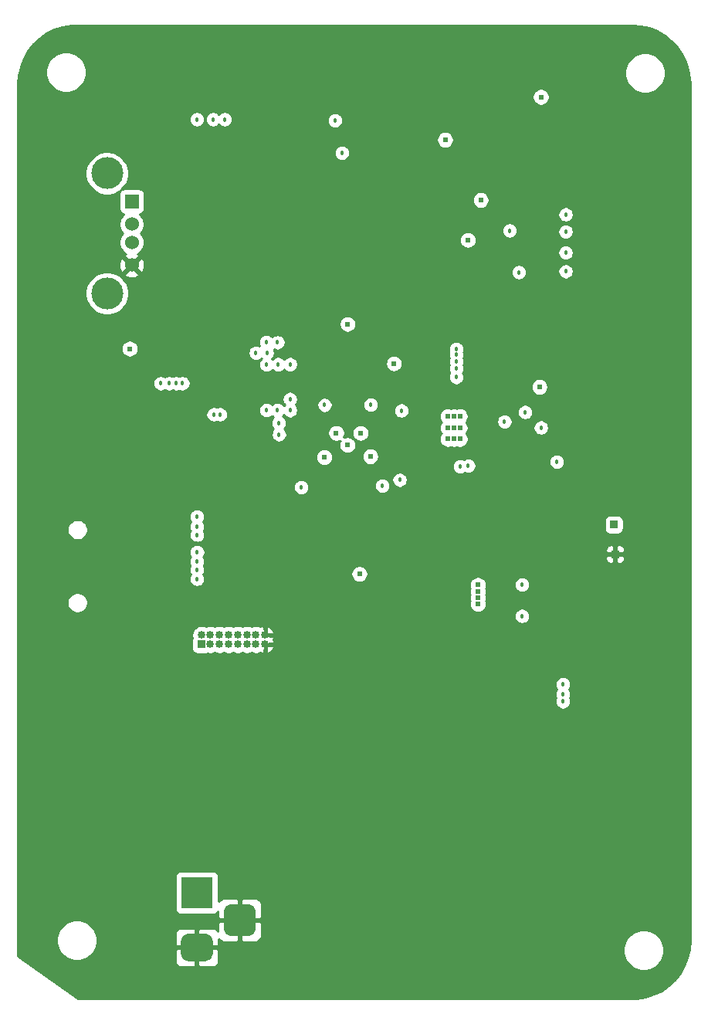
<source format=gbr>
%TF.GenerationSoftware,KiCad,Pcbnew,5.1.6-c6e7f7d~86~ubuntu18.04.1*%
%TF.CreationDate,2020-08-16T12:45:01-03:00*%
%TF.ProjectId,pcbproyecto,70636270-726f-4796-9563-746f2e6b6963,rev?*%
%TF.SameCoordinates,Original*%
%TF.FileFunction,Copper,L3,Inr*%
%TF.FilePolarity,Positive*%
%FSLAX46Y46*%
G04 Gerber Fmt 4.6, Leading zero omitted, Abs format (unit mm)*
G04 Created by KiCad (PCBNEW 5.1.6-c6e7f7d~86~ubuntu18.04.1) date 2020-08-16 12:45:01*
%MOMM*%
%LPD*%
G01*
G04 APERTURE LIST*
%TA.AperFunction,ViaPad*%
%ADD10C,1.524000*%
%TD*%
%TA.AperFunction,ViaPad*%
%ADD11R,1.524000X1.524000*%
%TD*%
%TA.AperFunction,ViaPad*%
%ADD12C,3.500000*%
%TD*%
%TA.AperFunction,ViaPad*%
%ADD13O,0.850000X0.850000*%
%TD*%
%TA.AperFunction,ViaPad*%
%ADD14R,0.850000X0.850000*%
%TD*%
%TA.AperFunction,ViaPad*%
%ADD15R,3.500000X3.500000*%
%TD*%
%TA.AperFunction,ViaPad*%
%ADD16C,0.457200*%
%TD*%
%TA.AperFunction,ViaPad*%
%ADD17C,0.609600*%
%TD*%
%TA.AperFunction,Conductor*%
%ADD18C,0.254000*%
%TD*%
G04 APERTURE END LIST*
D10*
%TO.N,GND*%
%TO.C,J3*%
X25125000Y-44950000D03*
%TO.N,/USB1_D+*%
X25125000Y-42450000D03*
%TO.N,/USB1_D-*%
X25125000Y-40450000D03*
D11*
%TO.N,/USB1_VBU*%
X25125000Y-37950000D03*
D12*
%TO.N,CGND*%
X22415000Y-34880000D03*
X22415000Y-48020000D03*
%TD*%
D13*
%TO.N,GND*%
%TO.C,J2*%
X39750000Y-85500000D03*
X39750000Y-86500000D03*
%TO.N,N/C*%
X38750000Y-85500000D03*
%TO.N,VDD_3V3B*%
X38750000Y-86500000D03*
%TO.N,/Peripherals/UART0_TX*%
X37750000Y-85500000D03*
%TO.N,N/C*%
X37750000Y-86500000D03*
%TO.N,/Peripherals/UART0_RX*%
X36750000Y-85500000D03*
%TO.N,N/C*%
X36750000Y-86500000D03*
%TO.N,/Peripherals/SPI0_D0*%
X35750000Y-85500000D03*
%TO.N,N/C*%
X35750000Y-86500000D03*
%TO.N,/Peripherals/SPI0_SCLK*%
X34750000Y-85500000D03*
%TO.N,N/C*%
X34750000Y-86500000D03*
%TO.N,/Peripherals/SPI0_D1*%
X33750000Y-85500000D03*
%TO.N,VDD_5V*%
X33750000Y-86500000D03*
%TO.N,/Peripherals/SPI0_CS0*%
X32750000Y-85500000D03*
D14*
%TO.N,Net-(J2-Pad1)*%
X32750000Y-86500000D03*
%TD*%
%TO.N,Net-(J6-Pad1)*%
%TO.C,J6*%
X78000000Y-73400000D03*
%TD*%
%TO.N,GND*%
%TO.C,J4*%
X78150000Y-76645000D03*
%TD*%
%TO.N,GND*%
%TO.C,J1*%
%TA.AperFunction,ViaPad*%
G36*
G01*
X37845000Y-118500000D02*
X36095000Y-118500000D01*
G75*
G02*
X35220000Y-117625000I0J875000D01*
G01*
X35220000Y-115875000D01*
G75*
G02*
X36095000Y-115000000I875000J0D01*
G01*
X37845000Y-115000000D01*
G75*
G02*
X38720000Y-115875000I0J-875000D01*
G01*
X38720000Y-117625000D01*
G75*
G02*
X37845000Y-118500000I-875000J0D01*
G01*
G37*
%TD.AperFunction*%
%TA.AperFunction,ViaPad*%
G36*
G01*
X33270000Y-121250000D02*
X31270000Y-121250000D01*
G75*
G02*
X30520000Y-120500000I0J750000D01*
G01*
X30520000Y-119000000D01*
G75*
G02*
X31270000Y-118250000I750000J0D01*
G01*
X33270000Y-118250000D01*
G75*
G02*
X34020000Y-119000000I0J-750000D01*
G01*
X34020000Y-120500000D01*
G75*
G02*
X33270000Y-121250000I-750000J0D01*
G01*
G37*
%TD.AperFunction*%
D15*
%TO.N,/Interfaces/IN_PWR_SUPPLY*%
X32270000Y-113750000D03*
%TD*%
D16*
%TO.N,GND*%
X44097600Y-59584800D03*
X44097600Y-60854800D03*
D17*
X53902000Y-63407500D03*
X48822000Y-58327500D03*
X48758500Y-68487500D03*
D16*
X44097600Y-65934800D03*
X44097600Y-67204800D03*
D17*
X81900000Y-110100000D03*
X43712600Y-63400000D03*
X72217600Y-31125000D03*
D16*
X45890000Y-38982000D03*
X54500000Y-78000000D03*
D17*
X34000000Y-97500000D03*
X26800000Y-98300000D03*
X53600000Y-107700000D03*
X59200000Y-106800000D03*
X54400000Y-120700000D03*
X24800000Y-58500000D03*
D16*
X32290000Y-75500000D03*
D17*
X62190000Y-78140000D03*
D16*
X77500000Y-62500000D03*
X67000000Y-64500000D03*
X71100000Y-77800000D03*
X68072000Y-43180000D03*
X66040000Y-45720000D03*
X69989700Y-52290300D03*
D17*
%TO.N,VDD_5V*%
X59794800Y-61515200D03*
X60455200Y-61515200D03*
X63100000Y-81400000D03*
X63100000Y-82100000D03*
X63100000Y-80700000D03*
X63100000Y-80000000D03*
X61115600Y-61515200D03*
%TO.N,USB_DC*%
X60455200Y-62785200D03*
X61115600Y-62785200D03*
X59794800Y-62785200D03*
X24900000Y-54100000D03*
X48800000Y-51400000D03*
%TO.N,VDD_3V3A*%
X47552000Y-63344000D03*
X50219000Y-63344000D03*
X48796600Y-64664800D03*
%TO.N,VDD_3V3B*%
X46250000Y-66000000D03*
X63400000Y-37800000D03*
X50100000Y-78800000D03*
D16*
X66548000Y-41148000D03*
D17*
X69840000Y-58290000D03*
D16*
%TO.N,VDD_3V3AUX*%
X46280000Y-60280000D03*
D17*
X62000000Y-42187511D03*
%TO.N,SYS_5V*%
X51300000Y-65900000D03*
D16*
%TO.N,VDD_RTC*%
X51340000Y-60250000D03*
D17*
X70000000Y-26500000D03*
X59500000Y-31200000D03*
D16*
X67564000Y-45720000D03*
%TO.N,Net-(TP1-Pad1)*%
X35306000Y-28956000D03*
X54700000Y-60880000D03*
%TO.N,Net-(TP2-Pad1)*%
X72415137Y-90910000D03*
X54512460Y-68487538D03*
%TO.N,Net-(TP3-Pad1)*%
X72425137Y-91960848D03*
X52614996Y-69115000D03*
%TO.N,Net-(TP4-Pad1)*%
X72425137Y-92780000D03*
X43725000Y-69275000D03*
%TO.N,Net-(TP5-Pad1)*%
X42490000Y-60870000D03*
X34036000Y-28956000D03*
%TO.N,Net-(TP6-Pad1)*%
X42477460Y-59620000D03*
X32258000Y-28956000D03*
D17*
%TO.N,Net-(TP7-Pad1)*%
X60455200Y-64004400D03*
X59794800Y-64004400D03*
X61115600Y-64004400D03*
D16*
%TO.N,/Sistem In Package/OSC_OUT*%
X47414000Y-29076000D03*
X48176000Y-32632000D03*
%TO.N,/Peripherals/SPI0_D1*%
X29200000Y-57900000D03*
%TO.N,/Peripherals/SPI0_D0*%
X30699992Y-57900000D03*
%TO.N,/Peripherals/UART0_TX*%
X34800000Y-61300000D03*
%TO.N,/Peripherals/SPI0_SCLK*%
X30022748Y-57900000D03*
%TO.N,/Peripherals/UART0_RX*%
X34100000Y-61300000D03*
%TO.N,/Peripherals/SPI0_CS0*%
X28300000Y-57900000D03*
%TO.N,/Sistem In Package/AIN51.8V*%
X41280000Y-63500000D03*
%TO.N,/Sistem In Package/AIN61.8V*%
X41250000Y-62250000D03*
%TO.N,/Interfaces/MMC0_DAT2*%
X32290000Y-79340000D03*
X41120000Y-53410000D03*
%TO.N,/Interfaces/MMC0_CD*%
X41190000Y-55810000D03*
X32290000Y-72500000D03*
%TO.N,/Interfaces/MMC0_CMD*%
X39890000Y-53360000D03*
X32290000Y-77420000D03*
%TO.N,/Interfaces/MMC0_CLK*%
X32300000Y-76390000D03*
X39910000Y-55850000D03*
%TO.N,/Interfaces/MMC0_DAT0*%
X32290000Y-74520000D03*
X38740000Y-54560000D03*
%TO.N,/Interfaces/MMC0_DAT1*%
X39940000Y-54560000D03*
X32290000Y-73609613D03*
D17*
%TO.N,/USB1_VBU*%
X53880000Y-55730000D03*
D16*
%TO.N,/Interfaces/MMC0_DAT3*%
X32290000Y-78320000D03*
X42490000Y-55810000D03*
%TO.N,Net-(J6-Pad1)*%
X71750000Y-66500000D03*
X70000000Y-62750000D03*
%TO.N,/I2C1_SDA*%
X39897460Y-60850000D03*
X68260000Y-61050000D03*
%TO.N,/I2C1_SCL*%
X41090000Y-60850000D03*
X66006721Y-62086700D03*
%TO.N,/GPIO_A8*%
X72710000Y-39380000D03*
X60710000Y-54130000D03*
%TO.N,/GPIO_A7*%
X72710000Y-41250000D03*
X60710000Y-54760000D03*
%TO.N,/GPIO_A5*%
X72710000Y-45630000D03*
X60710000Y-56290000D03*
%TO.N,Net-(TP8-Pad1)*%
X62030000Y-66950000D03*
X67930000Y-79970000D03*
%TO.N,Net-(TP9-Pad1)*%
X61120000Y-67000000D03*
X67930000Y-83410000D03*
%TO.N,/GPIO_A6*%
X72710000Y-43580000D03*
X60710000Y-55490002D03*
%TO.N,/GPIO_A4*%
X60710000Y-57220000D03*
%TD*%
D18*
%TO.N,GND*%
G36*
X45583500Y-68170000D02*
G01*
X43996000Y-68170000D01*
X43996000Y-67217500D01*
X45583500Y-67217500D01*
X45583500Y-68170000D01*
G37*
X45583500Y-68170000D02*
X43996000Y-68170000D01*
X43996000Y-67217500D01*
X45583500Y-67217500D01*
X45583500Y-68170000D01*
G36*
X80936842Y-18731439D02*
G01*
X81853106Y-18938769D01*
X82728657Y-19279252D01*
X83544265Y-19745410D01*
X84282014Y-20327005D01*
X84925689Y-21011251D01*
X85461160Y-21783129D01*
X85876659Y-22625677D01*
X86163054Y-23520376D01*
X86315689Y-24457579D01*
X86340000Y-25014404D01*
X86340001Y-118975498D01*
X86268561Y-119936841D01*
X86061231Y-120853106D01*
X85720748Y-121728657D01*
X85254590Y-122544265D01*
X84672995Y-123282014D01*
X83988749Y-123925689D01*
X83216871Y-124461160D01*
X82374323Y-124876659D01*
X81479624Y-125163054D01*
X80542414Y-125315689D01*
X79985595Y-125340000D01*
X19211508Y-125340000D01*
X13485507Y-121250000D01*
X29881928Y-121250000D01*
X29894188Y-121374482D01*
X29930498Y-121494180D01*
X29989463Y-121604494D01*
X30068815Y-121701185D01*
X30165506Y-121780537D01*
X30275820Y-121839502D01*
X30395518Y-121875812D01*
X30520000Y-121888072D01*
X31984250Y-121885000D01*
X32143000Y-121726250D01*
X32143000Y-119877000D01*
X32397000Y-119877000D01*
X32397000Y-121726250D01*
X32555750Y-121885000D01*
X34020000Y-121888072D01*
X34144482Y-121875812D01*
X34264180Y-121839502D01*
X34374494Y-121780537D01*
X34471185Y-121701185D01*
X34550537Y-121604494D01*
X34609502Y-121494180D01*
X34645812Y-121374482D01*
X34658072Y-121250000D01*
X34655000Y-120035750D01*
X34496250Y-119877000D01*
X32397000Y-119877000D01*
X32143000Y-119877000D01*
X30043750Y-119877000D01*
X29885000Y-120035750D01*
X29881928Y-121250000D01*
X13485507Y-121250000D01*
X12660000Y-120660353D01*
X12660000Y-118753472D01*
X16865800Y-118753472D01*
X16865800Y-119193728D01*
X16951690Y-119625525D01*
X17120169Y-120032269D01*
X17364762Y-120398329D01*
X17676071Y-120709638D01*
X18042131Y-120954231D01*
X18448875Y-121122710D01*
X18880672Y-121208600D01*
X19320928Y-121208600D01*
X19752725Y-121122710D01*
X20159469Y-120954231D01*
X20525529Y-120709638D01*
X20836838Y-120398329D01*
X21081431Y-120032269D01*
X21169243Y-119820272D01*
X79045000Y-119820272D01*
X79045000Y-120260528D01*
X79130890Y-120692325D01*
X79299369Y-121099069D01*
X79543962Y-121465129D01*
X79855271Y-121776438D01*
X80221331Y-122021031D01*
X80628075Y-122189510D01*
X81059872Y-122275400D01*
X81500128Y-122275400D01*
X81931925Y-122189510D01*
X82338669Y-122021031D01*
X82704729Y-121776438D01*
X83016038Y-121465129D01*
X83260631Y-121099069D01*
X83429110Y-120692325D01*
X83515000Y-120260528D01*
X83515000Y-119820272D01*
X83429110Y-119388475D01*
X83260631Y-118981731D01*
X83016038Y-118615671D01*
X82704729Y-118304362D01*
X82338669Y-118059769D01*
X81931925Y-117891290D01*
X81500128Y-117805400D01*
X81059872Y-117805400D01*
X80628075Y-117891290D01*
X80221331Y-118059769D01*
X79855271Y-118304362D01*
X79543962Y-118615671D01*
X79299369Y-118981731D01*
X79130890Y-119388475D01*
X79045000Y-119820272D01*
X21169243Y-119820272D01*
X21249910Y-119625525D01*
X21335800Y-119193728D01*
X21335800Y-118753472D01*
X21249910Y-118321675D01*
X21220222Y-118250000D01*
X29881928Y-118250000D01*
X29885000Y-119464250D01*
X30043750Y-119623000D01*
X32143000Y-119623000D01*
X32143000Y-117773750D01*
X32397000Y-117773750D01*
X32397000Y-119623000D01*
X34496250Y-119623000D01*
X34655000Y-119464250D01*
X34656698Y-118793195D01*
X34689463Y-118854494D01*
X34768815Y-118951185D01*
X34865506Y-119030537D01*
X34975820Y-119089502D01*
X35095518Y-119125812D01*
X35220000Y-119138072D01*
X36684250Y-119135000D01*
X36843000Y-118976250D01*
X36843000Y-116877000D01*
X37097000Y-116877000D01*
X37097000Y-118976250D01*
X37255750Y-119135000D01*
X38720000Y-119138072D01*
X38844482Y-119125812D01*
X38964180Y-119089502D01*
X39074494Y-119030537D01*
X39171185Y-118951185D01*
X39250537Y-118854494D01*
X39309502Y-118744180D01*
X39345812Y-118624482D01*
X39358072Y-118500000D01*
X39355000Y-117035750D01*
X39196250Y-116877000D01*
X37097000Y-116877000D01*
X36843000Y-116877000D01*
X34743750Y-116877000D01*
X34585000Y-117035750D01*
X34583069Y-117956367D01*
X34550537Y-117895506D01*
X34471185Y-117798815D01*
X34374494Y-117719463D01*
X34264180Y-117660498D01*
X34144482Y-117624188D01*
X34020000Y-117611928D01*
X32555750Y-117615000D01*
X32397000Y-117773750D01*
X32143000Y-117773750D01*
X31984250Y-117615000D01*
X30520000Y-117611928D01*
X30395518Y-117624188D01*
X30275820Y-117660498D01*
X30165506Y-117719463D01*
X30068815Y-117798815D01*
X29989463Y-117895506D01*
X29930498Y-118005820D01*
X29894188Y-118125518D01*
X29881928Y-118250000D01*
X21220222Y-118250000D01*
X21081431Y-117914931D01*
X20836838Y-117548871D01*
X20525529Y-117237562D01*
X20159469Y-116992969D01*
X19752725Y-116824490D01*
X19320928Y-116738600D01*
X18880672Y-116738600D01*
X18448875Y-116824490D01*
X18042131Y-116992969D01*
X17676071Y-117237562D01*
X17364762Y-117548871D01*
X17120169Y-117914931D01*
X16951690Y-118321675D01*
X16865800Y-118753472D01*
X12660000Y-118753472D01*
X12660000Y-112000000D01*
X29881928Y-112000000D01*
X29881928Y-115500000D01*
X29894188Y-115624482D01*
X29930498Y-115744180D01*
X29989463Y-115854494D01*
X30068815Y-115951185D01*
X30165506Y-116030537D01*
X30275820Y-116089502D01*
X30395518Y-116125812D01*
X30520000Y-116138072D01*
X34020000Y-116138072D01*
X34144482Y-116125812D01*
X34264180Y-116089502D01*
X34374494Y-116030537D01*
X34471185Y-115951185D01*
X34550537Y-115854494D01*
X34583591Y-115792655D01*
X34585000Y-116464250D01*
X34743750Y-116623000D01*
X36843000Y-116623000D01*
X36843000Y-114523750D01*
X37097000Y-114523750D01*
X37097000Y-116623000D01*
X39196250Y-116623000D01*
X39355000Y-116464250D01*
X39358072Y-115000000D01*
X39345812Y-114875518D01*
X39309502Y-114755820D01*
X39250537Y-114645506D01*
X39171185Y-114548815D01*
X39074494Y-114469463D01*
X38964180Y-114410498D01*
X38844482Y-114374188D01*
X38720000Y-114361928D01*
X37255750Y-114365000D01*
X37097000Y-114523750D01*
X36843000Y-114523750D01*
X36684250Y-114365000D01*
X35220000Y-114361928D01*
X35095518Y-114374188D01*
X34975820Y-114410498D01*
X34865506Y-114469463D01*
X34768815Y-114548815D01*
X34689463Y-114645506D01*
X34658072Y-114704233D01*
X34658072Y-112000000D01*
X34645812Y-111875518D01*
X34609502Y-111755820D01*
X34550537Y-111645506D01*
X34471185Y-111548815D01*
X34374494Y-111469463D01*
X34264180Y-111410498D01*
X34144482Y-111374188D01*
X34020000Y-111361928D01*
X30520000Y-111361928D01*
X30395518Y-111374188D01*
X30275820Y-111410498D01*
X30165506Y-111469463D01*
X30068815Y-111548815D01*
X29989463Y-111645506D01*
X29930498Y-111755820D01*
X29894188Y-111875518D01*
X29881928Y-112000000D01*
X12660000Y-112000000D01*
X12660000Y-90824943D01*
X71551537Y-90824943D01*
X71551537Y-90995057D01*
X71584724Y-91161903D01*
X71649824Y-91319068D01*
X71732571Y-91442907D01*
X71659824Y-91551780D01*
X71594724Y-91708945D01*
X71561537Y-91875791D01*
X71561537Y-92045905D01*
X71594724Y-92212751D01*
X71659824Y-92369916D01*
X71660163Y-92370424D01*
X71659824Y-92370932D01*
X71594724Y-92528097D01*
X71561537Y-92694943D01*
X71561537Y-92865057D01*
X71594724Y-93031903D01*
X71659824Y-93189068D01*
X71754335Y-93330513D01*
X71874624Y-93450802D01*
X72016069Y-93545313D01*
X72173234Y-93610413D01*
X72340080Y-93643600D01*
X72510194Y-93643600D01*
X72677040Y-93610413D01*
X72834205Y-93545313D01*
X72975650Y-93450802D01*
X73095939Y-93330513D01*
X73190450Y-93189068D01*
X73255550Y-93031903D01*
X73288737Y-92865057D01*
X73288737Y-92694943D01*
X73255550Y-92528097D01*
X73190450Y-92370932D01*
X73190111Y-92370424D01*
X73190450Y-92369916D01*
X73255550Y-92212751D01*
X73288737Y-92045905D01*
X73288737Y-91875791D01*
X73255550Y-91708945D01*
X73190450Y-91551780D01*
X73107703Y-91427941D01*
X73180450Y-91319068D01*
X73245550Y-91161903D01*
X73278737Y-90995057D01*
X73278737Y-90824943D01*
X73245550Y-90658097D01*
X73180450Y-90500932D01*
X73085939Y-90359487D01*
X72965650Y-90239198D01*
X72824205Y-90144687D01*
X72667040Y-90079587D01*
X72500194Y-90046400D01*
X72330080Y-90046400D01*
X72163234Y-90079587D01*
X72006069Y-90144687D01*
X71864624Y-90239198D01*
X71744335Y-90359487D01*
X71649824Y-90500932D01*
X71584724Y-90658097D01*
X71551537Y-90824943D01*
X12660000Y-90824943D01*
X12660000Y-86075000D01*
X31686928Y-86075000D01*
X31686928Y-86925000D01*
X31699188Y-87049482D01*
X31735498Y-87169180D01*
X31794463Y-87279494D01*
X31873815Y-87376185D01*
X31970506Y-87455537D01*
X32080820Y-87514502D01*
X32200518Y-87550812D01*
X32325000Y-87563072D01*
X33175000Y-87563072D01*
X33299482Y-87550812D01*
X33419180Y-87514502D01*
X33423603Y-87512138D01*
X33440809Y-87519265D01*
X33645599Y-87560000D01*
X33854401Y-87560000D01*
X34059191Y-87519265D01*
X34250000Y-87440229D01*
X34440809Y-87519265D01*
X34645599Y-87560000D01*
X34854401Y-87560000D01*
X35059191Y-87519265D01*
X35250000Y-87440229D01*
X35440809Y-87519265D01*
X35645599Y-87560000D01*
X35854401Y-87560000D01*
X36059191Y-87519265D01*
X36250000Y-87440229D01*
X36440809Y-87519265D01*
X36645599Y-87560000D01*
X36854401Y-87560000D01*
X37059191Y-87519265D01*
X37250000Y-87440229D01*
X37440809Y-87519265D01*
X37645599Y-87560000D01*
X37854401Y-87560000D01*
X38059191Y-87519265D01*
X38250000Y-87440229D01*
X38440809Y-87519265D01*
X38645599Y-87560000D01*
X38854401Y-87560000D01*
X39059191Y-87519265D01*
X39252098Y-87439360D01*
X39257118Y-87436006D01*
X39424750Y-87508872D01*
X39459938Y-87519540D01*
X39623000Y-87392257D01*
X39623000Y-87101413D01*
X39689360Y-87002098D01*
X39769265Y-86809191D01*
X39805504Y-86627000D01*
X39877000Y-86627000D01*
X39877000Y-87392257D01*
X40040062Y-87519540D01*
X40075250Y-87508872D01*
X40265822Y-87426034D01*
X40436571Y-87307609D01*
X40580936Y-87158148D01*
X40693368Y-86983394D01*
X40769547Y-86790064D01*
X40643621Y-86627000D01*
X39877000Y-86627000D01*
X39805504Y-86627000D01*
X39810000Y-86604401D01*
X39810000Y-86560000D01*
X39877002Y-86560000D01*
X39877002Y-86392259D01*
X40040062Y-86519540D01*
X40075250Y-86508872D01*
X40265822Y-86426034D01*
X40342288Y-86373000D01*
X40643621Y-86373000D01*
X40769547Y-86209936D01*
X40693368Y-86016606D01*
X40682684Y-86000000D01*
X40693368Y-85983394D01*
X40769547Y-85790064D01*
X40643621Y-85627000D01*
X40342288Y-85627000D01*
X40265822Y-85573966D01*
X40075250Y-85491128D01*
X40040062Y-85480460D01*
X39877002Y-85607741D01*
X39877002Y-85440000D01*
X39810000Y-85440000D01*
X39810000Y-85395599D01*
X39769265Y-85190809D01*
X39689360Y-84997902D01*
X39623000Y-84898587D01*
X39623000Y-84607743D01*
X39877000Y-84607743D01*
X39877000Y-85373000D01*
X40643621Y-85373000D01*
X40769547Y-85209936D01*
X40693368Y-85016606D01*
X40580936Y-84841852D01*
X40436571Y-84692391D01*
X40265822Y-84573966D01*
X40075250Y-84491128D01*
X40040062Y-84480460D01*
X39877000Y-84607743D01*
X39623000Y-84607743D01*
X39459938Y-84480460D01*
X39424750Y-84491128D01*
X39257118Y-84563994D01*
X39252098Y-84560640D01*
X39059191Y-84480735D01*
X38854401Y-84440000D01*
X38645599Y-84440000D01*
X38440809Y-84480735D01*
X38250000Y-84559771D01*
X38059191Y-84480735D01*
X37854401Y-84440000D01*
X37645599Y-84440000D01*
X37440809Y-84480735D01*
X37250000Y-84559771D01*
X37059191Y-84480735D01*
X36854401Y-84440000D01*
X36645599Y-84440000D01*
X36440809Y-84480735D01*
X36250000Y-84559771D01*
X36059191Y-84480735D01*
X35854401Y-84440000D01*
X35645599Y-84440000D01*
X35440809Y-84480735D01*
X35250000Y-84559771D01*
X35059191Y-84480735D01*
X34854401Y-84440000D01*
X34645599Y-84440000D01*
X34440809Y-84480735D01*
X34250000Y-84559771D01*
X34059191Y-84480735D01*
X33854401Y-84440000D01*
X33645599Y-84440000D01*
X33440809Y-84480735D01*
X33250000Y-84559771D01*
X33059191Y-84480735D01*
X32854401Y-84440000D01*
X32645599Y-84440000D01*
X32440809Y-84480735D01*
X32247902Y-84560640D01*
X32074289Y-84676644D01*
X31926644Y-84824289D01*
X31810640Y-84997902D01*
X31730735Y-85190809D01*
X31690000Y-85395599D01*
X31690000Y-85604401D01*
X31730735Y-85809191D01*
X31737862Y-85826397D01*
X31735498Y-85830820D01*
X31699188Y-85950518D01*
X31686928Y-86075000D01*
X12660000Y-86075000D01*
X12660000Y-83324943D01*
X67066400Y-83324943D01*
X67066400Y-83495057D01*
X67099587Y-83661903D01*
X67164687Y-83819068D01*
X67259198Y-83960513D01*
X67379487Y-84080802D01*
X67520932Y-84175313D01*
X67678097Y-84240413D01*
X67844943Y-84273600D01*
X68015057Y-84273600D01*
X68181903Y-84240413D01*
X68339068Y-84175313D01*
X68480513Y-84080802D01*
X68600802Y-83960513D01*
X68695313Y-83819068D01*
X68760413Y-83661903D01*
X68793600Y-83495057D01*
X68793600Y-83324943D01*
X68760413Y-83158097D01*
X68695313Y-83000932D01*
X68600802Y-82859487D01*
X68480513Y-82739198D01*
X68339068Y-82644687D01*
X68181903Y-82579587D01*
X68015057Y-82546400D01*
X67844943Y-82546400D01*
X67678097Y-82579587D01*
X67520932Y-82644687D01*
X67379487Y-82739198D01*
X67259198Y-82859487D01*
X67164687Y-83000932D01*
X67099587Y-83158097D01*
X67066400Y-83324943D01*
X12660000Y-83324943D01*
X12660000Y-81834080D01*
X18034461Y-81834080D01*
X18034461Y-82057480D01*
X18078045Y-82276588D01*
X18163536Y-82482982D01*
X18287651Y-82668733D01*
X18445618Y-82826700D01*
X18631369Y-82950815D01*
X18837763Y-83036306D01*
X19056871Y-83079890D01*
X19280271Y-83079890D01*
X19499379Y-83036306D01*
X19705773Y-82950815D01*
X19891524Y-82826700D01*
X20049491Y-82668733D01*
X20173606Y-82482982D01*
X20259097Y-82276588D01*
X20302681Y-82057480D01*
X20302681Y-81834080D01*
X20259097Y-81614972D01*
X20173606Y-81408578D01*
X20049491Y-81222827D01*
X19891524Y-81064860D01*
X19705773Y-80940745D01*
X19499379Y-80855254D01*
X19280271Y-80811670D01*
X19056871Y-80811670D01*
X18837763Y-80855254D01*
X18631369Y-80940745D01*
X18445618Y-81064860D01*
X18287651Y-81222827D01*
X18163536Y-81408578D01*
X18078045Y-81614972D01*
X18034461Y-81834080D01*
X12660000Y-81834080D01*
X12660000Y-77334943D01*
X31426400Y-77334943D01*
X31426400Y-77505057D01*
X31459587Y-77671903D01*
X31524687Y-77829068D01*
X31552037Y-77870000D01*
X31524687Y-77910932D01*
X31459587Y-78068097D01*
X31426400Y-78234943D01*
X31426400Y-78405057D01*
X31459587Y-78571903D01*
X31524687Y-78729068D01*
X31592128Y-78830000D01*
X31524687Y-78930932D01*
X31459587Y-79088097D01*
X31426400Y-79254943D01*
X31426400Y-79425057D01*
X31459587Y-79591903D01*
X31524687Y-79749068D01*
X31619198Y-79890513D01*
X31739487Y-80010802D01*
X31880932Y-80105313D01*
X32038097Y-80170413D01*
X32204943Y-80203600D01*
X32375057Y-80203600D01*
X32541903Y-80170413D01*
X32699068Y-80105313D01*
X32840513Y-80010802D01*
X32943877Y-79907438D01*
X62160200Y-79907438D01*
X62160200Y-80092562D01*
X62196316Y-80274129D01*
X62227743Y-80350000D01*
X62196316Y-80425871D01*
X62160200Y-80607438D01*
X62160200Y-80792562D01*
X62196316Y-80974129D01*
X62227743Y-81050000D01*
X62196316Y-81125871D01*
X62160200Y-81307438D01*
X62160200Y-81492562D01*
X62196316Y-81674129D01*
X62227743Y-81750000D01*
X62196316Y-81825871D01*
X62160200Y-82007438D01*
X62160200Y-82192562D01*
X62196316Y-82374129D01*
X62267160Y-82545162D01*
X62370010Y-82699087D01*
X62500913Y-82829990D01*
X62654838Y-82932840D01*
X62825871Y-83003684D01*
X63007438Y-83039800D01*
X63192562Y-83039800D01*
X63374129Y-83003684D01*
X63545162Y-82932840D01*
X63699087Y-82829990D01*
X63829990Y-82699087D01*
X63932840Y-82545162D01*
X64003684Y-82374129D01*
X64039800Y-82192562D01*
X64039800Y-82007438D01*
X64003684Y-81825871D01*
X63972257Y-81750000D01*
X64003684Y-81674129D01*
X64039800Y-81492562D01*
X64039800Y-81307438D01*
X64003684Y-81125871D01*
X63972257Y-81050000D01*
X64003684Y-80974129D01*
X64039800Y-80792562D01*
X64039800Y-80607438D01*
X64003684Y-80425871D01*
X63972257Y-80350000D01*
X64003684Y-80274129D01*
X64039800Y-80092562D01*
X64039800Y-79907438D01*
X64035326Y-79884943D01*
X67066400Y-79884943D01*
X67066400Y-80055057D01*
X67099587Y-80221903D01*
X67164687Y-80379068D01*
X67259198Y-80520513D01*
X67379487Y-80640802D01*
X67520932Y-80735313D01*
X67678097Y-80800413D01*
X67844943Y-80833600D01*
X68015057Y-80833600D01*
X68181903Y-80800413D01*
X68339068Y-80735313D01*
X68480513Y-80640802D01*
X68600802Y-80520513D01*
X68695313Y-80379068D01*
X68760413Y-80221903D01*
X68793600Y-80055057D01*
X68793600Y-79884943D01*
X68760413Y-79718097D01*
X68695313Y-79560932D01*
X68600802Y-79419487D01*
X68480513Y-79299198D01*
X68339068Y-79204687D01*
X68181903Y-79139587D01*
X68015057Y-79106400D01*
X67844943Y-79106400D01*
X67678097Y-79139587D01*
X67520932Y-79204687D01*
X67379487Y-79299198D01*
X67259198Y-79419487D01*
X67164687Y-79560932D01*
X67099587Y-79718097D01*
X67066400Y-79884943D01*
X64035326Y-79884943D01*
X64003684Y-79725871D01*
X63932840Y-79554838D01*
X63829990Y-79400913D01*
X63699087Y-79270010D01*
X63545162Y-79167160D01*
X63374129Y-79096316D01*
X63192562Y-79060200D01*
X63007438Y-79060200D01*
X62825871Y-79096316D01*
X62654838Y-79167160D01*
X62500913Y-79270010D01*
X62370010Y-79400913D01*
X62267160Y-79554838D01*
X62196316Y-79725871D01*
X62160200Y-79907438D01*
X32943877Y-79907438D01*
X32960802Y-79890513D01*
X33055313Y-79749068D01*
X33120413Y-79591903D01*
X33153600Y-79425057D01*
X33153600Y-79254943D01*
X33120413Y-79088097D01*
X33055313Y-78930932D01*
X32987872Y-78830000D01*
X33055313Y-78729068D01*
X33064272Y-78707438D01*
X49160200Y-78707438D01*
X49160200Y-78892562D01*
X49196316Y-79074129D01*
X49267160Y-79245162D01*
X49370010Y-79399087D01*
X49500913Y-79529990D01*
X49654838Y-79632840D01*
X49825871Y-79703684D01*
X50007438Y-79739800D01*
X50192562Y-79739800D01*
X50374129Y-79703684D01*
X50545162Y-79632840D01*
X50699087Y-79529990D01*
X50829990Y-79399087D01*
X50932840Y-79245162D01*
X51003684Y-79074129D01*
X51039800Y-78892562D01*
X51039800Y-78707438D01*
X51003684Y-78525871D01*
X50932840Y-78354838D01*
X50829990Y-78200913D01*
X50699087Y-78070010D01*
X50545162Y-77967160D01*
X50374129Y-77896316D01*
X50192562Y-77860200D01*
X50007438Y-77860200D01*
X49825871Y-77896316D01*
X49654838Y-77967160D01*
X49500913Y-78070010D01*
X49370010Y-78200913D01*
X49267160Y-78354838D01*
X49196316Y-78525871D01*
X49160200Y-78707438D01*
X33064272Y-78707438D01*
X33120413Y-78571903D01*
X33153600Y-78405057D01*
X33153600Y-78234943D01*
X33120413Y-78068097D01*
X33055313Y-77910932D01*
X33027963Y-77870000D01*
X33055313Y-77829068D01*
X33120413Y-77671903D01*
X33153600Y-77505057D01*
X33153600Y-77334943D01*
X33120413Y-77168097D01*
X33079780Y-77070000D01*
X77086928Y-77070000D01*
X77099188Y-77194482D01*
X77135498Y-77314180D01*
X77194463Y-77424494D01*
X77273815Y-77521185D01*
X77370506Y-77600537D01*
X77480820Y-77659502D01*
X77600518Y-77695812D01*
X77725000Y-77708072D01*
X77864250Y-77705000D01*
X78023000Y-77546250D01*
X78023000Y-76772000D01*
X78277000Y-76772000D01*
X78277000Y-77546250D01*
X78435750Y-77705000D01*
X78575000Y-77708072D01*
X78699482Y-77695812D01*
X78819180Y-77659502D01*
X78929494Y-77600537D01*
X79026185Y-77521185D01*
X79105537Y-77424494D01*
X79164502Y-77314180D01*
X79200812Y-77194482D01*
X79213072Y-77070000D01*
X79210000Y-76930750D01*
X79051250Y-76772000D01*
X78277000Y-76772000D01*
X78023000Y-76772000D01*
X77248750Y-76772000D01*
X77090000Y-76930750D01*
X77086928Y-77070000D01*
X33079780Y-77070000D01*
X33055313Y-77010932D01*
X32989531Y-76912483D01*
X33065313Y-76799068D01*
X33130413Y-76641903D01*
X33163600Y-76475057D01*
X33163600Y-76304943D01*
X33146705Y-76220000D01*
X77086928Y-76220000D01*
X77090000Y-76359250D01*
X77248750Y-76518000D01*
X78023000Y-76518000D01*
X78023000Y-75743750D01*
X78277000Y-75743750D01*
X78277000Y-76518000D01*
X79051250Y-76518000D01*
X79210000Y-76359250D01*
X79213072Y-76220000D01*
X79200812Y-76095518D01*
X79164502Y-75975820D01*
X79105537Y-75865506D01*
X79026185Y-75768815D01*
X78929494Y-75689463D01*
X78819180Y-75630498D01*
X78699482Y-75594188D01*
X78575000Y-75581928D01*
X78435750Y-75585000D01*
X78277000Y-75743750D01*
X78023000Y-75743750D01*
X77864250Y-75585000D01*
X77725000Y-75581928D01*
X77600518Y-75594188D01*
X77480820Y-75630498D01*
X77370506Y-75689463D01*
X77273815Y-75768815D01*
X77194463Y-75865506D01*
X77135498Y-75975820D01*
X77099188Y-76095518D01*
X77086928Y-76220000D01*
X33146705Y-76220000D01*
X33130413Y-76138097D01*
X33065313Y-75980932D01*
X32970802Y-75839487D01*
X32850513Y-75719198D01*
X32709068Y-75624687D01*
X32551903Y-75559587D01*
X32385057Y-75526400D01*
X32214943Y-75526400D01*
X32048097Y-75559587D01*
X31890932Y-75624687D01*
X31749487Y-75719198D01*
X31629198Y-75839487D01*
X31534687Y-75980932D01*
X31469587Y-76138097D01*
X31436400Y-76304943D01*
X31436400Y-76475057D01*
X31469587Y-76641903D01*
X31534687Y-76799068D01*
X31600469Y-76897517D01*
X31524687Y-77010932D01*
X31459587Y-77168097D01*
X31426400Y-77334943D01*
X12660000Y-77334943D01*
X12660000Y-73838160D01*
X18034461Y-73838160D01*
X18034461Y-74061560D01*
X18078045Y-74280668D01*
X18163536Y-74487062D01*
X18287651Y-74672813D01*
X18445618Y-74830780D01*
X18631369Y-74954895D01*
X18837763Y-75040386D01*
X19056871Y-75083970D01*
X19280271Y-75083970D01*
X19499379Y-75040386D01*
X19705773Y-74954895D01*
X19891524Y-74830780D01*
X20049491Y-74672813D01*
X20173606Y-74487062D01*
X20259097Y-74280668D01*
X20302681Y-74061560D01*
X20302681Y-73838160D01*
X20259097Y-73619052D01*
X20173606Y-73412658D01*
X20049491Y-73226907D01*
X19891524Y-73068940D01*
X19705773Y-72944825D01*
X19499379Y-72859334D01*
X19280271Y-72815750D01*
X19056871Y-72815750D01*
X18837763Y-72859334D01*
X18631369Y-72944825D01*
X18445618Y-73068940D01*
X18287651Y-73226907D01*
X18163536Y-73412658D01*
X18078045Y-73619052D01*
X18034461Y-73838160D01*
X12660000Y-73838160D01*
X12660000Y-72414943D01*
X31426400Y-72414943D01*
X31426400Y-72585057D01*
X31459587Y-72751903D01*
X31524687Y-72909068D01*
X31619198Y-73050513D01*
X31623492Y-73054807D01*
X31619198Y-73059100D01*
X31524687Y-73200545D01*
X31459587Y-73357710D01*
X31426400Y-73524556D01*
X31426400Y-73694670D01*
X31459587Y-73861516D01*
X31524687Y-74018681D01*
X31555507Y-74064807D01*
X31524687Y-74110932D01*
X31459587Y-74268097D01*
X31426400Y-74434943D01*
X31426400Y-74605057D01*
X31459587Y-74771903D01*
X31524687Y-74929068D01*
X31619198Y-75070513D01*
X31739487Y-75190802D01*
X31880932Y-75285313D01*
X32038097Y-75350413D01*
X32204943Y-75383600D01*
X32375057Y-75383600D01*
X32541903Y-75350413D01*
X32699068Y-75285313D01*
X32840513Y-75190802D01*
X32960802Y-75070513D01*
X33055313Y-74929068D01*
X33120413Y-74771903D01*
X33153600Y-74605057D01*
X33153600Y-74434943D01*
X33120413Y-74268097D01*
X33055313Y-74110932D01*
X33024493Y-74064807D01*
X33055313Y-74018681D01*
X33120413Y-73861516D01*
X33153600Y-73694670D01*
X33153600Y-73524556D01*
X33120413Y-73357710D01*
X33055313Y-73200545D01*
X32960802Y-73059100D01*
X32956509Y-73054807D01*
X32960802Y-73050513D01*
X33011258Y-72975000D01*
X76936928Y-72975000D01*
X76936928Y-73825000D01*
X76949188Y-73949482D01*
X76985498Y-74069180D01*
X77044463Y-74179494D01*
X77123815Y-74276185D01*
X77220506Y-74355537D01*
X77330820Y-74414502D01*
X77450518Y-74450812D01*
X77575000Y-74463072D01*
X78425000Y-74463072D01*
X78549482Y-74450812D01*
X78669180Y-74414502D01*
X78779494Y-74355537D01*
X78876185Y-74276185D01*
X78955537Y-74179494D01*
X79014502Y-74069180D01*
X79050812Y-73949482D01*
X79063072Y-73825000D01*
X79063072Y-72975000D01*
X79050812Y-72850518D01*
X79014502Y-72730820D01*
X78955537Y-72620506D01*
X78876185Y-72523815D01*
X78779494Y-72444463D01*
X78669180Y-72385498D01*
X78549482Y-72349188D01*
X78425000Y-72336928D01*
X77575000Y-72336928D01*
X77450518Y-72349188D01*
X77330820Y-72385498D01*
X77220506Y-72444463D01*
X77123815Y-72523815D01*
X77044463Y-72620506D01*
X76985498Y-72730820D01*
X76949188Y-72850518D01*
X76936928Y-72975000D01*
X33011258Y-72975000D01*
X33055313Y-72909068D01*
X33120413Y-72751903D01*
X33153600Y-72585057D01*
X33153600Y-72414943D01*
X33120413Y-72248097D01*
X33055313Y-72090932D01*
X32960802Y-71949487D01*
X32840513Y-71829198D01*
X32699068Y-71734687D01*
X32541903Y-71669587D01*
X32375057Y-71636400D01*
X32204943Y-71636400D01*
X32038097Y-71669587D01*
X31880932Y-71734687D01*
X31739487Y-71829198D01*
X31619198Y-71949487D01*
X31524687Y-72090932D01*
X31459587Y-72248097D01*
X31426400Y-72414943D01*
X12660000Y-72414943D01*
X12660000Y-69189943D01*
X42861400Y-69189943D01*
X42861400Y-69360057D01*
X42894587Y-69526903D01*
X42959687Y-69684068D01*
X43054198Y-69825513D01*
X43174487Y-69945802D01*
X43315932Y-70040313D01*
X43473097Y-70105413D01*
X43639943Y-70138600D01*
X43810057Y-70138600D01*
X43976903Y-70105413D01*
X44134068Y-70040313D01*
X44275513Y-69945802D01*
X44395802Y-69825513D01*
X44490313Y-69684068D01*
X44555413Y-69526903D01*
X44588600Y-69360057D01*
X44588600Y-69189943D01*
X44556775Y-69029943D01*
X51751396Y-69029943D01*
X51751396Y-69200057D01*
X51784583Y-69366903D01*
X51849683Y-69524068D01*
X51944194Y-69665513D01*
X52064483Y-69785802D01*
X52205928Y-69880313D01*
X52363093Y-69945413D01*
X52529939Y-69978600D01*
X52700053Y-69978600D01*
X52866899Y-69945413D01*
X53024064Y-69880313D01*
X53165509Y-69785802D01*
X53285798Y-69665513D01*
X53380309Y-69524068D01*
X53445409Y-69366903D01*
X53478596Y-69200057D01*
X53478596Y-69029943D01*
X53445409Y-68863097D01*
X53380309Y-68705932D01*
X53285798Y-68564487D01*
X53165509Y-68444198D01*
X53103076Y-68402481D01*
X53648860Y-68402481D01*
X53648860Y-68572595D01*
X53682047Y-68739441D01*
X53747147Y-68896606D01*
X53841658Y-69038051D01*
X53961947Y-69158340D01*
X54103392Y-69252851D01*
X54260557Y-69317951D01*
X54427403Y-69351138D01*
X54597517Y-69351138D01*
X54764363Y-69317951D01*
X54921528Y-69252851D01*
X55062973Y-69158340D01*
X55183262Y-69038051D01*
X55277773Y-68896606D01*
X55342873Y-68739441D01*
X55376060Y-68572595D01*
X55376060Y-68402481D01*
X55342873Y-68235635D01*
X55277773Y-68078470D01*
X55183262Y-67937025D01*
X55062973Y-67816736D01*
X54921528Y-67722225D01*
X54764363Y-67657125D01*
X54597517Y-67623938D01*
X54427403Y-67623938D01*
X54260557Y-67657125D01*
X54103392Y-67722225D01*
X53961947Y-67816736D01*
X53841658Y-67937025D01*
X53747147Y-68078470D01*
X53682047Y-68235635D01*
X53648860Y-68402481D01*
X53103076Y-68402481D01*
X53024064Y-68349687D01*
X52866899Y-68284587D01*
X52700053Y-68251400D01*
X52529939Y-68251400D01*
X52363093Y-68284587D01*
X52205928Y-68349687D01*
X52064483Y-68444198D01*
X51944194Y-68564487D01*
X51849683Y-68705932D01*
X51784583Y-68863097D01*
X51751396Y-69029943D01*
X44556775Y-69029943D01*
X44555413Y-69023097D01*
X44490313Y-68865932D01*
X44395802Y-68724487D01*
X44275513Y-68604198D01*
X44134068Y-68509687D01*
X43976903Y-68444587D01*
X43810057Y-68411400D01*
X43639943Y-68411400D01*
X43473097Y-68444587D01*
X43315932Y-68509687D01*
X43174487Y-68604198D01*
X43054198Y-68724487D01*
X42959687Y-68865932D01*
X42894587Y-69023097D01*
X42861400Y-69189943D01*
X12660000Y-69189943D01*
X12660000Y-65907438D01*
X45310200Y-65907438D01*
X45310200Y-66092562D01*
X45346316Y-66274129D01*
X45417160Y-66445162D01*
X45520010Y-66599087D01*
X45650913Y-66729990D01*
X45804838Y-66832840D01*
X45975871Y-66903684D01*
X46157438Y-66939800D01*
X46342562Y-66939800D01*
X46467526Y-66914943D01*
X60256400Y-66914943D01*
X60256400Y-67085057D01*
X60289587Y-67251903D01*
X60354687Y-67409068D01*
X60449198Y-67550513D01*
X60569487Y-67670802D01*
X60710932Y-67765313D01*
X60868097Y-67830413D01*
X61034943Y-67863600D01*
X61205057Y-67863600D01*
X61371903Y-67830413D01*
X61529068Y-67765313D01*
X61612415Y-67709622D01*
X61620932Y-67715313D01*
X61778097Y-67780413D01*
X61944943Y-67813600D01*
X62115057Y-67813600D01*
X62281903Y-67780413D01*
X62439068Y-67715313D01*
X62580513Y-67620802D01*
X62700802Y-67500513D01*
X62795313Y-67359068D01*
X62860413Y-67201903D01*
X62893600Y-67035057D01*
X62893600Y-66864943D01*
X62860413Y-66698097D01*
X62795313Y-66540932D01*
X62711130Y-66414943D01*
X70886400Y-66414943D01*
X70886400Y-66585057D01*
X70919587Y-66751903D01*
X70984687Y-66909068D01*
X71079198Y-67050513D01*
X71199487Y-67170802D01*
X71340932Y-67265313D01*
X71498097Y-67330413D01*
X71664943Y-67363600D01*
X71835057Y-67363600D01*
X72001903Y-67330413D01*
X72159068Y-67265313D01*
X72300513Y-67170802D01*
X72420802Y-67050513D01*
X72515313Y-66909068D01*
X72580413Y-66751903D01*
X72613600Y-66585057D01*
X72613600Y-66414943D01*
X72580413Y-66248097D01*
X72515313Y-66090932D01*
X72420802Y-65949487D01*
X72300513Y-65829198D01*
X72159068Y-65734687D01*
X72001903Y-65669587D01*
X71835057Y-65636400D01*
X71664943Y-65636400D01*
X71498097Y-65669587D01*
X71340932Y-65734687D01*
X71199487Y-65829198D01*
X71079198Y-65949487D01*
X70984687Y-66090932D01*
X70919587Y-66248097D01*
X70886400Y-66414943D01*
X62711130Y-66414943D01*
X62700802Y-66399487D01*
X62580513Y-66279198D01*
X62439068Y-66184687D01*
X62281903Y-66119587D01*
X62115057Y-66086400D01*
X61944943Y-66086400D01*
X61778097Y-66119587D01*
X61620932Y-66184687D01*
X61537585Y-66240378D01*
X61529068Y-66234687D01*
X61371903Y-66169587D01*
X61205057Y-66136400D01*
X61034943Y-66136400D01*
X60868097Y-66169587D01*
X60710932Y-66234687D01*
X60569487Y-66329198D01*
X60449198Y-66449487D01*
X60354687Y-66590932D01*
X60289587Y-66748097D01*
X60256400Y-66914943D01*
X46467526Y-66914943D01*
X46524129Y-66903684D01*
X46695162Y-66832840D01*
X46849087Y-66729990D01*
X46979990Y-66599087D01*
X47082840Y-66445162D01*
X47153684Y-66274129D01*
X47189800Y-66092562D01*
X47189800Y-65907438D01*
X47169909Y-65807438D01*
X50360200Y-65807438D01*
X50360200Y-65992562D01*
X50396316Y-66174129D01*
X50467160Y-66345162D01*
X50570010Y-66499087D01*
X50700913Y-66629990D01*
X50854838Y-66732840D01*
X51025871Y-66803684D01*
X51207438Y-66839800D01*
X51392562Y-66839800D01*
X51574129Y-66803684D01*
X51745162Y-66732840D01*
X51899087Y-66629990D01*
X52029990Y-66499087D01*
X52132840Y-66345162D01*
X52203684Y-66174129D01*
X52239800Y-65992562D01*
X52239800Y-65807438D01*
X52203684Y-65625871D01*
X52132840Y-65454838D01*
X52029990Y-65300913D01*
X51899087Y-65170010D01*
X51745162Y-65067160D01*
X51574129Y-64996316D01*
X51392562Y-64960200D01*
X51207438Y-64960200D01*
X51025871Y-64996316D01*
X50854838Y-65067160D01*
X50700913Y-65170010D01*
X50570010Y-65300913D01*
X50467160Y-65454838D01*
X50396316Y-65625871D01*
X50360200Y-65807438D01*
X47169909Y-65807438D01*
X47153684Y-65725871D01*
X47082840Y-65554838D01*
X46979990Y-65400913D01*
X46849087Y-65270010D01*
X46695162Y-65167160D01*
X46524129Y-65096316D01*
X46342562Y-65060200D01*
X46157438Y-65060200D01*
X45975871Y-65096316D01*
X45804838Y-65167160D01*
X45650913Y-65270010D01*
X45520010Y-65400913D01*
X45417160Y-65554838D01*
X45346316Y-65725871D01*
X45310200Y-65907438D01*
X12660000Y-65907438D01*
X12660000Y-61214943D01*
X33236400Y-61214943D01*
X33236400Y-61385057D01*
X33269587Y-61551903D01*
X33334687Y-61709068D01*
X33429198Y-61850513D01*
X33549487Y-61970802D01*
X33690932Y-62065313D01*
X33848097Y-62130413D01*
X34014943Y-62163600D01*
X34185057Y-62163600D01*
X34351903Y-62130413D01*
X34450000Y-62089780D01*
X34548097Y-62130413D01*
X34714943Y-62163600D01*
X34885057Y-62163600D01*
X35051903Y-62130413D01*
X35209068Y-62065313D01*
X35350513Y-61970802D01*
X35470802Y-61850513D01*
X35565313Y-61709068D01*
X35630413Y-61551903D01*
X35663600Y-61385057D01*
X35663600Y-61214943D01*
X35630413Y-61048097D01*
X35565313Y-60890932D01*
X35481130Y-60764943D01*
X39033860Y-60764943D01*
X39033860Y-60935057D01*
X39067047Y-61101903D01*
X39132147Y-61259068D01*
X39226658Y-61400513D01*
X39346947Y-61520802D01*
X39488392Y-61615313D01*
X39645557Y-61680413D01*
X39812403Y-61713600D01*
X39982517Y-61713600D01*
X40149363Y-61680413D01*
X40306528Y-61615313D01*
X40447973Y-61520802D01*
X40493730Y-61475045D01*
X40539487Y-61520802D01*
X40670406Y-61608279D01*
X40579198Y-61699487D01*
X40484687Y-61840932D01*
X40419587Y-61998097D01*
X40386400Y-62164943D01*
X40386400Y-62335057D01*
X40419587Y-62501903D01*
X40484687Y-62659068D01*
X40579198Y-62800513D01*
X40668685Y-62890000D01*
X40609198Y-62949487D01*
X40514687Y-63090932D01*
X40449587Y-63248097D01*
X40416400Y-63414943D01*
X40416400Y-63585057D01*
X40449587Y-63751903D01*
X40514687Y-63909068D01*
X40609198Y-64050513D01*
X40729487Y-64170802D01*
X40870932Y-64265313D01*
X41028097Y-64330413D01*
X41194943Y-64363600D01*
X41365057Y-64363600D01*
X41531903Y-64330413D01*
X41689068Y-64265313D01*
X41830513Y-64170802D01*
X41950802Y-64050513D01*
X42045313Y-63909068D01*
X42110413Y-63751903D01*
X42143600Y-63585057D01*
X42143600Y-63414943D01*
X42111078Y-63251438D01*
X46612200Y-63251438D01*
X46612200Y-63436562D01*
X46648316Y-63618129D01*
X46719160Y-63789162D01*
X46822010Y-63943087D01*
X46952913Y-64073990D01*
X47106838Y-64176840D01*
X47277871Y-64247684D01*
X47459438Y-64283800D01*
X47644562Y-64283800D01*
X47826129Y-64247684D01*
X47990518Y-64179592D01*
X47963760Y-64219638D01*
X47892916Y-64390671D01*
X47856800Y-64572238D01*
X47856800Y-64757362D01*
X47892916Y-64938929D01*
X47963760Y-65109962D01*
X48066610Y-65263887D01*
X48197513Y-65394790D01*
X48351438Y-65497640D01*
X48522471Y-65568484D01*
X48704038Y-65604600D01*
X48889162Y-65604600D01*
X49070729Y-65568484D01*
X49241762Y-65497640D01*
X49395687Y-65394790D01*
X49526590Y-65263887D01*
X49629440Y-65109962D01*
X49700284Y-64938929D01*
X49736400Y-64757362D01*
X49736400Y-64572238D01*
X49700284Y-64390671D01*
X49629440Y-64219638D01*
X49526590Y-64065713D01*
X49395687Y-63934810D01*
X49241762Y-63831960D01*
X49070729Y-63761116D01*
X48889162Y-63725000D01*
X48704038Y-63725000D01*
X48522471Y-63761116D01*
X48358082Y-63829208D01*
X48384840Y-63789162D01*
X48455684Y-63618129D01*
X48491800Y-63436562D01*
X48491800Y-63251438D01*
X49279200Y-63251438D01*
X49279200Y-63436562D01*
X49315316Y-63618129D01*
X49386160Y-63789162D01*
X49489010Y-63943087D01*
X49619913Y-64073990D01*
X49773838Y-64176840D01*
X49944871Y-64247684D01*
X50126438Y-64283800D01*
X50311562Y-64283800D01*
X50493129Y-64247684D01*
X50664162Y-64176840D01*
X50818087Y-64073990D01*
X50948990Y-63943087D01*
X51051840Y-63789162D01*
X51122684Y-63618129D01*
X51158800Y-63436562D01*
X51158800Y-63251438D01*
X51122684Y-63069871D01*
X51051840Y-62898838D01*
X50948990Y-62744913D01*
X50818087Y-62614010D01*
X50664162Y-62511160D01*
X50493129Y-62440316D01*
X50311562Y-62404200D01*
X50126438Y-62404200D01*
X49944871Y-62440316D01*
X49773838Y-62511160D01*
X49619913Y-62614010D01*
X49489010Y-62744913D01*
X49386160Y-62898838D01*
X49315316Y-63069871D01*
X49279200Y-63251438D01*
X48491800Y-63251438D01*
X48455684Y-63069871D01*
X48384840Y-62898838D01*
X48281990Y-62744913D01*
X48151087Y-62614010D01*
X47997162Y-62511160D01*
X47826129Y-62440316D01*
X47644562Y-62404200D01*
X47459438Y-62404200D01*
X47277871Y-62440316D01*
X47106838Y-62511160D01*
X46952913Y-62614010D01*
X46822010Y-62744913D01*
X46719160Y-62898838D01*
X46648316Y-63069871D01*
X46612200Y-63251438D01*
X42111078Y-63251438D01*
X42110413Y-63248097D01*
X42045313Y-63090932D01*
X41950802Y-62949487D01*
X41861315Y-62860000D01*
X41920802Y-62800513D01*
X42015313Y-62659068D01*
X42080413Y-62501903D01*
X42113600Y-62335057D01*
X42113600Y-62164943D01*
X42080413Y-61998097D01*
X42015313Y-61840932D01*
X41920802Y-61699487D01*
X41800513Y-61579198D01*
X41669594Y-61491721D01*
X41760802Y-61400513D01*
X41783318Y-61366815D01*
X41819198Y-61420513D01*
X41939487Y-61540802D01*
X42080932Y-61635313D01*
X42238097Y-61700413D01*
X42404943Y-61733600D01*
X42575057Y-61733600D01*
X42741903Y-61700413D01*
X42899068Y-61635313D01*
X43040513Y-61540802D01*
X43160802Y-61420513D01*
X43255313Y-61279068D01*
X43320413Y-61121903D01*
X43353600Y-60955057D01*
X43353600Y-60784943D01*
X43320413Y-60618097D01*
X43255313Y-60460932D01*
X43160802Y-60319487D01*
X43080045Y-60238730D01*
X43123832Y-60194943D01*
X45416400Y-60194943D01*
X45416400Y-60365057D01*
X45449587Y-60531903D01*
X45514687Y-60689068D01*
X45609198Y-60830513D01*
X45729487Y-60950802D01*
X45870932Y-61045313D01*
X46028097Y-61110413D01*
X46194943Y-61143600D01*
X46365057Y-61143600D01*
X46531903Y-61110413D01*
X46689068Y-61045313D01*
X46830513Y-60950802D01*
X46950802Y-60830513D01*
X47045313Y-60689068D01*
X47110413Y-60531903D01*
X47143600Y-60365057D01*
X47143600Y-60194943D01*
X47137633Y-60164943D01*
X50476400Y-60164943D01*
X50476400Y-60335057D01*
X50509587Y-60501903D01*
X50574687Y-60659068D01*
X50669198Y-60800513D01*
X50789487Y-60920802D01*
X50930932Y-61015313D01*
X51088097Y-61080413D01*
X51254943Y-61113600D01*
X51425057Y-61113600D01*
X51591903Y-61080413D01*
X51749068Y-61015313D01*
X51890513Y-60920802D01*
X52010802Y-60800513D01*
X52014523Y-60794943D01*
X53836400Y-60794943D01*
X53836400Y-60965057D01*
X53869587Y-61131903D01*
X53934687Y-61289068D01*
X54029198Y-61430513D01*
X54149487Y-61550802D01*
X54290932Y-61645313D01*
X54448097Y-61710413D01*
X54614943Y-61743600D01*
X54785057Y-61743600D01*
X54951903Y-61710413D01*
X55109068Y-61645313D01*
X55250513Y-61550802D01*
X55370802Y-61430513D01*
X55376063Y-61422638D01*
X58855000Y-61422638D01*
X58855000Y-61607762D01*
X58891116Y-61789329D01*
X58961960Y-61960362D01*
X59064810Y-62114287D01*
X59100723Y-62150200D01*
X59064810Y-62186113D01*
X58961960Y-62340038D01*
X58891116Y-62511071D01*
X58855000Y-62692638D01*
X58855000Y-62877762D01*
X58891116Y-63059329D01*
X58961960Y-63230362D01*
X59064810Y-63384287D01*
X59075323Y-63394800D01*
X59064810Y-63405313D01*
X58961960Y-63559238D01*
X58891116Y-63730271D01*
X58855000Y-63911838D01*
X58855000Y-64096962D01*
X58891116Y-64278529D01*
X58961960Y-64449562D01*
X59064810Y-64603487D01*
X59195713Y-64734390D01*
X59349638Y-64837240D01*
X59520671Y-64908084D01*
X59702238Y-64944200D01*
X59887362Y-64944200D01*
X60068929Y-64908084D01*
X60125000Y-64884859D01*
X60181071Y-64908084D01*
X60362638Y-64944200D01*
X60547762Y-64944200D01*
X60729329Y-64908084D01*
X60785400Y-64884859D01*
X60841471Y-64908084D01*
X61023038Y-64944200D01*
X61208162Y-64944200D01*
X61389729Y-64908084D01*
X61560762Y-64837240D01*
X61714687Y-64734390D01*
X61845590Y-64603487D01*
X61948440Y-64449562D01*
X62019284Y-64278529D01*
X62055400Y-64096962D01*
X62055400Y-63911838D01*
X62019284Y-63730271D01*
X61948440Y-63559238D01*
X61845590Y-63405313D01*
X61835077Y-63394800D01*
X61845590Y-63384287D01*
X61948440Y-63230362D01*
X62019284Y-63059329D01*
X62055400Y-62877762D01*
X62055400Y-62692638D01*
X62019284Y-62511071D01*
X61948440Y-62340038D01*
X61845590Y-62186113D01*
X61809677Y-62150200D01*
X61845590Y-62114287D01*
X61920856Y-62001643D01*
X65143121Y-62001643D01*
X65143121Y-62171757D01*
X65176308Y-62338603D01*
X65241408Y-62495768D01*
X65335919Y-62637213D01*
X65456208Y-62757502D01*
X65597653Y-62852013D01*
X65754818Y-62917113D01*
X65921664Y-62950300D01*
X66091778Y-62950300D01*
X66258624Y-62917113D01*
X66415789Y-62852013D01*
X66557234Y-62757502D01*
X66649793Y-62664943D01*
X69136400Y-62664943D01*
X69136400Y-62835057D01*
X69169587Y-63001903D01*
X69234687Y-63159068D01*
X69329198Y-63300513D01*
X69449487Y-63420802D01*
X69590932Y-63515313D01*
X69748097Y-63580413D01*
X69914943Y-63613600D01*
X70085057Y-63613600D01*
X70251903Y-63580413D01*
X70409068Y-63515313D01*
X70550513Y-63420802D01*
X70670802Y-63300513D01*
X70765313Y-63159068D01*
X70830413Y-63001903D01*
X70863600Y-62835057D01*
X70863600Y-62664943D01*
X70830413Y-62498097D01*
X70765313Y-62340932D01*
X70670802Y-62199487D01*
X70550513Y-62079198D01*
X70409068Y-61984687D01*
X70251903Y-61919587D01*
X70085057Y-61886400D01*
X69914943Y-61886400D01*
X69748097Y-61919587D01*
X69590932Y-61984687D01*
X69449487Y-62079198D01*
X69329198Y-62199487D01*
X69234687Y-62340932D01*
X69169587Y-62498097D01*
X69136400Y-62664943D01*
X66649793Y-62664943D01*
X66677523Y-62637213D01*
X66772034Y-62495768D01*
X66837134Y-62338603D01*
X66870321Y-62171757D01*
X66870321Y-62001643D01*
X66837134Y-61834797D01*
X66772034Y-61677632D01*
X66677523Y-61536187D01*
X66557234Y-61415898D01*
X66415789Y-61321387D01*
X66258624Y-61256287D01*
X66091778Y-61223100D01*
X65921664Y-61223100D01*
X65754818Y-61256287D01*
X65597653Y-61321387D01*
X65456208Y-61415898D01*
X65335919Y-61536187D01*
X65241408Y-61677632D01*
X65176308Y-61834797D01*
X65143121Y-62001643D01*
X61920856Y-62001643D01*
X61948440Y-61960362D01*
X62019284Y-61789329D01*
X62055400Y-61607762D01*
X62055400Y-61422638D01*
X62019284Y-61241071D01*
X61948440Y-61070038D01*
X61878218Y-60964943D01*
X67396400Y-60964943D01*
X67396400Y-61135057D01*
X67429587Y-61301903D01*
X67494687Y-61459068D01*
X67589198Y-61600513D01*
X67709487Y-61720802D01*
X67850932Y-61815313D01*
X68008097Y-61880413D01*
X68174943Y-61913600D01*
X68345057Y-61913600D01*
X68511903Y-61880413D01*
X68669068Y-61815313D01*
X68810513Y-61720802D01*
X68930802Y-61600513D01*
X69025313Y-61459068D01*
X69090413Y-61301903D01*
X69123600Y-61135057D01*
X69123600Y-60964943D01*
X69090413Y-60798097D01*
X69025313Y-60640932D01*
X68930802Y-60499487D01*
X68810513Y-60379198D01*
X68669068Y-60284687D01*
X68511903Y-60219587D01*
X68345057Y-60186400D01*
X68174943Y-60186400D01*
X68008097Y-60219587D01*
X67850932Y-60284687D01*
X67709487Y-60379198D01*
X67589198Y-60499487D01*
X67494687Y-60640932D01*
X67429587Y-60798097D01*
X67396400Y-60964943D01*
X61878218Y-60964943D01*
X61845590Y-60916113D01*
X61714687Y-60785210D01*
X61560762Y-60682360D01*
X61389729Y-60611516D01*
X61208162Y-60575400D01*
X61023038Y-60575400D01*
X60841471Y-60611516D01*
X60785400Y-60634741D01*
X60729329Y-60611516D01*
X60547762Y-60575400D01*
X60362638Y-60575400D01*
X60181071Y-60611516D01*
X60125000Y-60634741D01*
X60068929Y-60611516D01*
X59887362Y-60575400D01*
X59702238Y-60575400D01*
X59520671Y-60611516D01*
X59349638Y-60682360D01*
X59195713Y-60785210D01*
X59064810Y-60916113D01*
X58961960Y-61070038D01*
X58891116Y-61241071D01*
X58855000Y-61422638D01*
X55376063Y-61422638D01*
X55465313Y-61289068D01*
X55530413Y-61131903D01*
X55563600Y-60965057D01*
X55563600Y-60794943D01*
X55530413Y-60628097D01*
X55465313Y-60470932D01*
X55370802Y-60329487D01*
X55250513Y-60209198D01*
X55109068Y-60114687D01*
X54951903Y-60049587D01*
X54785057Y-60016400D01*
X54614943Y-60016400D01*
X54448097Y-60049587D01*
X54290932Y-60114687D01*
X54149487Y-60209198D01*
X54029198Y-60329487D01*
X53934687Y-60470932D01*
X53869587Y-60628097D01*
X53836400Y-60794943D01*
X52014523Y-60794943D01*
X52105313Y-60659068D01*
X52170413Y-60501903D01*
X52203600Y-60335057D01*
X52203600Y-60164943D01*
X52170413Y-59998097D01*
X52105313Y-59840932D01*
X52010802Y-59699487D01*
X51890513Y-59579198D01*
X51749068Y-59484687D01*
X51591903Y-59419587D01*
X51425057Y-59386400D01*
X51254943Y-59386400D01*
X51088097Y-59419587D01*
X50930932Y-59484687D01*
X50789487Y-59579198D01*
X50669198Y-59699487D01*
X50574687Y-59840932D01*
X50509587Y-59998097D01*
X50476400Y-60164943D01*
X47137633Y-60164943D01*
X47110413Y-60028097D01*
X47045313Y-59870932D01*
X46950802Y-59729487D01*
X46830513Y-59609198D01*
X46689068Y-59514687D01*
X46531903Y-59449587D01*
X46365057Y-59416400D01*
X46194943Y-59416400D01*
X46028097Y-59449587D01*
X45870932Y-59514687D01*
X45729487Y-59609198D01*
X45609198Y-59729487D01*
X45514687Y-59870932D01*
X45449587Y-60028097D01*
X45416400Y-60194943D01*
X43123832Y-60194943D01*
X43148262Y-60170513D01*
X43242773Y-60029068D01*
X43307873Y-59871903D01*
X43341060Y-59705057D01*
X43341060Y-59534943D01*
X43307873Y-59368097D01*
X43242773Y-59210932D01*
X43148262Y-59069487D01*
X43027973Y-58949198D01*
X42886528Y-58854687D01*
X42729363Y-58789587D01*
X42562517Y-58756400D01*
X42392403Y-58756400D01*
X42225557Y-58789587D01*
X42068392Y-58854687D01*
X41926947Y-58949198D01*
X41806658Y-59069487D01*
X41712147Y-59210932D01*
X41647047Y-59368097D01*
X41613860Y-59534943D01*
X41613860Y-59705057D01*
X41647047Y-59871903D01*
X41712147Y-60029068D01*
X41806658Y-60170513D01*
X41887415Y-60251270D01*
X41819198Y-60319487D01*
X41796682Y-60353185D01*
X41760802Y-60299487D01*
X41640513Y-60179198D01*
X41499068Y-60084687D01*
X41341903Y-60019587D01*
X41175057Y-59986400D01*
X41004943Y-59986400D01*
X40838097Y-60019587D01*
X40680932Y-60084687D01*
X40539487Y-60179198D01*
X40493730Y-60224955D01*
X40447973Y-60179198D01*
X40306528Y-60084687D01*
X40149363Y-60019587D01*
X39982517Y-59986400D01*
X39812403Y-59986400D01*
X39645557Y-60019587D01*
X39488392Y-60084687D01*
X39346947Y-60179198D01*
X39226658Y-60299487D01*
X39132147Y-60440932D01*
X39067047Y-60598097D01*
X39033860Y-60764943D01*
X35481130Y-60764943D01*
X35470802Y-60749487D01*
X35350513Y-60629198D01*
X35209068Y-60534687D01*
X35051903Y-60469587D01*
X34885057Y-60436400D01*
X34714943Y-60436400D01*
X34548097Y-60469587D01*
X34450000Y-60510220D01*
X34351903Y-60469587D01*
X34185057Y-60436400D01*
X34014943Y-60436400D01*
X33848097Y-60469587D01*
X33690932Y-60534687D01*
X33549487Y-60629198D01*
X33429198Y-60749487D01*
X33334687Y-60890932D01*
X33269587Y-61048097D01*
X33236400Y-61214943D01*
X12660000Y-61214943D01*
X12660000Y-57814943D01*
X27436400Y-57814943D01*
X27436400Y-57985057D01*
X27469587Y-58151903D01*
X27534687Y-58309068D01*
X27629198Y-58450513D01*
X27749487Y-58570802D01*
X27890932Y-58665313D01*
X28048097Y-58730413D01*
X28214943Y-58763600D01*
X28385057Y-58763600D01*
X28551903Y-58730413D01*
X28709068Y-58665313D01*
X28750000Y-58637963D01*
X28790932Y-58665313D01*
X28948097Y-58730413D01*
X29114943Y-58763600D01*
X29285057Y-58763600D01*
X29451903Y-58730413D01*
X29609068Y-58665313D01*
X29611374Y-58663772D01*
X29613680Y-58665313D01*
X29770845Y-58730413D01*
X29937691Y-58763600D01*
X30107805Y-58763600D01*
X30274651Y-58730413D01*
X30361370Y-58694493D01*
X30448089Y-58730413D01*
X30614935Y-58763600D01*
X30785049Y-58763600D01*
X30951895Y-58730413D01*
X31109060Y-58665313D01*
X31250505Y-58570802D01*
X31370794Y-58450513D01*
X31465305Y-58309068D01*
X31511543Y-58197438D01*
X68900200Y-58197438D01*
X68900200Y-58382562D01*
X68936316Y-58564129D01*
X69007160Y-58735162D01*
X69110010Y-58889087D01*
X69240913Y-59019990D01*
X69394838Y-59122840D01*
X69565871Y-59193684D01*
X69747438Y-59229800D01*
X69932562Y-59229800D01*
X70114129Y-59193684D01*
X70285162Y-59122840D01*
X70439087Y-59019990D01*
X70569990Y-58889087D01*
X70672840Y-58735162D01*
X70743684Y-58564129D01*
X70779800Y-58382562D01*
X70779800Y-58197438D01*
X70743684Y-58015871D01*
X70672840Y-57844838D01*
X70569990Y-57690913D01*
X70439087Y-57560010D01*
X70285162Y-57457160D01*
X70114129Y-57386316D01*
X69932562Y-57350200D01*
X69747438Y-57350200D01*
X69565871Y-57386316D01*
X69394838Y-57457160D01*
X69240913Y-57560010D01*
X69110010Y-57690913D01*
X69007160Y-57844838D01*
X68936316Y-58015871D01*
X68900200Y-58197438D01*
X31511543Y-58197438D01*
X31530405Y-58151903D01*
X31563592Y-57985057D01*
X31563592Y-57814943D01*
X31530405Y-57648097D01*
X31465305Y-57490932D01*
X31370794Y-57349487D01*
X31250505Y-57229198D01*
X31109060Y-57134687D01*
X30951895Y-57069587D01*
X30785049Y-57036400D01*
X30614935Y-57036400D01*
X30448089Y-57069587D01*
X30361370Y-57105507D01*
X30274651Y-57069587D01*
X30107805Y-57036400D01*
X29937691Y-57036400D01*
X29770845Y-57069587D01*
X29613680Y-57134687D01*
X29611374Y-57136228D01*
X29609068Y-57134687D01*
X29451903Y-57069587D01*
X29285057Y-57036400D01*
X29114943Y-57036400D01*
X28948097Y-57069587D01*
X28790932Y-57134687D01*
X28750000Y-57162037D01*
X28709068Y-57134687D01*
X28551903Y-57069587D01*
X28385057Y-57036400D01*
X28214943Y-57036400D01*
X28048097Y-57069587D01*
X27890932Y-57134687D01*
X27749487Y-57229198D01*
X27629198Y-57349487D01*
X27534687Y-57490932D01*
X27469587Y-57648097D01*
X27436400Y-57814943D01*
X12660000Y-57814943D01*
X12660000Y-54007438D01*
X23960200Y-54007438D01*
X23960200Y-54192562D01*
X23996316Y-54374129D01*
X24067160Y-54545162D01*
X24170010Y-54699087D01*
X24300913Y-54829990D01*
X24454838Y-54932840D01*
X24625871Y-55003684D01*
X24807438Y-55039800D01*
X24992562Y-55039800D01*
X25174129Y-55003684D01*
X25345162Y-54932840D01*
X25499087Y-54829990D01*
X25629990Y-54699087D01*
X25732840Y-54545162D01*
X25761925Y-54474943D01*
X37876400Y-54474943D01*
X37876400Y-54645057D01*
X37909587Y-54811903D01*
X37974687Y-54969068D01*
X38069198Y-55110513D01*
X38189487Y-55230802D01*
X38330932Y-55325313D01*
X38488097Y-55390413D01*
X38654943Y-55423600D01*
X38825057Y-55423600D01*
X38991903Y-55390413D01*
X39149068Y-55325313D01*
X39290513Y-55230802D01*
X39340000Y-55181315D01*
X39348685Y-55190000D01*
X39239198Y-55299487D01*
X39144687Y-55440932D01*
X39079587Y-55598097D01*
X39046400Y-55764943D01*
X39046400Y-55935057D01*
X39079587Y-56101903D01*
X39144687Y-56259068D01*
X39239198Y-56400513D01*
X39359487Y-56520802D01*
X39500932Y-56615313D01*
X39658097Y-56680413D01*
X39824943Y-56713600D01*
X39995057Y-56713600D01*
X40161903Y-56680413D01*
X40319068Y-56615313D01*
X40460513Y-56520802D01*
X40570000Y-56411315D01*
X40639487Y-56480802D01*
X40780932Y-56575313D01*
X40938097Y-56640413D01*
X41104943Y-56673600D01*
X41275057Y-56673600D01*
X41441903Y-56640413D01*
X41599068Y-56575313D01*
X41740513Y-56480802D01*
X41840000Y-56381315D01*
X41939487Y-56480802D01*
X42080932Y-56575313D01*
X42238097Y-56640413D01*
X42404943Y-56673600D01*
X42575057Y-56673600D01*
X42741903Y-56640413D01*
X42899068Y-56575313D01*
X43040513Y-56480802D01*
X43160802Y-56360513D01*
X43255313Y-56219068D01*
X43320413Y-56061903D01*
X43353600Y-55895057D01*
X43353600Y-55724943D01*
X43336195Y-55637438D01*
X52940200Y-55637438D01*
X52940200Y-55822562D01*
X52976316Y-56004129D01*
X53047160Y-56175162D01*
X53150010Y-56329087D01*
X53280913Y-56459990D01*
X53434838Y-56562840D01*
X53605871Y-56633684D01*
X53787438Y-56669800D01*
X53972562Y-56669800D01*
X54154129Y-56633684D01*
X54325162Y-56562840D01*
X54479087Y-56459990D01*
X54609990Y-56329087D01*
X54712840Y-56175162D01*
X54783684Y-56004129D01*
X54819800Y-55822562D01*
X54819800Y-55637438D01*
X54783684Y-55455871D01*
X54712840Y-55284838D01*
X54609990Y-55130913D01*
X54479087Y-55000010D01*
X54325162Y-54897160D01*
X54154129Y-54826316D01*
X53972562Y-54790200D01*
X53787438Y-54790200D01*
X53605871Y-54826316D01*
X53434838Y-54897160D01*
X53280913Y-55000010D01*
X53150010Y-55130913D01*
X53047160Y-55284838D01*
X52976316Y-55455871D01*
X52940200Y-55637438D01*
X43336195Y-55637438D01*
X43320413Y-55558097D01*
X43255313Y-55400932D01*
X43160802Y-55259487D01*
X43040513Y-55139198D01*
X42899068Y-55044687D01*
X42741903Y-54979587D01*
X42575057Y-54946400D01*
X42404943Y-54946400D01*
X42238097Y-54979587D01*
X42080932Y-55044687D01*
X41939487Y-55139198D01*
X41840000Y-55238685D01*
X41740513Y-55139198D01*
X41599068Y-55044687D01*
X41441903Y-54979587D01*
X41275057Y-54946400D01*
X41104943Y-54946400D01*
X40938097Y-54979587D01*
X40780932Y-55044687D01*
X40639487Y-55139198D01*
X40530000Y-55248685D01*
X40501315Y-55220000D01*
X40610802Y-55110513D01*
X40705313Y-54969068D01*
X40770413Y-54811903D01*
X40803600Y-54645057D01*
X40803600Y-54474943D01*
X40770413Y-54308097D01*
X40716340Y-54177553D01*
X40868097Y-54240413D01*
X41034943Y-54273600D01*
X41205057Y-54273600D01*
X41371903Y-54240413D01*
X41529068Y-54175313D01*
X41670513Y-54080802D01*
X41706372Y-54044943D01*
X59846400Y-54044943D01*
X59846400Y-54215057D01*
X59879587Y-54381903D01*
X59905723Y-54445000D01*
X59879587Y-54508097D01*
X59846400Y-54674943D01*
X59846400Y-54845057D01*
X59879587Y-55011903D01*
X59926434Y-55125001D01*
X59879587Y-55238099D01*
X59846400Y-55404945D01*
X59846400Y-55575059D01*
X59879587Y-55741905D01*
X59940930Y-55890001D01*
X59879587Y-56038097D01*
X59846400Y-56204943D01*
X59846400Y-56375057D01*
X59879587Y-56541903D01*
X59944687Y-56699068D01*
X59982060Y-56755000D01*
X59944687Y-56810932D01*
X59879587Y-56968097D01*
X59846400Y-57134943D01*
X59846400Y-57305057D01*
X59879587Y-57471903D01*
X59944687Y-57629068D01*
X60039198Y-57770513D01*
X60159487Y-57890802D01*
X60300932Y-57985313D01*
X60458097Y-58050413D01*
X60624943Y-58083600D01*
X60795057Y-58083600D01*
X60961903Y-58050413D01*
X61119068Y-57985313D01*
X61260513Y-57890802D01*
X61380802Y-57770513D01*
X61475313Y-57629068D01*
X61540413Y-57471903D01*
X61573600Y-57305057D01*
X61573600Y-57134943D01*
X61540413Y-56968097D01*
X61475313Y-56810932D01*
X61437940Y-56755000D01*
X61475313Y-56699068D01*
X61540413Y-56541903D01*
X61573600Y-56375057D01*
X61573600Y-56204943D01*
X61540413Y-56038097D01*
X61479070Y-55890001D01*
X61540413Y-55741905D01*
X61573600Y-55575059D01*
X61573600Y-55404945D01*
X61540413Y-55238099D01*
X61493566Y-55125001D01*
X61540413Y-55011903D01*
X61573600Y-54845057D01*
X61573600Y-54674943D01*
X61540413Y-54508097D01*
X61514277Y-54445000D01*
X61540413Y-54381903D01*
X61573600Y-54215057D01*
X61573600Y-54044943D01*
X61540413Y-53878097D01*
X61475313Y-53720932D01*
X61380802Y-53579487D01*
X61260513Y-53459198D01*
X61119068Y-53364687D01*
X60961903Y-53299587D01*
X60795057Y-53266400D01*
X60624943Y-53266400D01*
X60458097Y-53299587D01*
X60300932Y-53364687D01*
X60159487Y-53459198D01*
X60039198Y-53579487D01*
X59944687Y-53720932D01*
X59879587Y-53878097D01*
X59846400Y-54044943D01*
X41706372Y-54044943D01*
X41790802Y-53960513D01*
X41885313Y-53819068D01*
X41950413Y-53661903D01*
X41983600Y-53495057D01*
X41983600Y-53324943D01*
X41950413Y-53158097D01*
X41885313Y-53000932D01*
X41790802Y-52859487D01*
X41670513Y-52739198D01*
X41529068Y-52644687D01*
X41371903Y-52579587D01*
X41205057Y-52546400D01*
X41034943Y-52546400D01*
X40868097Y-52579587D01*
X40710932Y-52644687D01*
X40569487Y-52739198D01*
X40530000Y-52778685D01*
X40440513Y-52689198D01*
X40299068Y-52594687D01*
X40141903Y-52529587D01*
X39975057Y-52496400D01*
X39804943Y-52496400D01*
X39638097Y-52529587D01*
X39480932Y-52594687D01*
X39339487Y-52689198D01*
X39219198Y-52809487D01*
X39124687Y-52950932D01*
X39059587Y-53108097D01*
X39026400Y-53274943D01*
X39026400Y-53445057D01*
X39059587Y-53611903D01*
X39124687Y-53769068D01*
X39139026Y-53790527D01*
X38991903Y-53729587D01*
X38825057Y-53696400D01*
X38654943Y-53696400D01*
X38488097Y-53729587D01*
X38330932Y-53794687D01*
X38189487Y-53889198D01*
X38069198Y-54009487D01*
X37974687Y-54150932D01*
X37909587Y-54308097D01*
X37876400Y-54474943D01*
X25761925Y-54474943D01*
X25803684Y-54374129D01*
X25839800Y-54192562D01*
X25839800Y-54007438D01*
X25803684Y-53825871D01*
X25732840Y-53654838D01*
X25629990Y-53500913D01*
X25499087Y-53370010D01*
X25345162Y-53267160D01*
X25174129Y-53196316D01*
X24992562Y-53160200D01*
X24807438Y-53160200D01*
X24625871Y-53196316D01*
X24454838Y-53267160D01*
X24300913Y-53370010D01*
X24170010Y-53500913D01*
X24067160Y-53654838D01*
X23996316Y-53825871D01*
X23960200Y-54007438D01*
X12660000Y-54007438D01*
X12660000Y-51307438D01*
X47860200Y-51307438D01*
X47860200Y-51492562D01*
X47896316Y-51674129D01*
X47967160Y-51845162D01*
X48070010Y-51999087D01*
X48200913Y-52129990D01*
X48354838Y-52232840D01*
X48525871Y-52303684D01*
X48707438Y-52339800D01*
X48892562Y-52339800D01*
X49074129Y-52303684D01*
X49245162Y-52232840D01*
X49399087Y-52129990D01*
X49529990Y-51999087D01*
X49632840Y-51845162D01*
X49703684Y-51674129D01*
X49739800Y-51492562D01*
X49739800Y-51307438D01*
X49703684Y-51125871D01*
X49632840Y-50954838D01*
X49529990Y-50800913D01*
X49399087Y-50670010D01*
X49245162Y-50567160D01*
X49074129Y-50496316D01*
X48892562Y-50460200D01*
X48707438Y-50460200D01*
X48525871Y-50496316D01*
X48354838Y-50567160D01*
X48200913Y-50670010D01*
X48070010Y-50800913D01*
X47967160Y-50954838D01*
X47896316Y-51125871D01*
X47860200Y-51307438D01*
X12660000Y-51307438D01*
X12660000Y-47785098D01*
X20030000Y-47785098D01*
X20030000Y-48254902D01*
X20121654Y-48715679D01*
X20301440Y-49149721D01*
X20562450Y-49540349D01*
X20894651Y-49872550D01*
X21285279Y-50133560D01*
X21719321Y-50313346D01*
X22180098Y-50405000D01*
X22649902Y-50405000D01*
X23110679Y-50313346D01*
X23544721Y-50133560D01*
X23935349Y-49872550D01*
X24267550Y-49540349D01*
X24528560Y-49149721D01*
X24708346Y-48715679D01*
X24800000Y-48254902D01*
X24800000Y-47785098D01*
X24708346Y-47324321D01*
X24528560Y-46890279D01*
X24267550Y-46499651D01*
X23935349Y-46167450D01*
X23558378Y-45915565D01*
X24339040Y-45915565D01*
X24406020Y-46155656D01*
X24655048Y-46272756D01*
X24922135Y-46339023D01*
X25197017Y-46351910D01*
X25469133Y-46310922D01*
X25728023Y-46217636D01*
X25843980Y-46155656D01*
X25910960Y-45915565D01*
X25125000Y-45129605D01*
X24339040Y-45915565D01*
X23558378Y-45915565D01*
X23544721Y-45906440D01*
X23110679Y-45726654D01*
X22649902Y-45635000D01*
X22180098Y-45635000D01*
X21719321Y-45726654D01*
X21285279Y-45906440D01*
X20894651Y-46167450D01*
X20562450Y-46499651D01*
X20301440Y-46890279D01*
X20121654Y-47324321D01*
X20030000Y-47785098D01*
X12660000Y-47785098D01*
X12660000Y-45022017D01*
X23723090Y-45022017D01*
X23764078Y-45294133D01*
X23857364Y-45553023D01*
X23919344Y-45668980D01*
X24159435Y-45735960D01*
X24945395Y-44950000D01*
X25304605Y-44950000D01*
X26090565Y-45735960D01*
X26330656Y-45668980D01*
X26346661Y-45634943D01*
X66700400Y-45634943D01*
X66700400Y-45805057D01*
X66733587Y-45971903D01*
X66798687Y-46129068D01*
X66893198Y-46270513D01*
X67013487Y-46390802D01*
X67154932Y-46485313D01*
X67312097Y-46550413D01*
X67478943Y-46583600D01*
X67649057Y-46583600D01*
X67815903Y-46550413D01*
X67973068Y-46485313D01*
X68114513Y-46390802D01*
X68234802Y-46270513D01*
X68329313Y-46129068D01*
X68394413Y-45971903D01*
X68427600Y-45805057D01*
X68427600Y-45634943D01*
X68409699Y-45544943D01*
X71846400Y-45544943D01*
X71846400Y-45715057D01*
X71879587Y-45881903D01*
X71944687Y-46039068D01*
X72039198Y-46180513D01*
X72159487Y-46300802D01*
X72300932Y-46395313D01*
X72458097Y-46460413D01*
X72624943Y-46493600D01*
X72795057Y-46493600D01*
X72961903Y-46460413D01*
X73119068Y-46395313D01*
X73260513Y-46300802D01*
X73380802Y-46180513D01*
X73475313Y-46039068D01*
X73540413Y-45881903D01*
X73573600Y-45715057D01*
X73573600Y-45544943D01*
X73540413Y-45378097D01*
X73475313Y-45220932D01*
X73380802Y-45079487D01*
X73260513Y-44959198D01*
X73119068Y-44864687D01*
X72961903Y-44799587D01*
X72795057Y-44766400D01*
X72624943Y-44766400D01*
X72458097Y-44799587D01*
X72300932Y-44864687D01*
X72159487Y-44959198D01*
X72039198Y-45079487D01*
X71944687Y-45220932D01*
X71879587Y-45378097D01*
X71846400Y-45544943D01*
X68409699Y-45544943D01*
X68394413Y-45468097D01*
X68329313Y-45310932D01*
X68234802Y-45169487D01*
X68114513Y-45049198D01*
X67973068Y-44954687D01*
X67815903Y-44889587D01*
X67649057Y-44856400D01*
X67478943Y-44856400D01*
X67312097Y-44889587D01*
X67154932Y-44954687D01*
X67013487Y-45049198D01*
X66893198Y-45169487D01*
X66798687Y-45310932D01*
X66733587Y-45468097D01*
X66700400Y-45634943D01*
X26346661Y-45634943D01*
X26447756Y-45419952D01*
X26514023Y-45152865D01*
X26526910Y-44877983D01*
X26485922Y-44605867D01*
X26392636Y-44346977D01*
X26330656Y-44231020D01*
X26090565Y-44164040D01*
X25304605Y-44950000D01*
X24945395Y-44950000D01*
X24159435Y-44164040D01*
X23919344Y-44231020D01*
X23802244Y-44480048D01*
X23735977Y-44747135D01*
X23723090Y-45022017D01*
X12660000Y-45022017D01*
X12660000Y-34645098D01*
X20030000Y-34645098D01*
X20030000Y-35114902D01*
X20121654Y-35575679D01*
X20301440Y-36009721D01*
X20562450Y-36400349D01*
X20894651Y-36732550D01*
X21285279Y-36993560D01*
X21719321Y-37173346D01*
X22180098Y-37265000D01*
X22649902Y-37265000D01*
X23110679Y-37173346D01*
X23544721Y-36993560D01*
X23890991Y-36762189D01*
X23832463Y-36833506D01*
X23773498Y-36943820D01*
X23737188Y-37063518D01*
X23724928Y-37188000D01*
X23724928Y-38712000D01*
X23737188Y-38836482D01*
X23773498Y-38956180D01*
X23832463Y-39066494D01*
X23911815Y-39163185D01*
X24008506Y-39242537D01*
X24118820Y-39301502D01*
X24238518Y-39337812D01*
X24270292Y-39340941D01*
X24234465Y-39364880D01*
X24039880Y-39559465D01*
X23886995Y-39788273D01*
X23781686Y-40042510D01*
X23728000Y-40312408D01*
X23728000Y-40587592D01*
X23781686Y-40857490D01*
X23886995Y-41111727D01*
X24039880Y-41340535D01*
X24149345Y-41450000D01*
X24039880Y-41559465D01*
X23886995Y-41788273D01*
X23781686Y-42042510D01*
X23728000Y-42312408D01*
X23728000Y-42587592D01*
X23781686Y-42857490D01*
X23886995Y-43111727D01*
X24039880Y-43340535D01*
X24234465Y-43535120D01*
X24463273Y-43688005D01*
X24490401Y-43699242D01*
X24406020Y-43744344D01*
X24339040Y-43984435D01*
X25125000Y-44770395D01*
X25910960Y-43984435D01*
X25843980Y-43744344D01*
X25753467Y-43701782D01*
X25786727Y-43688005D01*
X26015535Y-43535120D01*
X26055712Y-43494943D01*
X71846400Y-43494943D01*
X71846400Y-43665057D01*
X71879587Y-43831903D01*
X71944687Y-43989068D01*
X72039198Y-44130513D01*
X72159487Y-44250802D01*
X72300932Y-44345313D01*
X72458097Y-44410413D01*
X72624943Y-44443600D01*
X72795057Y-44443600D01*
X72961903Y-44410413D01*
X73119068Y-44345313D01*
X73260513Y-44250802D01*
X73380802Y-44130513D01*
X73475313Y-43989068D01*
X73540413Y-43831903D01*
X73573600Y-43665057D01*
X73573600Y-43494943D01*
X73540413Y-43328097D01*
X73475313Y-43170932D01*
X73380802Y-43029487D01*
X73260513Y-42909198D01*
X73119068Y-42814687D01*
X72961903Y-42749587D01*
X72795057Y-42716400D01*
X72624943Y-42716400D01*
X72458097Y-42749587D01*
X72300932Y-42814687D01*
X72159487Y-42909198D01*
X72039198Y-43029487D01*
X71944687Y-43170932D01*
X71879587Y-43328097D01*
X71846400Y-43494943D01*
X26055712Y-43494943D01*
X26210120Y-43340535D01*
X26363005Y-43111727D01*
X26468314Y-42857490D01*
X26522000Y-42587592D01*
X26522000Y-42312408D01*
X26478745Y-42094949D01*
X61060200Y-42094949D01*
X61060200Y-42280073D01*
X61096316Y-42461640D01*
X61167160Y-42632673D01*
X61270010Y-42786598D01*
X61400913Y-42917501D01*
X61554838Y-43020351D01*
X61725871Y-43091195D01*
X61907438Y-43127311D01*
X62092562Y-43127311D01*
X62274129Y-43091195D01*
X62445162Y-43020351D01*
X62599087Y-42917501D01*
X62729990Y-42786598D01*
X62832840Y-42632673D01*
X62903684Y-42461640D01*
X62939800Y-42280073D01*
X62939800Y-42094949D01*
X62903684Y-41913382D01*
X62832840Y-41742349D01*
X62729990Y-41588424D01*
X62599087Y-41457521D01*
X62445162Y-41354671D01*
X62274129Y-41283827D01*
X62092562Y-41247711D01*
X61907438Y-41247711D01*
X61725871Y-41283827D01*
X61554838Y-41354671D01*
X61400913Y-41457521D01*
X61270010Y-41588424D01*
X61167160Y-41742349D01*
X61096316Y-41913382D01*
X61060200Y-42094949D01*
X26478745Y-42094949D01*
X26468314Y-42042510D01*
X26363005Y-41788273D01*
X26210120Y-41559465D01*
X26100655Y-41450000D01*
X26210120Y-41340535D01*
X26363005Y-41111727D01*
X26383212Y-41062943D01*
X65684400Y-41062943D01*
X65684400Y-41233057D01*
X65717587Y-41399903D01*
X65782687Y-41557068D01*
X65877198Y-41698513D01*
X65997487Y-41818802D01*
X66138932Y-41913313D01*
X66296097Y-41978413D01*
X66462943Y-42011600D01*
X66633057Y-42011600D01*
X66799903Y-41978413D01*
X66957068Y-41913313D01*
X67098513Y-41818802D01*
X67218802Y-41698513D01*
X67313313Y-41557068D01*
X67378413Y-41399903D01*
X67411600Y-41233057D01*
X67411600Y-41164943D01*
X71846400Y-41164943D01*
X71846400Y-41335057D01*
X71879587Y-41501903D01*
X71944687Y-41659068D01*
X72039198Y-41800513D01*
X72159487Y-41920802D01*
X72300932Y-42015313D01*
X72458097Y-42080413D01*
X72624943Y-42113600D01*
X72795057Y-42113600D01*
X72961903Y-42080413D01*
X73119068Y-42015313D01*
X73260513Y-41920802D01*
X73380802Y-41800513D01*
X73475313Y-41659068D01*
X73540413Y-41501903D01*
X73573600Y-41335057D01*
X73573600Y-41164943D01*
X73540413Y-40998097D01*
X73475313Y-40840932D01*
X73380802Y-40699487D01*
X73260513Y-40579198D01*
X73119068Y-40484687D01*
X72961903Y-40419587D01*
X72795057Y-40386400D01*
X72624943Y-40386400D01*
X72458097Y-40419587D01*
X72300932Y-40484687D01*
X72159487Y-40579198D01*
X72039198Y-40699487D01*
X71944687Y-40840932D01*
X71879587Y-40998097D01*
X71846400Y-41164943D01*
X67411600Y-41164943D01*
X67411600Y-41062943D01*
X67378413Y-40896097D01*
X67313313Y-40738932D01*
X67218802Y-40597487D01*
X67098513Y-40477198D01*
X66957068Y-40382687D01*
X66799903Y-40317587D01*
X66633057Y-40284400D01*
X66462943Y-40284400D01*
X66296097Y-40317587D01*
X66138932Y-40382687D01*
X65997487Y-40477198D01*
X65877198Y-40597487D01*
X65782687Y-40738932D01*
X65717587Y-40896097D01*
X65684400Y-41062943D01*
X26383212Y-41062943D01*
X26468314Y-40857490D01*
X26522000Y-40587592D01*
X26522000Y-40312408D01*
X26468314Y-40042510D01*
X26363005Y-39788273D01*
X26210120Y-39559465D01*
X26015535Y-39364880D01*
X25979708Y-39340941D01*
X26011482Y-39337812D01*
X26131180Y-39301502D01*
X26143450Y-39294943D01*
X71846400Y-39294943D01*
X71846400Y-39465057D01*
X71879587Y-39631903D01*
X71944687Y-39789068D01*
X72039198Y-39930513D01*
X72159487Y-40050802D01*
X72300932Y-40145313D01*
X72458097Y-40210413D01*
X72624943Y-40243600D01*
X72795057Y-40243600D01*
X72961903Y-40210413D01*
X73119068Y-40145313D01*
X73260513Y-40050802D01*
X73380802Y-39930513D01*
X73475313Y-39789068D01*
X73540413Y-39631903D01*
X73573600Y-39465057D01*
X73573600Y-39294943D01*
X73540413Y-39128097D01*
X73475313Y-38970932D01*
X73380802Y-38829487D01*
X73260513Y-38709198D01*
X73119068Y-38614687D01*
X72961903Y-38549587D01*
X72795057Y-38516400D01*
X72624943Y-38516400D01*
X72458097Y-38549587D01*
X72300932Y-38614687D01*
X72159487Y-38709198D01*
X72039198Y-38829487D01*
X71944687Y-38970932D01*
X71879587Y-39128097D01*
X71846400Y-39294943D01*
X26143450Y-39294943D01*
X26241494Y-39242537D01*
X26338185Y-39163185D01*
X26417537Y-39066494D01*
X26476502Y-38956180D01*
X26512812Y-38836482D01*
X26525072Y-38712000D01*
X26525072Y-37707438D01*
X62460200Y-37707438D01*
X62460200Y-37892562D01*
X62496316Y-38074129D01*
X62567160Y-38245162D01*
X62670010Y-38399087D01*
X62800913Y-38529990D01*
X62954838Y-38632840D01*
X63125871Y-38703684D01*
X63307438Y-38739800D01*
X63492562Y-38739800D01*
X63674129Y-38703684D01*
X63845162Y-38632840D01*
X63999087Y-38529990D01*
X64129990Y-38399087D01*
X64232840Y-38245162D01*
X64303684Y-38074129D01*
X64339800Y-37892562D01*
X64339800Y-37707438D01*
X64303684Y-37525871D01*
X64232840Y-37354838D01*
X64129990Y-37200913D01*
X63999087Y-37070010D01*
X63845162Y-36967160D01*
X63674129Y-36896316D01*
X63492562Y-36860200D01*
X63307438Y-36860200D01*
X63125871Y-36896316D01*
X62954838Y-36967160D01*
X62800913Y-37070010D01*
X62670010Y-37200913D01*
X62567160Y-37354838D01*
X62496316Y-37525871D01*
X62460200Y-37707438D01*
X26525072Y-37707438D01*
X26525072Y-37188000D01*
X26512812Y-37063518D01*
X26476502Y-36943820D01*
X26417537Y-36833506D01*
X26338185Y-36736815D01*
X26241494Y-36657463D01*
X26131180Y-36598498D01*
X26011482Y-36562188D01*
X25887000Y-36549928D01*
X24363000Y-36549928D01*
X24238518Y-36562188D01*
X24118820Y-36598498D01*
X24012652Y-36655247D01*
X24267550Y-36400349D01*
X24528560Y-36009721D01*
X24708346Y-35575679D01*
X24800000Y-35114902D01*
X24800000Y-34645098D01*
X24708346Y-34184321D01*
X24528560Y-33750279D01*
X24267550Y-33359651D01*
X23935349Y-33027450D01*
X23544721Y-32766440D01*
X23110679Y-32586654D01*
X22911038Y-32546943D01*
X47312400Y-32546943D01*
X47312400Y-32717057D01*
X47345587Y-32883903D01*
X47410687Y-33041068D01*
X47505198Y-33182513D01*
X47625487Y-33302802D01*
X47766932Y-33397313D01*
X47924097Y-33462413D01*
X48090943Y-33495600D01*
X48261057Y-33495600D01*
X48427903Y-33462413D01*
X48585068Y-33397313D01*
X48726513Y-33302802D01*
X48846802Y-33182513D01*
X48941313Y-33041068D01*
X49006413Y-32883903D01*
X49039600Y-32717057D01*
X49039600Y-32546943D01*
X49006413Y-32380097D01*
X48941313Y-32222932D01*
X48846802Y-32081487D01*
X48726513Y-31961198D01*
X48585068Y-31866687D01*
X48427903Y-31801587D01*
X48261057Y-31768400D01*
X48090943Y-31768400D01*
X47924097Y-31801587D01*
X47766932Y-31866687D01*
X47625487Y-31961198D01*
X47505198Y-32081487D01*
X47410687Y-32222932D01*
X47345587Y-32380097D01*
X47312400Y-32546943D01*
X22911038Y-32546943D01*
X22649902Y-32495000D01*
X22180098Y-32495000D01*
X21719321Y-32586654D01*
X21285279Y-32766440D01*
X20894651Y-33027450D01*
X20562450Y-33359651D01*
X20301440Y-33750279D01*
X20121654Y-34184321D01*
X20030000Y-34645098D01*
X12660000Y-34645098D01*
X12660000Y-31107438D01*
X58560200Y-31107438D01*
X58560200Y-31292562D01*
X58596316Y-31474129D01*
X58667160Y-31645162D01*
X58770010Y-31799087D01*
X58900913Y-31929990D01*
X59054838Y-32032840D01*
X59225871Y-32103684D01*
X59407438Y-32139800D01*
X59592562Y-32139800D01*
X59774129Y-32103684D01*
X59945162Y-32032840D01*
X60099087Y-31929990D01*
X60229990Y-31799087D01*
X60332840Y-31645162D01*
X60403684Y-31474129D01*
X60439800Y-31292562D01*
X60439800Y-31107438D01*
X60403684Y-30925871D01*
X60332840Y-30754838D01*
X60229990Y-30600913D01*
X60099087Y-30470010D01*
X59945162Y-30367160D01*
X59774129Y-30296316D01*
X59592562Y-30260200D01*
X59407438Y-30260200D01*
X59225871Y-30296316D01*
X59054838Y-30367160D01*
X58900913Y-30470010D01*
X58770010Y-30600913D01*
X58667160Y-30754838D01*
X58596316Y-30925871D01*
X58560200Y-31107438D01*
X12660000Y-31107438D01*
X12660000Y-28870943D01*
X31394400Y-28870943D01*
X31394400Y-29041057D01*
X31427587Y-29207903D01*
X31492687Y-29365068D01*
X31587198Y-29506513D01*
X31707487Y-29626802D01*
X31848932Y-29721313D01*
X32006097Y-29786413D01*
X32172943Y-29819600D01*
X32343057Y-29819600D01*
X32509903Y-29786413D01*
X32667068Y-29721313D01*
X32808513Y-29626802D01*
X32928802Y-29506513D01*
X33023313Y-29365068D01*
X33088413Y-29207903D01*
X33121600Y-29041057D01*
X33121600Y-28870943D01*
X33172400Y-28870943D01*
X33172400Y-29041057D01*
X33205587Y-29207903D01*
X33270687Y-29365068D01*
X33365198Y-29506513D01*
X33485487Y-29626802D01*
X33626932Y-29721313D01*
X33784097Y-29786413D01*
X33950943Y-29819600D01*
X34121057Y-29819600D01*
X34287903Y-29786413D01*
X34445068Y-29721313D01*
X34586513Y-29626802D01*
X34671000Y-29542315D01*
X34755487Y-29626802D01*
X34896932Y-29721313D01*
X35054097Y-29786413D01*
X35220943Y-29819600D01*
X35391057Y-29819600D01*
X35557903Y-29786413D01*
X35715068Y-29721313D01*
X35856513Y-29626802D01*
X35976802Y-29506513D01*
X36071313Y-29365068D01*
X36136413Y-29207903D01*
X36169600Y-29041057D01*
X36169600Y-28990943D01*
X46550400Y-28990943D01*
X46550400Y-29161057D01*
X46583587Y-29327903D01*
X46648687Y-29485068D01*
X46743198Y-29626513D01*
X46863487Y-29746802D01*
X47004932Y-29841313D01*
X47162097Y-29906413D01*
X47328943Y-29939600D01*
X47499057Y-29939600D01*
X47665903Y-29906413D01*
X47823068Y-29841313D01*
X47964513Y-29746802D01*
X48084802Y-29626513D01*
X48179313Y-29485068D01*
X48244413Y-29327903D01*
X48277600Y-29161057D01*
X48277600Y-28990943D01*
X48244413Y-28824097D01*
X48179313Y-28666932D01*
X48084802Y-28525487D01*
X47964513Y-28405198D01*
X47823068Y-28310687D01*
X47665903Y-28245587D01*
X47499057Y-28212400D01*
X47328943Y-28212400D01*
X47162097Y-28245587D01*
X47004932Y-28310687D01*
X46863487Y-28405198D01*
X46743198Y-28525487D01*
X46648687Y-28666932D01*
X46583587Y-28824097D01*
X46550400Y-28990943D01*
X36169600Y-28990943D01*
X36169600Y-28870943D01*
X36136413Y-28704097D01*
X36071313Y-28546932D01*
X35976802Y-28405487D01*
X35856513Y-28285198D01*
X35715068Y-28190687D01*
X35557903Y-28125587D01*
X35391057Y-28092400D01*
X35220943Y-28092400D01*
X35054097Y-28125587D01*
X34896932Y-28190687D01*
X34755487Y-28285198D01*
X34671000Y-28369685D01*
X34586513Y-28285198D01*
X34445068Y-28190687D01*
X34287903Y-28125587D01*
X34121057Y-28092400D01*
X33950943Y-28092400D01*
X33784097Y-28125587D01*
X33626932Y-28190687D01*
X33485487Y-28285198D01*
X33365198Y-28405487D01*
X33270687Y-28546932D01*
X33205587Y-28704097D01*
X33172400Y-28870943D01*
X33121600Y-28870943D01*
X33088413Y-28704097D01*
X33023313Y-28546932D01*
X32928802Y-28405487D01*
X32808513Y-28285198D01*
X32667068Y-28190687D01*
X32509903Y-28125587D01*
X32343057Y-28092400D01*
X32172943Y-28092400D01*
X32006097Y-28125587D01*
X31848932Y-28190687D01*
X31707487Y-28285198D01*
X31587198Y-28405487D01*
X31492687Y-28546932D01*
X31427587Y-28704097D01*
X31394400Y-28870943D01*
X12660000Y-28870943D01*
X12660000Y-26407438D01*
X69060200Y-26407438D01*
X69060200Y-26592562D01*
X69096316Y-26774129D01*
X69167160Y-26945162D01*
X69270010Y-27099087D01*
X69400913Y-27229990D01*
X69554838Y-27332840D01*
X69725871Y-27403684D01*
X69907438Y-27439800D01*
X70092562Y-27439800D01*
X70274129Y-27403684D01*
X70445162Y-27332840D01*
X70599087Y-27229990D01*
X70729990Y-27099087D01*
X70832840Y-26945162D01*
X70903684Y-26774129D01*
X70939800Y-26592562D01*
X70939800Y-26407438D01*
X70903684Y-26225871D01*
X70832840Y-26054838D01*
X70729990Y-25900913D01*
X70599087Y-25770010D01*
X70445162Y-25667160D01*
X70274129Y-25596316D01*
X70092562Y-25560200D01*
X69907438Y-25560200D01*
X69725871Y-25596316D01*
X69554838Y-25667160D01*
X69400913Y-25770010D01*
X69270010Y-25900913D01*
X69167160Y-26054838D01*
X69096316Y-26225871D01*
X69060200Y-26407438D01*
X12660000Y-26407438D01*
X12660000Y-25024488D01*
X12731439Y-24063158D01*
X12846588Y-23554272D01*
X15697400Y-23554272D01*
X15697400Y-23994528D01*
X15783290Y-24426325D01*
X15951769Y-24833069D01*
X16196362Y-25199129D01*
X16507671Y-25510438D01*
X16873731Y-25755031D01*
X17280475Y-25923510D01*
X17712272Y-26009400D01*
X18152528Y-26009400D01*
X18584325Y-25923510D01*
X18991069Y-25755031D01*
X19357129Y-25510438D01*
X19668438Y-25199129D01*
X19913031Y-24833069D01*
X20081510Y-24426325D01*
X20167400Y-23994528D01*
X20167400Y-23655872D01*
X79197400Y-23655872D01*
X79197400Y-24096128D01*
X79283290Y-24527925D01*
X79451769Y-24934669D01*
X79696362Y-25300729D01*
X80007671Y-25612038D01*
X80373731Y-25856631D01*
X80780475Y-26025110D01*
X81212272Y-26111000D01*
X81652528Y-26111000D01*
X82084325Y-26025110D01*
X82491069Y-25856631D01*
X82857129Y-25612038D01*
X83168438Y-25300729D01*
X83413031Y-24934669D01*
X83581510Y-24527925D01*
X83667400Y-24096128D01*
X83667400Y-23655872D01*
X83581510Y-23224075D01*
X83413031Y-22817331D01*
X83168438Y-22451271D01*
X82857129Y-22139962D01*
X82491069Y-21895369D01*
X82084325Y-21726890D01*
X81652528Y-21641000D01*
X81212272Y-21641000D01*
X80780475Y-21726890D01*
X80373731Y-21895369D01*
X80007671Y-22139962D01*
X79696362Y-22451271D01*
X79451769Y-22817331D01*
X79283290Y-23224075D01*
X79197400Y-23655872D01*
X20167400Y-23655872D01*
X20167400Y-23554272D01*
X20081510Y-23122475D01*
X19913031Y-22715731D01*
X19668438Y-22349671D01*
X19357129Y-22038362D01*
X18991069Y-21793769D01*
X18584325Y-21625290D01*
X18152528Y-21539400D01*
X17712272Y-21539400D01*
X17280475Y-21625290D01*
X16873731Y-21793769D01*
X16507671Y-22038362D01*
X16196362Y-22349671D01*
X15951769Y-22715731D01*
X15783290Y-23122475D01*
X15697400Y-23554272D01*
X12846588Y-23554272D01*
X12938769Y-23146894D01*
X13279252Y-22271343D01*
X13745410Y-21455735D01*
X14327005Y-20717986D01*
X15011251Y-20074311D01*
X15783129Y-19538840D01*
X16625677Y-19123341D01*
X17520376Y-18836946D01*
X18457579Y-18684311D01*
X19014404Y-18660000D01*
X79975512Y-18660000D01*
X80936842Y-18731439D01*
G37*
X80936842Y-18731439D02*
X81853106Y-18938769D01*
X82728657Y-19279252D01*
X83544265Y-19745410D01*
X84282014Y-20327005D01*
X84925689Y-21011251D01*
X85461160Y-21783129D01*
X85876659Y-22625677D01*
X86163054Y-23520376D01*
X86315689Y-24457579D01*
X86340000Y-25014404D01*
X86340001Y-118975498D01*
X86268561Y-119936841D01*
X86061231Y-120853106D01*
X85720748Y-121728657D01*
X85254590Y-122544265D01*
X84672995Y-123282014D01*
X83988749Y-123925689D01*
X83216871Y-124461160D01*
X82374323Y-124876659D01*
X81479624Y-125163054D01*
X80542414Y-125315689D01*
X79985595Y-125340000D01*
X19211508Y-125340000D01*
X13485507Y-121250000D01*
X29881928Y-121250000D01*
X29894188Y-121374482D01*
X29930498Y-121494180D01*
X29989463Y-121604494D01*
X30068815Y-121701185D01*
X30165506Y-121780537D01*
X30275820Y-121839502D01*
X30395518Y-121875812D01*
X30520000Y-121888072D01*
X31984250Y-121885000D01*
X32143000Y-121726250D01*
X32143000Y-119877000D01*
X32397000Y-119877000D01*
X32397000Y-121726250D01*
X32555750Y-121885000D01*
X34020000Y-121888072D01*
X34144482Y-121875812D01*
X34264180Y-121839502D01*
X34374494Y-121780537D01*
X34471185Y-121701185D01*
X34550537Y-121604494D01*
X34609502Y-121494180D01*
X34645812Y-121374482D01*
X34658072Y-121250000D01*
X34655000Y-120035750D01*
X34496250Y-119877000D01*
X32397000Y-119877000D01*
X32143000Y-119877000D01*
X30043750Y-119877000D01*
X29885000Y-120035750D01*
X29881928Y-121250000D01*
X13485507Y-121250000D01*
X12660000Y-120660353D01*
X12660000Y-118753472D01*
X16865800Y-118753472D01*
X16865800Y-119193728D01*
X16951690Y-119625525D01*
X17120169Y-120032269D01*
X17364762Y-120398329D01*
X17676071Y-120709638D01*
X18042131Y-120954231D01*
X18448875Y-121122710D01*
X18880672Y-121208600D01*
X19320928Y-121208600D01*
X19752725Y-121122710D01*
X20159469Y-120954231D01*
X20525529Y-120709638D01*
X20836838Y-120398329D01*
X21081431Y-120032269D01*
X21169243Y-119820272D01*
X79045000Y-119820272D01*
X79045000Y-120260528D01*
X79130890Y-120692325D01*
X79299369Y-121099069D01*
X79543962Y-121465129D01*
X79855271Y-121776438D01*
X80221331Y-122021031D01*
X80628075Y-122189510D01*
X81059872Y-122275400D01*
X81500128Y-122275400D01*
X81931925Y-122189510D01*
X82338669Y-122021031D01*
X82704729Y-121776438D01*
X83016038Y-121465129D01*
X83260631Y-121099069D01*
X83429110Y-120692325D01*
X83515000Y-120260528D01*
X83515000Y-119820272D01*
X83429110Y-119388475D01*
X83260631Y-118981731D01*
X83016038Y-118615671D01*
X82704729Y-118304362D01*
X82338669Y-118059769D01*
X81931925Y-117891290D01*
X81500128Y-117805400D01*
X81059872Y-117805400D01*
X80628075Y-117891290D01*
X80221331Y-118059769D01*
X79855271Y-118304362D01*
X79543962Y-118615671D01*
X79299369Y-118981731D01*
X79130890Y-119388475D01*
X79045000Y-119820272D01*
X21169243Y-119820272D01*
X21249910Y-119625525D01*
X21335800Y-119193728D01*
X21335800Y-118753472D01*
X21249910Y-118321675D01*
X21220222Y-118250000D01*
X29881928Y-118250000D01*
X29885000Y-119464250D01*
X30043750Y-119623000D01*
X32143000Y-119623000D01*
X32143000Y-117773750D01*
X32397000Y-117773750D01*
X32397000Y-119623000D01*
X34496250Y-119623000D01*
X34655000Y-119464250D01*
X34656698Y-118793195D01*
X34689463Y-118854494D01*
X34768815Y-118951185D01*
X34865506Y-119030537D01*
X34975820Y-119089502D01*
X35095518Y-119125812D01*
X35220000Y-119138072D01*
X36684250Y-119135000D01*
X36843000Y-118976250D01*
X36843000Y-116877000D01*
X37097000Y-116877000D01*
X37097000Y-118976250D01*
X37255750Y-119135000D01*
X38720000Y-119138072D01*
X38844482Y-119125812D01*
X38964180Y-119089502D01*
X39074494Y-119030537D01*
X39171185Y-118951185D01*
X39250537Y-118854494D01*
X39309502Y-118744180D01*
X39345812Y-118624482D01*
X39358072Y-118500000D01*
X39355000Y-117035750D01*
X39196250Y-116877000D01*
X37097000Y-116877000D01*
X36843000Y-116877000D01*
X34743750Y-116877000D01*
X34585000Y-117035750D01*
X34583069Y-117956367D01*
X34550537Y-117895506D01*
X34471185Y-117798815D01*
X34374494Y-117719463D01*
X34264180Y-117660498D01*
X34144482Y-117624188D01*
X34020000Y-117611928D01*
X32555750Y-117615000D01*
X32397000Y-117773750D01*
X32143000Y-117773750D01*
X31984250Y-117615000D01*
X30520000Y-117611928D01*
X30395518Y-117624188D01*
X30275820Y-117660498D01*
X30165506Y-117719463D01*
X30068815Y-117798815D01*
X29989463Y-117895506D01*
X29930498Y-118005820D01*
X29894188Y-118125518D01*
X29881928Y-118250000D01*
X21220222Y-118250000D01*
X21081431Y-117914931D01*
X20836838Y-117548871D01*
X20525529Y-117237562D01*
X20159469Y-116992969D01*
X19752725Y-116824490D01*
X19320928Y-116738600D01*
X18880672Y-116738600D01*
X18448875Y-116824490D01*
X18042131Y-116992969D01*
X17676071Y-117237562D01*
X17364762Y-117548871D01*
X17120169Y-117914931D01*
X16951690Y-118321675D01*
X16865800Y-118753472D01*
X12660000Y-118753472D01*
X12660000Y-112000000D01*
X29881928Y-112000000D01*
X29881928Y-115500000D01*
X29894188Y-115624482D01*
X29930498Y-115744180D01*
X29989463Y-115854494D01*
X30068815Y-115951185D01*
X30165506Y-116030537D01*
X30275820Y-116089502D01*
X30395518Y-116125812D01*
X30520000Y-116138072D01*
X34020000Y-116138072D01*
X34144482Y-116125812D01*
X34264180Y-116089502D01*
X34374494Y-116030537D01*
X34471185Y-115951185D01*
X34550537Y-115854494D01*
X34583591Y-115792655D01*
X34585000Y-116464250D01*
X34743750Y-116623000D01*
X36843000Y-116623000D01*
X36843000Y-114523750D01*
X37097000Y-114523750D01*
X37097000Y-116623000D01*
X39196250Y-116623000D01*
X39355000Y-116464250D01*
X39358072Y-115000000D01*
X39345812Y-114875518D01*
X39309502Y-114755820D01*
X39250537Y-114645506D01*
X39171185Y-114548815D01*
X39074494Y-114469463D01*
X38964180Y-114410498D01*
X38844482Y-114374188D01*
X38720000Y-114361928D01*
X37255750Y-114365000D01*
X37097000Y-114523750D01*
X36843000Y-114523750D01*
X36684250Y-114365000D01*
X35220000Y-114361928D01*
X35095518Y-114374188D01*
X34975820Y-114410498D01*
X34865506Y-114469463D01*
X34768815Y-114548815D01*
X34689463Y-114645506D01*
X34658072Y-114704233D01*
X34658072Y-112000000D01*
X34645812Y-111875518D01*
X34609502Y-111755820D01*
X34550537Y-111645506D01*
X34471185Y-111548815D01*
X34374494Y-111469463D01*
X34264180Y-111410498D01*
X34144482Y-111374188D01*
X34020000Y-111361928D01*
X30520000Y-111361928D01*
X30395518Y-111374188D01*
X30275820Y-111410498D01*
X30165506Y-111469463D01*
X30068815Y-111548815D01*
X29989463Y-111645506D01*
X29930498Y-111755820D01*
X29894188Y-111875518D01*
X29881928Y-112000000D01*
X12660000Y-112000000D01*
X12660000Y-90824943D01*
X71551537Y-90824943D01*
X71551537Y-90995057D01*
X71584724Y-91161903D01*
X71649824Y-91319068D01*
X71732571Y-91442907D01*
X71659824Y-91551780D01*
X71594724Y-91708945D01*
X71561537Y-91875791D01*
X71561537Y-92045905D01*
X71594724Y-92212751D01*
X71659824Y-92369916D01*
X71660163Y-92370424D01*
X71659824Y-92370932D01*
X71594724Y-92528097D01*
X71561537Y-92694943D01*
X71561537Y-92865057D01*
X71594724Y-93031903D01*
X71659824Y-93189068D01*
X71754335Y-93330513D01*
X71874624Y-93450802D01*
X72016069Y-93545313D01*
X72173234Y-93610413D01*
X72340080Y-93643600D01*
X72510194Y-93643600D01*
X72677040Y-93610413D01*
X72834205Y-93545313D01*
X72975650Y-93450802D01*
X73095939Y-93330513D01*
X73190450Y-93189068D01*
X73255550Y-93031903D01*
X73288737Y-92865057D01*
X73288737Y-92694943D01*
X73255550Y-92528097D01*
X73190450Y-92370932D01*
X73190111Y-92370424D01*
X73190450Y-92369916D01*
X73255550Y-92212751D01*
X73288737Y-92045905D01*
X73288737Y-91875791D01*
X73255550Y-91708945D01*
X73190450Y-91551780D01*
X73107703Y-91427941D01*
X73180450Y-91319068D01*
X73245550Y-91161903D01*
X73278737Y-90995057D01*
X73278737Y-90824943D01*
X73245550Y-90658097D01*
X73180450Y-90500932D01*
X73085939Y-90359487D01*
X72965650Y-90239198D01*
X72824205Y-90144687D01*
X72667040Y-90079587D01*
X72500194Y-90046400D01*
X72330080Y-90046400D01*
X72163234Y-90079587D01*
X72006069Y-90144687D01*
X71864624Y-90239198D01*
X71744335Y-90359487D01*
X71649824Y-90500932D01*
X71584724Y-90658097D01*
X71551537Y-90824943D01*
X12660000Y-90824943D01*
X12660000Y-86075000D01*
X31686928Y-86075000D01*
X31686928Y-86925000D01*
X31699188Y-87049482D01*
X31735498Y-87169180D01*
X31794463Y-87279494D01*
X31873815Y-87376185D01*
X31970506Y-87455537D01*
X32080820Y-87514502D01*
X32200518Y-87550812D01*
X32325000Y-87563072D01*
X33175000Y-87563072D01*
X33299482Y-87550812D01*
X33419180Y-87514502D01*
X33423603Y-87512138D01*
X33440809Y-87519265D01*
X33645599Y-87560000D01*
X33854401Y-87560000D01*
X34059191Y-87519265D01*
X34250000Y-87440229D01*
X34440809Y-87519265D01*
X34645599Y-87560000D01*
X34854401Y-87560000D01*
X35059191Y-87519265D01*
X35250000Y-87440229D01*
X35440809Y-87519265D01*
X35645599Y-87560000D01*
X35854401Y-87560000D01*
X36059191Y-87519265D01*
X36250000Y-87440229D01*
X36440809Y-87519265D01*
X36645599Y-87560000D01*
X36854401Y-87560000D01*
X37059191Y-87519265D01*
X37250000Y-87440229D01*
X37440809Y-87519265D01*
X37645599Y-87560000D01*
X37854401Y-87560000D01*
X38059191Y-87519265D01*
X38250000Y-87440229D01*
X38440809Y-87519265D01*
X38645599Y-87560000D01*
X38854401Y-87560000D01*
X39059191Y-87519265D01*
X39252098Y-87439360D01*
X39257118Y-87436006D01*
X39424750Y-87508872D01*
X39459938Y-87519540D01*
X39623000Y-87392257D01*
X39623000Y-87101413D01*
X39689360Y-87002098D01*
X39769265Y-86809191D01*
X39805504Y-86627000D01*
X39877000Y-86627000D01*
X39877000Y-87392257D01*
X40040062Y-87519540D01*
X40075250Y-87508872D01*
X40265822Y-87426034D01*
X40436571Y-87307609D01*
X40580936Y-87158148D01*
X40693368Y-86983394D01*
X40769547Y-86790064D01*
X40643621Y-86627000D01*
X39877000Y-86627000D01*
X39805504Y-86627000D01*
X39810000Y-86604401D01*
X39810000Y-86560000D01*
X39877002Y-86560000D01*
X39877002Y-86392259D01*
X40040062Y-86519540D01*
X40075250Y-86508872D01*
X40265822Y-86426034D01*
X40342288Y-86373000D01*
X40643621Y-86373000D01*
X40769547Y-86209936D01*
X40693368Y-86016606D01*
X40682684Y-86000000D01*
X40693368Y-85983394D01*
X40769547Y-85790064D01*
X40643621Y-85627000D01*
X40342288Y-85627000D01*
X40265822Y-85573966D01*
X40075250Y-85491128D01*
X40040062Y-85480460D01*
X39877002Y-85607741D01*
X39877002Y-85440000D01*
X39810000Y-85440000D01*
X39810000Y-85395599D01*
X39769265Y-85190809D01*
X39689360Y-84997902D01*
X39623000Y-84898587D01*
X39623000Y-84607743D01*
X39877000Y-84607743D01*
X39877000Y-85373000D01*
X40643621Y-85373000D01*
X40769547Y-85209936D01*
X40693368Y-85016606D01*
X40580936Y-84841852D01*
X40436571Y-84692391D01*
X40265822Y-84573966D01*
X40075250Y-84491128D01*
X40040062Y-84480460D01*
X39877000Y-84607743D01*
X39623000Y-84607743D01*
X39459938Y-84480460D01*
X39424750Y-84491128D01*
X39257118Y-84563994D01*
X39252098Y-84560640D01*
X39059191Y-84480735D01*
X38854401Y-84440000D01*
X38645599Y-84440000D01*
X38440809Y-84480735D01*
X38250000Y-84559771D01*
X38059191Y-84480735D01*
X37854401Y-84440000D01*
X37645599Y-84440000D01*
X37440809Y-84480735D01*
X37250000Y-84559771D01*
X37059191Y-84480735D01*
X36854401Y-84440000D01*
X36645599Y-84440000D01*
X36440809Y-84480735D01*
X36250000Y-84559771D01*
X36059191Y-84480735D01*
X35854401Y-84440000D01*
X35645599Y-84440000D01*
X35440809Y-84480735D01*
X35250000Y-84559771D01*
X35059191Y-84480735D01*
X34854401Y-84440000D01*
X34645599Y-84440000D01*
X34440809Y-84480735D01*
X34250000Y-84559771D01*
X34059191Y-84480735D01*
X33854401Y-84440000D01*
X33645599Y-84440000D01*
X33440809Y-84480735D01*
X33250000Y-84559771D01*
X33059191Y-84480735D01*
X32854401Y-84440000D01*
X32645599Y-84440000D01*
X32440809Y-84480735D01*
X32247902Y-84560640D01*
X32074289Y-84676644D01*
X31926644Y-84824289D01*
X31810640Y-84997902D01*
X31730735Y-85190809D01*
X31690000Y-85395599D01*
X31690000Y-85604401D01*
X31730735Y-85809191D01*
X31737862Y-85826397D01*
X31735498Y-85830820D01*
X31699188Y-85950518D01*
X31686928Y-86075000D01*
X12660000Y-86075000D01*
X12660000Y-83324943D01*
X67066400Y-83324943D01*
X67066400Y-83495057D01*
X67099587Y-83661903D01*
X67164687Y-83819068D01*
X67259198Y-83960513D01*
X67379487Y-84080802D01*
X67520932Y-84175313D01*
X67678097Y-84240413D01*
X67844943Y-84273600D01*
X68015057Y-84273600D01*
X68181903Y-84240413D01*
X68339068Y-84175313D01*
X68480513Y-84080802D01*
X68600802Y-83960513D01*
X68695313Y-83819068D01*
X68760413Y-83661903D01*
X68793600Y-83495057D01*
X68793600Y-83324943D01*
X68760413Y-83158097D01*
X68695313Y-83000932D01*
X68600802Y-82859487D01*
X68480513Y-82739198D01*
X68339068Y-82644687D01*
X68181903Y-82579587D01*
X68015057Y-82546400D01*
X67844943Y-82546400D01*
X67678097Y-82579587D01*
X67520932Y-82644687D01*
X67379487Y-82739198D01*
X67259198Y-82859487D01*
X67164687Y-83000932D01*
X67099587Y-83158097D01*
X67066400Y-83324943D01*
X12660000Y-83324943D01*
X12660000Y-81834080D01*
X18034461Y-81834080D01*
X18034461Y-82057480D01*
X18078045Y-82276588D01*
X18163536Y-82482982D01*
X18287651Y-82668733D01*
X18445618Y-82826700D01*
X18631369Y-82950815D01*
X18837763Y-83036306D01*
X19056871Y-83079890D01*
X19280271Y-83079890D01*
X19499379Y-83036306D01*
X19705773Y-82950815D01*
X19891524Y-82826700D01*
X20049491Y-82668733D01*
X20173606Y-82482982D01*
X20259097Y-82276588D01*
X20302681Y-82057480D01*
X20302681Y-81834080D01*
X20259097Y-81614972D01*
X20173606Y-81408578D01*
X20049491Y-81222827D01*
X19891524Y-81064860D01*
X19705773Y-80940745D01*
X19499379Y-80855254D01*
X19280271Y-80811670D01*
X19056871Y-80811670D01*
X18837763Y-80855254D01*
X18631369Y-80940745D01*
X18445618Y-81064860D01*
X18287651Y-81222827D01*
X18163536Y-81408578D01*
X18078045Y-81614972D01*
X18034461Y-81834080D01*
X12660000Y-81834080D01*
X12660000Y-77334943D01*
X31426400Y-77334943D01*
X31426400Y-77505057D01*
X31459587Y-77671903D01*
X31524687Y-77829068D01*
X31552037Y-77870000D01*
X31524687Y-77910932D01*
X31459587Y-78068097D01*
X31426400Y-78234943D01*
X31426400Y-78405057D01*
X31459587Y-78571903D01*
X31524687Y-78729068D01*
X31592128Y-78830000D01*
X31524687Y-78930932D01*
X31459587Y-79088097D01*
X31426400Y-79254943D01*
X31426400Y-79425057D01*
X31459587Y-79591903D01*
X31524687Y-79749068D01*
X31619198Y-79890513D01*
X31739487Y-80010802D01*
X31880932Y-80105313D01*
X32038097Y-80170413D01*
X32204943Y-80203600D01*
X32375057Y-80203600D01*
X32541903Y-80170413D01*
X32699068Y-80105313D01*
X32840513Y-80010802D01*
X32943877Y-79907438D01*
X62160200Y-79907438D01*
X62160200Y-80092562D01*
X62196316Y-80274129D01*
X62227743Y-80350000D01*
X62196316Y-80425871D01*
X62160200Y-80607438D01*
X62160200Y-80792562D01*
X62196316Y-80974129D01*
X62227743Y-81050000D01*
X62196316Y-81125871D01*
X62160200Y-81307438D01*
X62160200Y-81492562D01*
X62196316Y-81674129D01*
X62227743Y-81750000D01*
X62196316Y-81825871D01*
X62160200Y-82007438D01*
X62160200Y-82192562D01*
X62196316Y-82374129D01*
X62267160Y-82545162D01*
X62370010Y-82699087D01*
X62500913Y-82829990D01*
X62654838Y-82932840D01*
X62825871Y-83003684D01*
X63007438Y-83039800D01*
X63192562Y-83039800D01*
X63374129Y-83003684D01*
X63545162Y-82932840D01*
X63699087Y-82829990D01*
X63829990Y-82699087D01*
X63932840Y-82545162D01*
X64003684Y-82374129D01*
X64039800Y-82192562D01*
X64039800Y-82007438D01*
X64003684Y-81825871D01*
X63972257Y-81750000D01*
X64003684Y-81674129D01*
X64039800Y-81492562D01*
X64039800Y-81307438D01*
X64003684Y-81125871D01*
X63972257Y-81050000D01*
X64003684Y-80974129D01*
X64039800Y-80792562D01*
X64039800Y-80607438D01*
X64003684Y-80425871D01*
X63972257Y-80350000D01*
X64003684Y-80274129D01*
X64039800Y-80092562D01*
X64039800Y-79907438D01*
X64035326Y-79884943D01*
X67066400Y-79884943D01*
X67066400Y-80055057D01*
X67099587Y-80221903D01*
X67164687Y-80379068D01*
X67259198Y-80520513D01*
X67379487Y-80640802D01*
X67520932Y-80735313D01*
X67678097Y-80800413D01*
X67844943Y-80833600D01*
X68015057Y-80833600D01*
X68181903Y-80800413D01*
X68339068Y-80735313D01*
X68480513Y-80640802D01*
X68600802Y-80520513D01*
X68695313Y-80379068D01*
X68760413Y-80221903D01*
X68793600Y-80055057D01*
X68793600Y-79884943D01*
X68760413Y-79718097D01*
X68695313Y-79560932D01*
X68600802Y-79419487D01*
X68480513Y-79299198D01*
X68339068Y-79204687D01*
X68181903Y-79139587D01*
X68015057Y-79106400D01*
X67844943Y-79106400D01*
X67678097Y-79139587D01*
X67520932Y-79204687D01*
X67379487Y-79299198D01*
X67259198Y-79419487D01*
X67164687Y-79560932D01*
X67099587Y-79718097D01*
X67066400Y-79884943D01*
X64035326Y-79884943D01*
X64003684Y-79725871D01*
X63932840Y-79554838D01*
X63829990Y-79400913D01*
X63699087Y-79270010D01*
X63545162Y-79167160D01*
X63374129Y-79096316D01*
X63192562Y-79060200D01*
X63007438Y-79060200D01*
X62825871Y-79096316D01*
X62654838Y-79167160D01*
X62500913Y-79270010D01*
X62370010Y-79400913D01*
X62267160Y-79554838D01*
X62196316Y-79725871D01*
X62160200Y-79907438D01*
X32943877Y-79907438D01*
X32960802Y-79890513D01*
X33055313Y-79749068D01*
X33120413Y-79591903D01*
X33153600Y-79425057D01*
X33153600Y-79254943D01*
X33120413Y-79088097D01*
X33055313Y-78930932D01*
X32987872Y-78830000D01*
X33055313Y-78729068D01*
X33064272Y-78707438D01*
X49160200Y-78707438D01*
X49160200Y-78892562D01*
X49196316Y-79074129D01*
X49267160Y-79245162D01*
X49370010Y-79399087D01*
X49500913Y-79529990D01*
X49654838Y-79632840D01*
X49825871Y-79703684D01*
X50007438Y-79739800D01*
X50192562Y-79739800D01*
X50374129Y-79703684D01*
X50545162Y-79632840D01*
X50699087Y-79529990D01*
X50829990Y-79399087D01*
X50932840Y-79245162D01*
X51003684Y-79074129D01*
X51039800Y-78892562D01*
X51039800Y-78707438D01*
X51003684Y-78525871D01*
X50932840Y-78354838D01*
X50829990Y-78200913D01*
X50699087Y-78070010D01*
X50545162Y-77967160D01*
X50374129Y-77896316D01*
X50192562Y-77860200D01*
X50007438Y-77860200D01*
X49825871Y-77896316D01*
X49654838Y-77967160D01*
X49500913Y-78070010D01*
X49370010Y-78200913D01*
X49267160Y-78354838D01*
X49196316Y-78525871D01*
X49160200Y-78707438D01*
X33064272Y-78707438D01*
X33120413Y-78571903D01*
X33153600Y-78405057D01*
X33153600Y-78234943D01*
X33120413Y-78068097D01*
X33055313Y-77910932D01*
X33027963Y-77870000D01*
X33055313Y-77829068D01*
X33120413Y-77671903D01*
X33153600Y-77505057D01*
X33153600Y-77334943D01*
X33120413Y-77168097D01*
X33079780Y-77070000D01*
X77086928Y-77070000D01*
X77099188Y-77194482D01*
X77135498Y-77314180D01*
X77194463Y-77424494D01*
X77273815Y-77521185D01*
X77370506Y-77600537D01*
X77480820Y-77659502D01*
X77600518Y-77695812D01*
X77725000Y-77708072D01*
X77864250Y-77705000D01*
X78023000Y-77546250D01*
X78023000Y-76772000D01*
X78277000Y-76772000D01*
X78277000Y-77546250D01*
X78435750Y-77705000D01*
X78575000Y-77708072D01*
X78699482Y-77695812D01*
X78819180Y-77659502D01*
X78929494Y-77600537D01*
X79026185Y-77521185D01*
X79105537Y-77424494D01*
X79164502Y-77314180D01*
X79200812Y-77194482D01*
X79213072Y-77070000D01*
X79210000Y-76930750D01*
X79051250Y-76772000D01*
X78277000Y-76772000D01*
X78023000Y-76772000D01*
X77248750Y-76772000D01*
X77090000Y-76930750D01*
X77086928Y-77070000D01*
X33079780Y-77070000D01*
X33055313Y-77010932D01*
X32989531Y-76912483D01*
X33065313Y-76799068D01*
X33130413Y-76641903D01*
X33163600Y-76475057D01*
X33163600Y-76304943D01*
X33146705Y-76220000D01*
X77086928Y-76220000D01*
X77090000Y-76359250D01*
X77248750Y-76518000D01*
X78023000Y-76518000D01*
X78023000Y-75743750D01*
X78277000Y-75743750D01*
X78277000Y-76518000D01*
X79051250Y-76518000D01*
X79210000Y-76359250D01*
X79213072Y-76220000D01*
X79200812Y-76095518D01*
X79164502Y-75975820D01*
X79105537Y-75865506D01*
X79026185Y-75768815D01*
X78929494Y-75689463D01*
X78819180Y-75630498D01*
X78699482Y-75594188D01*
X78575000Y-75581928D01*
X78435750Y-75585000D01*
X78277000Y-75743750D01*
X78023000Y-75743750D01*
X77864250Y-75585000D01*
X77725000Y-75581928D01*
X77600518Y-75594188D01*
X77480820Y-75630498D01*
X77370506Y-75689463D01*
X77273815Y-75768815D01*
X77194463Y-75865506D01*
X77135498Y-75975820D01*
X77099188Y-76095518D01*
X77086928Y-76220000D01*
X33146705Y-76220000D01*
X33130413Y-76138097D01*
X33065313Y-75980932D01*
X32970802Y-75839487D01*
X32850513Y-75719198D01*
X32709068Y-75624687D01*
X32551903Y-75559587D01*
X32385057Y-75526400D01*
X32214943Y-75526400D01*
X32048097Y-75559587D01*
X31890932Y-75624687D01*
X31749487Y-75719198D01*
X31629198Y-75839487D01*
X31534687Y-75980932D01*
X31469587Y-76138097D01*
X31436400Y-76304943D01*
X31436400Y-76475057D01*
X31469587Y-76641903D01*
X31534687Y-76799068D01*
X31600469Y-76897517D01*
X31524687Y-77010932D01*
X31459587Y-77168097D01*
X31426400Y-77334943D01*
X12660000Y-77334943D01*
X12660000Y-73838160D01*
X18034461Y-73838160D01*
X18034461Y-74061560D01*
X18078045Y-74280668D01*
X18163536Y-74487062D01*
X18287651Y-74672813D01*
X18445618Y-74830780D01*
X18631369Y-74954895D01*
X18837763Y-75040386D01*
X19056871Y-75083970D01*
X19280271Y-75083970D01*
X19499379Y-75040386D01*
X19705773Y-74954895D01*
X19891524Y-74830780D01*
X20049491Y-74672813D01*
X20173606Y-74487062D01*
X20259097Y-74280668D01*
X20302681Y-74061560D01*
X20302681Y-73838160D01*
X20259097Y-73619052D01*
X20173606Y-73412658D01*
X20049491Y-73226907D01*
X19891524Y-73068940D01*
X19705773Y-72944825D01*
X19499379Y-72859334D01*
X19280271Y-72815750D01*
X19056871Y-72815750D01*
X18837763Y-72859334D01*
X18631369Y-72944825D01*
X18445618Y-73068940D01*
X18287651Y-73226907D01*
X18163536Y-73412658D01*
X18078045Y-73619052D01*
X18034461Y-73838160D01*
X12660000Y-73838160D01*
X12660000Y-72414943D01*
X31426400Y-72414943D01*
X31426400Y-72585057D01*
X31459587Y-72751903D01*
X31524687Y-72909068D01*
X31619198Y-73050513D01*
X31623492Y-73054807D01*
X31619198Y-73059100D01*
X31524687Y-73200545D01*
X31459587Y-73357710D01*
X31426400Y-73524556D01*
X31426400Y-73694670D01*
X31459587Y-73861516D01*
X31524687Y-74018681D01*
X31555507Y-74064807D01*
X31524687Y-74110932D01*
X31459587Y-74268097D01*
X31426400Y-74434943D01*
X31426400Y-74605057D01*
X31459587Y-74771903D01*
X31524687Y-74929068D01*
X31619198Y-75070513D01*
X31739487Y-75190802D01*
X31880932Y-75285313D01*
X32038097Y-75350413D01*
X32204943Y-75383600D01*
X32375057Y-75383600D01*
X32541903Y-75350413D01*
X32699068Y-75285313D01*
X32840513Y-75190802D01*
X32960802Y-75070513D01*
X33055313Y-74929068D01*
X33120413Y-74771903D01*
X33153600Y-74605057D01*
X33153600Y-74434943D01*
X33120413Y-74268097D01*
X33055313Y-74110932D01*
X33024493Y-74064807D01*
X33055313Y-74018681D01*
X33120413Y-73861516D01*
X33153600Y-73694670D01*
X33153600Y-73524556D01*
X33120413Y-73357710D01*
X33055313Y-73200545D01*
X32960802Y-73059100D01*
X32956509Y-73054807D01*
X32960802Y-73050513D01*
X33011258Y-72975000D01*
X76936928Y-72975000D01*
X76936928Y-73825000D01*
X76949188Y-73949482D01*
X76985498Y-74069180D01*
X77044463Y-74179494D01*
X77123815Y-74276185D01*
X77220506Y-74355537D01*
X77330820Y-74414502D01*
X77450518Y-74450812D01*
X77575000Y-74463072D01*
X78425000Y-74463072D01*
X78549482Y-74450812D01*
X78669180Y-74414502D01*
X78779494Y-74355537D01*
X78876185Y-74276185D01*
X78955537Y-74179494D01*
X79014502Y-74069180D01*
X79050812Y-73949482D01*
X79063072Y-73825000D01*
X79063072Y-72975000D01*
X79050812Y-72850518D01*
X79014502Y-72730820D01*
X78955537Y-72620506D01*
X78876185Y-72523815D01*
X78779494Y-72444463D01*
X78669180Y-72385498D01*
X78549482Y-72349188D01*
X78425000Y-72336928D01*
X77575000Y-72336928D01*
X77450518Y-72349188D01*
X77330820Y-72385498D01*
X77220506Y-72444463D01*
X77123815Y-72523815D01*
X77044463Y-72620506D01*
X76985498Y-72730820D01*
X76949188Y-72850518D01*
X76936928Y-72975000D01*
X33011258Y-72975000D01*
X33055313Y-72909068D01*
X33120413Y-72751903D01*
X33153600Y-72585057D01*
X33153600Y-72414943D01*
X33120413Y-72248097D01*
X33055313Y-72090932D01*
X32960802Y-71949487D01*
X32840513Y-71829198D01*
X32699068Y-71734687D01*
X32541903Y-71669587D01*
X32375057Y-71636400D01*
X32204943Y-71636400D01*
X32038097Y-71669587D01*
X31880932Y-71734687D01*
X31739487Y-71829198D01*
X31619198Y-71949487D01*
X31524687Y-72090932D01*
X31459587Y-72248097D01*
X31426400Y-72414943D01*
X12660000Y-72414943D01*
X12660000Y-69189943D01*
X42861400Y-69189943D01*
X42861400Y-69360057D01*
X42894587Y-69526903D01*
X42959687Y-69684068D01*
X43054198Y-69825513D01*
X43174487Y-69945802D01*
X43315932Y-70040313D01*
X43473097Y-70105413D01*
X43639943Y-70138600D01*
X43810057Y-70138600D01*
X43976903Y-70105413D01*
X44134068Y-70040313D01*
X44275513Y-69945802D01*
X44395802Y-69825513D01*
X44490313Y-69684068D01*
X44555413Y-69526903D01*
X44588600Y-69360057D01*
X44588600Y-69189943D01*
X44556775Y-69029943D01*
X51751396Y-69029943D01*
X51751396Y-69200057D01*
X51784583Y-69366903D01*
X51849683Y-69524068D01*
X51944194Y-69665513D01*
X52064483Y-69785802D01*
X52205928Y-69880313D01*
X52363093Y-69945413D01*
X52529939Y-69978600D01*
X52700053Y-69978600D01*
X52866899Y-69945413D01*
X53024064Y-69880313D01*
X53165509Y-69785802D01*
X53285798Y-69665513D01*
X53380309Y-69524068D01*
X53445409Y-69366903D01*
X53478596Y-69200057D01*
X53478596Y-69029943D01*
X53445409Y-68863097D01*
X53380309Y-68705932D01*
X53285798Y-68564487D01*
X53165509Y-68444198D01*
X53103076Y-68402481D01*
X53648860Y-68402481D01*
X53648860Y-68572595D01*
X53682047Y-68739441D01*
X53747147Y-68896606D01*
X53841658Y-69038051D01*
X53961947Y-69158340D01*
X54103392Y-69252851D01*
X54260557Y-69317951D01*
X54427403Y-69351138D01*
X54597517Y-69351138D01*
X54764363Y-69317951D01*
X54921528Y-69252851D01*
X55062973Y-69158340D01*
X55183262Y-69038051D01*
X55277773Y-68896606D01*
X55342873Y-68739441D01*
X55376060Y-68572595D01*
X55376060Y-68402481D01*
X55342873Y-68235635D01*
X55277773Y-68078470D01*
X55183262Y-67937025D01*
X55062973Y-67816736D01*
X54921528Y-67722225D01*
X54764363Y-67657125D01*
X54597517Y-67623938D01*
X54427403Y-67623938D01*
X54260557Y-67657125D01*
X54103392Y-67722225D01*
X53961947Y-67816736D01*
X53841658Y-67937025D01*
X53747147Y-68078470D01*
X53682047Y-68235635D01*
X53648860Y-68402481D01*
X53103076Y-68402481D01*
X53024064Y-68349687D01*
X52866899Y-68284587D01*
X52700053Y-68251400D01*
X52529939Y-68251400D01*
X52363093Y-68284587D01*
X52205928Y-68349687D01*
X52064483Y-68444198D01*
X51944194Y-68564487D01*
X51849683Y-68705932D01*
X51784583Y-68863097D01*
X51751396Y-69029943D01*
X44556775Y-69029943D01*
X44555413Y-69023097D01*
X44490313Y-68865932D01*
X44395802Y-68724487D01*
X44275513Y-68604198D01*
X44134068Y-68509687D01*
X43976903Y-68444587D01*
X43810057Y-68411400D01*
X43639943Y-68411400D01*
X43473097Y-68444587D01*
X43315932Y-68509687D01*
X43174487Y-68604198D01*
X43054198Y-68724487D01*
X42959687Y-68865932D01*
X42894587Y-69023097D01*
X42861400Y-69189943D01*
X12660000Y-69189943D01*
X12660000Y-65907438D01*
X45310200Y-65907438D01*
X45310200Y-66092562D01*
X45346316Y-66274129D01*
X45417160Y-66445162D01*
X45520010Y-66599087D01*
X45650913Y-66729990D01*
X45804838Y-66832840D01*
X45975871Y-66903684D01*
X46157438Y-66939800D01*
X46342562Y-66939800D01*
X46467526Y-66914943D01*
X60256400Y-66914943D01*
X60256400Y-67085057D01*
X60289587Y-67251903D01*
X60354687Y-67409068D01*
X60449198Y-67550513D01*
X60569487Y-67670802D01*
X60710932Y-67765313D01*
X60868097Y-67830413D01*
X61034943Y-67863600D01*
X61205057Y-67863600D01*
X61371903Y-67830413D01*
X61529068Y-67765313D01*
X61612415Y-67709622D01*
X61620932Y-67715313D01*
X61778097Y-67780413D01*
X61944943Y-67813600D01*
X62115057Y-67813600D01*
X62281903Y-67780413D01*
X62439068Y-67715313D01*
X62580513Y-67620802D01*
X62700802Y-67500513D01*
X62795313Y-67359068D01*
X62860413Y-67201903D01*
X62893600Y-67035057D01*
X62893600Y-66864943D01*
X62860413Y-66698097D01*
X62795313Y-66540932D01*
X62711130Y-66414943D01*
X70886400Y-66414943D01*
X70886400Y-66585057D01*
X70919587Y-66751903D01*
X70984687Y-66909068D01*
X71079198Y-67050513D01*
X71199487Y-67170802D01*
X71340932Y-67265313D01*
X71498097Y-67330413D01*
X71664943Y-67363600D01*
X71835057Y-67363600D01*
X72001903Y-67330413D01*
X72159068Y-67265313D01*
X72300513Y-67170802D01*
X72420802Y-67050513D01*
X72515313Y-66909068D01*
X72580413Y-66751903D01*
X72613600Y-66585057D01*
X72613600Y-66414943D01*
X72580413Y-66248097D01*
X72515313Y-66090932D01*
X72420802Y-65949487D01*
X72300513Y-65829198D01*
X72159068Y-65734687D01*
X72001903Y-65669587D01*
X71835057Y-65636400D01*
X71664943Y-65636400D01*
X71498097Y-65669587D01*
X71340932Y-65734687D01*
X71199487Y-65829198D01*
X71079198Y-65949487D01*
X70984687Y-66090932D01*
X70919587Y-66248097D01*
X70886400Y-66414943D01*
X62711130Y-66414943D01*
X62700802Y-66399487D01*
X62580513Y-66279198D01*
X62439068Y-66184687D01*
X62281903Y-66119587D01*
X62115057Y-66086400D01*
X61944943Y-66086400D01*
X61778097Y-66119587D01*
X61620932Y-66184687D01*
X61537585Y-66240378D01*
X61529068Y-66234687D01*
X61371903Y-66169587D01*
X61205057Y-66136400D01*
X61034943Y-66136400D01*
X60868097Y-66169587D01*
X60710932Y-66234687D01*
X60569487Y-66329198D01*
X60449198Y-66449487D01*
X60354687Y-66590932D01*
X60289587Y-66748097D01*
X60256400Y-66914943D01*
X46467526Y-66914943D01*
X46524129Y-66903684D01*
X46695162Y-66832840D01*
X46849087Y-66729990D01*
X46979990Y-66599087D01*
X47082840Y-66445162D01*
X47153684Y-66274129D01*
X47189800Y-66092562D01*
X47189800Y-65907438D01*
X47169909Y-65807438D01*
X50360200Y-65807438D01*
X50360200Y-65992562D01*
X50396316Y-66174129D01*
X50467160Y-66345162D01*
X50570010Y-66499087D01*
X50700913Y-66629990D01*
X50854838Y-66732840D01*
X51025871Y-66803684D01*
X51207438Y-66839800D01*
X51392562Y-66839800D01*
X51574129Y-66803684D01*
X51745162Y-66732840D01*
X51899087Y-66629990D01*
X52029990Y-66499087D01*
X52132840Y-66345162D01*
X52203684Y-66174129D01*
X52239800Y-65992562D01*
X52239800Y-65807438D01*
X52203684Y-65625871D01*
X52132840Y-65454838D01*
X52029990Y-65300913D01*
X51899087Y-65170010D01*
X51745162Y-65067160D01*
X51574129Y-64996316D01*
X51392562Y-64960200D01*
X51207438Y-64960200D01*
X51025871Y-64996316D01*
X50854838Y-65067160D01*
X50700913Y-65170010D01*
X50570010Y-65300913D01*
X50467160Y-65454838D01*
X50396316Y-65625871D01*
X50360200Y-65807438D01*
X47169909Y-65807438D01*
X47153684Y-65725871D01*
X47082840Y-65554838D01*
X46979990Y-65400913D01*
X46849087Y-65270010D01*
X46695162Y-65167160D01*
X46524129Y-65096316D01*
X46342562Y-65060200D01*
X46157438Y-65060200D01*
X45975871Y-65096316D01*
X45804838Y-65167160D01*
X45650913Y-65270010D01*
X45520010Y-65400913D01*
X45417160Y-65554838D01*
X45346316Y-65725871D01*
X45310200Y-65907438D01*
X12660000Y-65907438D01*
X12660000Y-61214943D01*
X33236400Y-61214943D01*
X33236400Y-61385057D01*
X33269587Y-61551903D01*
X33334687Y-61709068D01*
X33429198Y-61850513D01*
X33549487Y-61970802D01*
X33690932Y-62065313D01*
X33848097Y-62130413D01*
X34014943Y-62163600D01*
X34185057Y-62163600D01*
X34351903Y-62130413D01*
X34450000Y-62089780D01*
X34548097Y-62130413D01*
X34714943Y-62163600D01*
X34885057Y-62163600D01*
X35051903Y-62130413D01*
X35209068Y-62065313D01*
X35350513Y-61970802D01*
X35470802Y-61850513D01*
X35565313Y-61709068D01*
X35630413Y-61551903D01*
X35663600Y-61385057D01*
X35663600Y-61214943D01*
X35630413Y-61048097D01*
X35565313Y-60890932D01*
X35481130Y-60764943D01*
X39033860Y-60764943D01*
X39033860Y-60935057D01*
X39067047Y-61101903D01*
X39132147Y-61259068D01*
X39226658Y-61400513D01*
X39346947Y-61520802D01*
X39488392Y-61615313D01*
X39645557Y-61680413D01*
X39812403Y-61713600D01*
X39982517Y-61713600D01*
X40149363Y-61680413D01*
X40306528Y-61615313D01*
X40447973Y-61520802D01*
X40493730Y-61475045D01*
X40539487Y-61520802D01*
X40670406Y-61608279D01*
X40579198Y-61699487D01*
X40484687Y-61840932D01*
X40419587Y-61998097D01*
X40386400Y-62164943D01*
X40386400Y-62335057D01*
X40419587Y-62501903D01*
X40484687Y-62659068D01*
X40579198Y-62800513D01*
X40668685Y-62890000D01*
X40609198Y-62949487D01*
X40514687Y-63090932D01*
X40449587Y-63248097D01*
X40416400Y-63414943D01*
X40416400Y-63585057D01*
X40449587Y-63751903D01*
X40514687Y-63909068D01*
X40609198Y-64050513D01*
X40729487Y-64170802D01*
X40870932Y-64265313D01*
X41028097Y-64330413D01*
X41194943Y-64363600D01*
X41365057Y-64363600D01*
X41531903Y-64330413D01*
X41689068Y-64265313D01*
X41830513Y-64170802D01*
X41950802Y-64050513D01*
X42045313Y-63909068D01*
X42110413Y-63751903D01*
X42143600Y-63585057D01*
X42143600Y-63414943D01*
X42111078Y-63251438D01*
X46612200Y-63251438D01*
X46612200Y-63436562D01*
X46648316Y-63618129D01*
X46719160Y-63789162D01*
X46822010Y-63943087D01*
X46952913Y-64073990D01*
X47106838Y-64176840D01*
X47277871Y-64247684D01*
X47459438Y-64283800D01*
X47644562Y-64283800D01*
X47826129Y-64247684D01*
X47990518Y-64179592D01*
X47963760Y-64219638D01*
X47892916Y-64390671D01*
X47856800Y-64572238D01*
X47856800Y-64757362D01*
X47892916Y-64938929D01*
X47963760Y-65109962D01*
X48066610Y-65263887D01*
X48197513Y-65394790D01*
X48351438Y-65497640D01*
X48522471Y-65568484D01*
X48704038Y-65604600D01*
X48889162Y-65604600D01*
X49070729Y-65568484D01*
X49241762Y-65497640D01*
X49395687Y-65394790D01*
X49526590Y-65263887D01*
X49629440Y-65109962D01*
X49700284Y-64938929D01*
X49736400Y-64757362D01*
X49736400Y-64572238D01*
X49700284Y-64390671D01*
X49629440Y-64219638D01*
X49526590Y-64065713D01*
X49395687Y-63934810D01*
X49241762Y-63831960D01*
X49070729Y-63761116D01*
X48889162Y-63725000D01*
X48704038Y-63725000D01*
X48522471Y-63761116D01*
X48358082Y-63829208D01*
X48384840Y-63789162D01*
X48455684Y-63618129D01*
X48491800Y-63436562D01*
X48491800Y-63251438D01*
X49279200Y-63251438D01*
X49279200Y-63436562D01*
X49315316Y-63618129D01*
X49386160Y-63789162D01*
X49489010Y-63943087D01*
X49619913Y-64073990D01*
X49773838Y-64176840D01*
X49944871Y-64247684D01*
X50126438Y-64283800D01*
X50311562Y-64283800D01*
X50493129Y-64247684D01*
X50664162Y-64176840D01*
X50818087Y-64073990D01*
X50948990Y-63943087D01*
X51051840Y-63789162D01*
X51122684Y-63618129D01*
X51158800Y-63436562D01*
X51158800Y-63251438D01*
X51122684Y-63069871D01*
X51051840Y-62898838D01*
X50948990Y-62744913D01*
X50818087Y-62614010D01*
X50664162Y-62511160D01*
X50493129Y-62440316D01*
X50311562Y-62404200D01*
X50126438Y-62404200D01*
X49944871Y-62440316D01*
X49773838Y-62511160D01*
X49619913Y-62614010D01*
X49489010Y-62744913D01*
X49386160Y-62898838D01*
X49315316Y-63069871D01*
X49279200Y-63251438D01*
X48491800Y-63251438D01*
X48455684Y-63069871D01*
X48384840Y-62898838D01*
X48281990Y-62744913D01*
X48151087Y-62614010D01*
X47997162Y-62511160D01*
X47826129Y-62440316D01*
X47644562Y-62404200D01*
X47459438Y-62404200D01*
X47277871Y-62440316D01*
X47106838Y-62511160D01*
X46952913Y-62614010D01*
X46822010Y-62744913D01*
X46719160Y-62898838D01*
X46648316Y-63069871D01*
X46612200Y-63251438D01*
X42111078Y-63251438D01*
X42110413Y-63248097D01*
X42045313Y-63090932D01*
X41950802Y-62949487D01*
X41861315Y-62860000D01*
X41920802Y-62800513D01*
X42015313Y-62659068D01*
X42080413Y-62501903D01*
X42113600Y-62335057D01*
X42113600Y-62164943D01*
X42080413Y-61998097D01*
X42015313Y-61840932D01*
X41920802Y-61699487D01*
X41800513Y-61579198D01*
X41669594Y-61491721D01*
X41760802Y-61400513D01*
X41783318Y-61366815D01*
X41819198Y-61420513D01*
X41939487Y-61540802D01*
X42080932Y-61635313D01*
X42238097Y-61700413D01*
X42404943Y-61733600D01*
X42575057Y-61733600D01*
X42741903Y-61700413D01*
X42899068Y-61635313D01*
X43040513Y-61540802D01*
X43160802Y-61420513D01*
X43255313Y-61279068D01*
X43320413Y-61121903D01*
X43353600Y-60955057D01*
X43353600Y-60784943D01*
X43320413Y-60618097D01*
X43255313Y-60460932D01*
X43160802Y-60319487D01*
X43080045Y-60238730D01*
X43123832Y-60194943D01*
X45416400Y-60194943D01*
X45416400Y-60365057D01*
X45449587Y-60531903D01*
X45514687Y-60689068D01*
X45609198Y-60830513D01*
X45729487Y-60950802D01*
X45870932Y-61045313D01*
X46028097Y-61110413D01*
X46194943Y-61143600D01*
X46365057Y-61143600D01*
X46531903Y-61110413D01*
X46689068Y-61045313D01*
X46830513Y-60950802D01*
X46950802Y-60830513D01*
X47045313Y-60689068D01*
X47110413Y-60531903D01*
X47143600Y-60365057D01*
X47143600Y-60194943D01*
X47137633Y-60164943D01*
X50476400Y-60164943D01*
X50476400Y-60335057D01*
X50509587Y-60501903D01*
X50574687Y-60659068D01*
X50669198Y-60800513D01*
X50789487Y-60920802D01*
X50930932Y-61015313D01*
X51088097Y-61080413D01*
X51254943Y-61113600D01*
X51425057Y-61113600D01*
X51591903Y-61080413D01*
X51749068Y-61015313D01*
X51890513Y-60920802D01*
X52010802Y-60800513D01*
X52014523Y-60794943D01*
X53836400Y-60794943D01*
X53836400Y-60965057D01*
X53869587Y-61131903D01*
X53934687Y-61289068D01*
X54029198Y-61430513D01*
X54149487Y-61550802D01*
X54290932Y-61645313D01*
X54448097Y-61710413D01*
X54614943Y-61743600D01*
X54785057Y-61743600D01*
X54951903Y-61710413D01*
X55109068Y-61645313D01*
X55250513Y-61550802D01*
X55370802Y-61430513D01*
X55376063Y-61422638D01*
X58855000Y-61422638D01*
X58855000Y-61607762D01*
X58891116Y-61789329D01*
X58961960Y-61960362D01*
X59064810Y-62114287D01*
X59100723Y-62150200D01*
X59064810Y-62186113D01*
X58961960Y-62340038D01*
X58891116Y-62511071D01*
X58855000Y-62692638D01*
X58855000Y-62877762D01*
X58891116Y-63059329D01*
X58961960Y-63230362D01*
X59064810Y-63384287D01*
X59075323Y-63394800D01*
X59064810Y-63405313D01*
X58961960Y-63559238D01*
X58891116Y-63730271D01*
X58855000Y-63911838D01*
X58855000Y-64096962D01*
X58891116Y-64278529D01*
X58961960Y-64449562D01*
X59064810Y-64603487D01*
X59195713Y-64734390D01*
X59349638Y-64837240D01*
X59520671Y-64908084D01*
X59702238Y-64944200D01*
X59887362Y-64944200D01*
X60068929Y-64908084D01*
X60125000Y-64884859D01*
X60181071Y-64908084D01*
X60362638Y-64944200D01*
X60547762Y-64944200D01*
X60729329Y-64908084D01*
X60785400Y-64884859D01*
X60841471Y-64908084D01*
X61023038Y-64944200D01*
X61208162Y-64944200D01*
X61389729Y-64908084D01*
X61560762Y-64837240D01*
X61714687Y-64734390D01*
X61845590Y-64603487D01*
X61948440Y-64449562D01*
X62019284Y-64278529D01*
X62055400Y-64096962D01*
X62055400Y-63911838D01*
X62019284Y-63730271D01*
X61948440Y-63559238D01*
X61845590Y-63405313D01*
X61835077Y-63394800D01*
X61845590Y-63384287D01*
X61948440Y-63230362D01*
X62019284Y-63059329D01*
X62055400Y-62877762D01*
X62055400Y-62692638D01*
X62019284Y-62511071D01*
X61948440Y-62340038D01*
X61845590Y-62186113D01*
X61809677Y-62150200D01*
X61845590Y-62114287D01*
X61920856Y-62001643D01*
X65143121Y-62001643D01*
X65143121Y-62171757D01*
X65176308Y-62338603D01*
X65241408Y-62495768D01*
X65335919Y-62637213D01*
X65456208Y-62757502D01*
X65597653Y-62852013D01*
X65754818Y-62917113D01*
X65921664Y-62950300D01*
X66091778Y-62950300D01*
X66258624Y-62917113D01*
X66415789Y-62852013D01*
X66557234Y-62757502D01*
X66649793Y-62664943D01*
X69136400Y-62664943D01*
X69136400Y-62835057D01*
X69169587Y-63001903D01*
X69234687Y-63159068D01*
X69329198Y-63300513D01*
X69449487Y-63420802D01*
X69590932Y-63515313D01*
X69748097Y-63580413D01*
X69914943Y-63613600D01*
X70085057Y-63613600D01*
X70251903Y-63580413D01*
X70409068Y-63515313D01*
X70550513Y-63420802D01*
X70670802Y-63300513D01*
X70765313Y-63159068D01*
X70830413Y-63001903D01*
X70863600Y-62835057D01*
X70863600Y-62664943D01*
X70830413Y-62498097D01*
X70765313Y-62340932D01*
X70670802Y-62199487D01*
X70550513Y-62079198D01*
X70409068Y-61984687D01*
X70251903Y-61919587D01*
X70085057Y-61886400D01*
X69914943Y-61886400D01*
X69748097Y-61919587D01*
X69590932Y-61984687D01*
X69449487Y-62079198D01*
X69329198Y-62199487D01*
X69234687Y-62340932D01*
X69169587Y-62498097D01*
X69136400Y-62664943D01*
X66649793Y-62664943D01*
X66677523Y-62637213D01*
X66772034Y-62495768D01*
X66837134Y-62338603D01*
X66870321Y-62171757D01*
X66870321Y-62001643D01*
X66837134Y-61834797D01*
X66772034Y-61677632D01*
X66677523Y-61536187D01*
X66557234Y-61415898D01*
X66415789Y-61321387D01*
X66258624Y-61256287D01*
X66091778Y-61223100D01*
X65921664Y-61223100D01*
X65754818Y-61256287D01*
X65597653Y-61321387D01*
X65456208Y-61415898D01*
X65335919Y-61536187D01*
X65241408Y-61677632D01*
X65176308Y-61834797D01*
X65143121Y-62001643D01*
X61920856Y-62001643D01*
X61948440Y-61960362D01*
X62019284Y-61789329D01*
X62055400Y-61607762D01*
X62055400Y-61422638D01*
X62019284Y-61241071D01*
X61948440Y-61070038D01*
X61878218Y-60964943D01*
X67396400Y-60964943D01*
X67396400Y-61135057D01*
X67429587Y-61301903D01*
X67494687Y-61459068D01*
X67589198Y-61600513D01*
X67709487Y-61720802D01*
X67850932Y-61815313D01*
X68008097Y-61880413D01*
X68174943Y-61913600D01*
X68345057Y-61913600D01*
X68511903Y-61880413D01*
X68669068Y-61815313D01*
X68810513Y-61720802D01*
X68930802Y-61600513D01*
X69025313Y-61459068D01*
X69090413Y-61301903D01*
X69123600Y-61135057D01*
X69123600Y-60964943D01*
X69090413Y-60798097D01*
X69025313Y-60640932D01*
X68930802Y-60499487D01*
X68810513Y-60379198D01*
X68669068Y-60284687D01*
X68511903Y-60219587D01*
X68345057Y-60186400D01*
X68174943Y-60186400D01*
X68008097Y-60219587D01*
X67850932Y-60284687D01*
X67709487Y-60379198D01*
X67589198Y-60499487D01*
X67494687Y-60640932D01*
X67429587Y-60798097D01*
X67396400Y-60964943D01*
X61878218Y-60964943D01*
X61845590Y-60916113D01*
X61714687Y-60785210D01*
X61560762Y-60682360D01*
X61389729Y-60611516D01*
X61208162Y-60575400D01*
X61023038Y-60575400D01*
X60841471Y-60611516D01*
X60785400Y-60634741D01*
X60729329Y-60611516D01*
X60547762Y-60575400D01*
X60362638Y-60575400D01*
X60181071Y-60611516D01*
X60125000Y-60634741D01*
X60068929Y-60611516D01*
X59887362Y-60575400D01*
X59702238Y-60575400D01*
X59520671Y-60611516D01*
X59349638Y-60682360D01*
X59195713Y-60785210D01*
X59064810Y-60916113D01*
X58961960Y-61070038D01*
X58891116Y-61241071D01*
X58855000Y-61422638D01*
X55376063Y-61422638D01*
X55465313Y-61289068D01*
X55530413Y-61131903D01*
X55563600Y-60965057D01*
X55563600Y-60794943D01*
X55530413Y-60628097D01*
X55465313Y-60470932D01*
X55370802Y-60329487D01*
X55250513Y-60209198D01*
X55109068Y-60114687D01*
X54951903Y-60049587D01*
X54785057Y-60016400D01*
X54614943Y-60016400D01*
X54448097Y-60049587D01*
X54290932Y-60114687D01*
X54149487Y-60209198D01*
X54029198Y-60329487D01*
X53934687Y-60470932D01*
X53869587Y-60628097D01*
X53836400Y-60794943D01*
X52014523Y-60794943D01*
X52105313Y-60659068D01*
X52170413Y-60501903D01*
X52203600Y-60335057D01*
X52203600Y-60164943D01*
X52170413Y-59998097D01*
X52105313Y-59840932D01*
X52010802Y-59699487D01*
X51890513Y-59579198D01*
X51749068Y-59484687D01*
X51591903Y-59419587D01*
X51425057Y-59386400D01*
X51254943Y-59386400D01*
X51088097Y-59419587D01*
X50930932Y-59484687D01*
X50789487Y-59579198D01*
X50669198Y-59699487D01*
X50574687Y-59840932D01*
X50509587Y-59998097D01*
X50476400Y-60164943D01*
X47137633Y-60164943D01*
X47110413Y-60028097D01*
X47045313Y-59870932D01*
X46950802Y-59729487D01*
X46830513Y-59609198D01*
X46689068Y-59514687D01*
X46531903Y-59449587D01*
X46365057Y-59416400D01*
X46194943Y-59416400D01*
X46028097Y-59449587D01*
X45870932Y-59514687D01*
X45729487Y-59609198D01*
X45609198Y-59729487D01*
X45514687Y-59870932D01*
X45449587Y-60028097D01*
X45416400Y-60194943D01*
X43123832Y-60194943D01*
X43148262Y-60170513D01*
X43242773Y-60029068D01*
X43307873Y-59871903D01*
X43341060Y-59705057D01*
X43341060Y-59534943D01*
X43307873Y-59368097D01*
X43242773Y-59210932D01*
X43148262Y-59069487D01*
X43027973Y-58949198D01*
X42886528Y-58854687D01*
X42729363Y-58789587D01*
X42562517Y-58756400D01*
X42392403Y-58756400D01*
X42225557Y-58789587D01*
X42068392Y-58854687D01*
X41926947Y-58949198D01*
X41806658Y-59069487D01*
X41712147Y-59210932D01*
X41647047Y-59368097D01*
X41613860Y-59534943D01*
X41613860Y-59705057D01*
X41647047Y-59871903D01*
X41712147Y-60029068D01*
X41806658Y-60170513D01*
X41887415Y-60251270D01*
X41819198Y-60319487D01*
X41796682Y-60353185D01*
X41760802Y-60299487D01*
X41640513Y-60179198D01*
X41499068Y-60084687D01*
X41341903Y-60019587D01*
X41175057Y-59986400D01*
X41004943Y-59986400D01*
X40838097Y-60019587D01*
X40680932Y-60084687D01*
X40539487Y-60179198D01*
X40493730Y-60224955D01*
X40447973Y-60179198D01*
X40306528Y-60084687D01*
X40149363Y-60019587D01*
X39982517Y-59986400D01*
X39812403Y-59986400D01*
X39645557Y-60019587D01*
X39488392Y-60084687D01*
X39346947Y-60179198D01*
X39226658Y-60299487D01*
X39132147Y-60440932D01*
X39067047Y-60598097D01*
X39033860Y-60764943D01*
X35481130Y-60764943D01*
X35470802Y-60749487D01*
X35350513Y-60629198D01*
X35209068Y-60534687D01*
X35051903Y-60469587D01*
X34885057Y-60436400D01*
X34714943Y-60436400D01*
X34548097Y-60469587D01*
X34450000Y-60510220D01*
X34351903Y-60469587D01*
X34185057Y-60436400D01*
X34014943Y-60436400D01*
X33848097Y-60469587D01*
X33690932Y-60534687D01*
X33549487Y-60629198D01*
X33429198Y-60749487D01*
X33334687Y-60890932D01*
X33269587Y-61048097D01*
X33236400Y-61214943D01*
X12660000Y-61214943D01*
X12660000Y-57814943D01*
X27436400Y-57814943D01*
X27436400Y-57985057D01*
X27469587Y-58151903D01*
X27534687Y-58309068D01*
X27629198Y-58450513D01*
X27749487Y-58570802D01*
X27890932Y-58665313D01*
X28048097Y-58730413D01*
X28214943Y-58763600D01*
X28385057Y-58763600D01*
X28551903Y-58730413D01*
X28709068Y-58665313D01*
X28750000Y-58637963D01*
X28790932Y-58665313D01*
X28948097Y-58730413D01*
X29114943Y-58763600D01*
X29285057Y-58763600D01*
X29451903Y-58730413D01*
X29609068Y-58665313D01*
X29611374Y-58663772D01*
X29613680Y-58665313D01*
X29770845Y-58730413D01*
X29937691Y-58763600D01*
X30107805Y-58763600D01*
X30274651Y-58730413D01*
X30361370Y-58694493D01*
X30448089Y-58730413D01*
X30614935Y-58763600D01*
X30785049Y-58763600D01*
X30951895Y-58730413D01*
X31109060Y-58665313D01*
X31250505Y-58570802D01*
X31370794Y-58450513D01*
X31465305Y-58309068D01*
X31511543Y-58197438D01*
X68900200Y-58197438D01*
X68900200Y-58382562D01*
X68936316Y-58564129D01*
X69007160Y-58735162D01*
X69110010Y-58889087D01*
X69240913Y-59019990D01*
X69394838Y-59122840D01*
X69565871Y-59193684D01*
X69747438Y-59229800D01*
X69932562Y-59229800D01*
X70114129Y-59193684D01*
X70285162Y-59122840D01*
X70439087Y-59019990D01*
X70569990Y-58889087D01*
X70672840Y-58735162D01*
X70743684Y-58564129D01*
X70779800Y-58382562D01*
X70779800Y-58197438D01*
X70743684Y-58015871D01*
X70672840Y-57844838D01*
X70569990Y-57690913D01*
X70439087Y-57560010D01*
X70285162Y-57457160D01*
X70114129Y-57386316D01*
X69932562Y-57350200D01*
X69747438Y-57350200D01*
X69565871Y-57386316D01*
X69394838Y-57457160D01*
X69240913Y-57560010D01*
X69110010Y-57690913D01*
X69007160Y-57844838D01*
X68936316Y-58015871D01*
X68900200Y-58197438D01*
X31511543Y-58197438D01*
X31530405Y-58151903D01*
X31563592Y-57985057D01*
X31563592Y-57814943D01*
X31530405Y-57648097D01*
X31465305Y-57490932D01*
X31370794Y-57349487D01*
X31250505Y-57229198D01*
X31109060Y-57134687D01*
X30951895Y-57069587D01*
X30785049Y-57036400D01*
X30614935Y-57036400D01*
X30448089Y-57069587D01*
X30361370Y-57105507D01*
X30274651Y-57069587D01*
X30107805Y-57036400D01*
X29937691Y-57036400D01*
X29770845Y-57069587D01*
X29613680Y-57134687D01*
X29611374Y-57136228D01*
X29609068Y-57134687D01*
X29451903Y-57069587D01*
X29285057Y-57036400D01*
X29114943Y-57036400D01*
X28948097Y-57069587D01*
X28790932Y-57134687D01*
X28750000Y-57162037D01*
X28709068Y-57134687D01*
X28551903Y-57069587D01*
X28385057Y-57036400D01*
X28214943Y-57036400D01*
X28048097Y-57069587D01*
X27890932Y-57134687D01*
X27749487Y-57229198D01*
X27629198Y-57349487D01*
X27534687Y-57490932D01*
X27469587Y-57648097D01*
X27436400Y-57814943D01*
X12660000Y-57814943D01*
X12660000Y-54007438D01*
X23960200Y-54007438D01*
X23960200Y-54192562D01*
X23996316Y-54374129D01*
X24067160Y-54545162D01*
X24170010Y-54699087D01*
X24300913Y-54829990D01*
X24454838Y-54932840D01*
X24625871Y-55003684D01*
X24807438Y-55039800D01*
X24992562Y-55039800D01*
X25174129Y-55003684D01*
X25345162Y-54932840D01*
X25499087Y-54829990D01*
X25629990Y-54699087D01*
X25732840Y-54545162D01*
X25761925Y-54474943D01*
X37876400Y-54474943D01*
X37876400Y-54645057D01*
X37909587Y-54811903D01*
X37974687Y-54969068D01*
X38069198Y-55110513D01*
X38189487Y-55230802D01*
X38330932Y-55325313D01*
X38488097Y-55390413D01*
X38654943Y-55423600D01*
X38825057Y-55423600D01*
X38991903Y-55390413D01*
X39149068Y-55325313D01*
X39290513Y-55230802D01*
X39340000Y-55181315D01*
X39348685Y-55190000D01*
X39239198Y-55299487D01*
X39144687Y-55440932D01*
X39079587Y-55598097D01*
X39046400Y-55764943D01*
X39046400Y-55935057D01*
X39079587Y-56101903D01*
X39144687Y-56259068D01*
X39239198Y-56400513D01*
X39359487Y-56520802D01*
X39500932Y-56615313D01*
X39658097Y-56680413D01*
X39824943Y-56713600D01*
X39995057Y-56713600D01*
X40161903Y-56680413D01*
X40319068Y-56615313D01*
X40460513Y-56520802D01*
X40570000Y-56411315D01*
X40639487Y-56480802D01*
X40780932Y-56575313D01*
X40938097Y-56640413D01*
X41104943Y-56673600D01*
X41275057Y-56673600D01*
X41441903Y-56640413D01*
X41599068Y-56575313D01*
X41740513Y-56480802D01*
X41840000Y-56381315D01*
X41939487Y-56480802D01*
X42080932Y-56575313D01*
X42238097Y-56640413D01*
X42404943Y-56673600D01*
X42575057Y-56673600D01*
X42741903Y-56640413D01*
X42899068Y-56575313D01*
X43040513Y-56480802D01*
X43160802Y-56360513D01*
X43255313Y-56219068D01*
X43320413Y-56061903D01*
X43353600Y-55895057D01*
X43353600Y-55724943D01*
X43336195Y-55637438D01*
X52940200Y-55637438D01*
X52940200Y-55822562D01*
X52976316Y-56004129D01*
X53047160Y-56175162D01*
X53150010Y-56329087D01*
X53280913Y-56459990D01*
X53434838Y-56562840D01*
X53605871Y-56633684D01*
X53787438Y-56669800D01*
X53972562Y-56669800D01*
X54154129Y-56633684D01*
X54325162Y-56562840D01*
X54479087Y-56459990D01*
X54609990Y-56329087D01*
X54712840Y-56175162D01*
X54783684Y-56004129D01*
X54819800Y-55822562D01*
X54819800Y-55637438D01*
X54783684Y-55455871D01*
X54712840Y-55284838D01*
X54609990Y-55130913D01*
X54479087Y-55000010D01*
X54325162Y-54897160D01*
X54154129Y-54826316D01*
X53972562Y-54790200D01*
X53787438Y-54790200D01*
X53605871Y-54826316D01*
X53434838Y-54897160D01*
X53280913Y-55000010D01*
X53150010Y-55130913D01*
X53047160Y-55284838D01*
X52976316Y-55455871D01*
X52940200Y-55637438D01*
X43336195Y-55637438D01*
X43320413Y-55558097D01*
X43255313Y-55400932D01*
X43160802Y-55259487D01*
X43040513Y-55139198D01*
X42899068Y-55044687D01*
X42741903Y-54979587D01*
X42575057Y-54946400D01*
X42404943Y-54946400D01*
X42238097Y-54979587D01*
X42080932Y-55044687D01*
X41939487Y-55139198D01*
X41840000Y-55238685D01*
X41740513Y-55139198D01*
X41599068Y-55044687D01*
X41441903Y-54979587D01*
X41275057Y-54946400D01*
X41104943Y-54946400D01*
X40938097Y-54979587D01*
X40780932Y-55044687D01*
X40639487Y-55139198D01*
X40530000Y-55248685D01*
X40501315Y-55220000D01*
X40610802Y-55110513D01*
X40705313Y-54969068D01*
X40770413Y-54811903D01*
X40803600Y-54645057D01*
X40803600Y-54474943D01*
X40770413Y-54308097D01*
X40716340Y-54177553D01*
X40868097Y-54240413D01*
X41034943Y-54273600D01*
X41205057Y-54273600D01*
X41371903Y-54240413D01*
X41529068Y-54175313D01*
X41670513Y-54080802D01*
X41706372Y-54044943D01*
X59846400Y-54044943D01*
X59846400Y-54215057D01*
X59879587Y-54381903D01*
X59905723Y-54445000D01*
X59879587Y-54508097D01*
X59846400Y-54674943D01*
X59846400Y-54845057D01*
X59879587Y-55011903D01*
X59926434Y-55125001D01*
X59879587Y-55238099D01*
X59846400Y-55404945D01*
X59846400Y-55575059D01*
X59879587Y-55741905D01*
X59940930Y-55890001D01*
X59879587Y-56038097D01*
X59846400Y-56204943D01*
X59846400Y-56375057D01*
X59879587Y-56541903D01*
X59944687Y-56699068D01*
X59982060Y-56755000D01*
X59944687Y-56810932D01*
X59879587Y-56968097D01*
X59846400Y-57134943D01*
X59846400Y-57305057D01*
X59879587Y-57471903D01*
X59944687Y-57629068D01*
X60039198Y-57770513D01*
X60159487Y-57890802D01*
X60300932Y-57985313D01*
X60458097Y-58050413D01*
X60624943Y-58083600D01*
X60795057Y-58083600D01*
X60961903Y-58050413D01*
X61119068Y-57985313D01*
X61260513Y-57890802D01*
X61380802Y-57770513D01*
X61475313Y-57629068D01*
X61540413Y-57471903D01*
X61573600Y-57305057D01*
X61573600Y-57134943D01*
X61540413Y-56968097D01*
X61475313Y-56810932D01*
X61437940Y-56755000D01*
X61475313Y-56699068D01*
X61540413Y-56541903D01*
X61573600Y-56375057D01*
X61573600Y-56204943D01*
X61540413Y-56038097D01*
X61479070Y-55890001D01*
X61540413Y-55741905D01*
X61573600Y-55575059D01*
X61573600Y-55404945D01*
X61540413Y-55238099D01*
X61493566Y-55125001D01*
X61540413Y-55011903D01*
X61573600Y-54845057D01*
X61573600Y-54674943D01*
X61540413Y-54508097D01*
X61514277Y-54445000D01*
X61540413Y-54381903D01*
X61573600Y-54215057D01*
X61573600Y-54044943D01*
X61540413Y-53878097D01*
X61475313Y-53720932D01*
X61380802Y-53579487D01*
X61260513Y-53459198D01*
X61119068Y-53364687D01*
X60961903Y-53299587D01*
X60795057Y-53266400D01*
X60624943Y-53266400D01*
X60458097Y-53299587D01*
X60300932Y-53364687D01*
X60159487Y-53459198D01*
X60039198Y-53579487D01*
X59944687Y-53720932D01*
X59879587Y-53878097D01*
X59846400Y-54044943D01*
X41706372Y-54044943D01*
X41790802Y-53960513D01*
X41885313Y-53819068D01*
X41950413Y-53661903D01*
X41983600Y-53495057D01*
X41983600Y-53324943D01*
X41950413Y-53158097D01*
X41885313Y-53000932D01*
X41790802Y-52859487D01*
X41670513Y-52739198D01*
X41529068Y-52644687D01*
X41371903Y-52579587D01*
X41205057Y-52546400D01*
X41034943Y-52546400D01*
X40868097Y-52579587D01*
X40710932Y-52644687D01*
X40569487Y-52739198D01*
X40530000Y-52778685D01*
X40440513Y-52689198D01*
X40299068Y-52594687D01*
X40141903Y-52529587D01*
X39975057Y-52496400D01*
X39804943Y-52496400D01*
X39638097Y-52529587D01*
X39480932Y-52594687D01*
X39339487Y-52689198D01*
X39219198Y-52809487D01*
X39124687Y-52950932D01*
X39059587Y-53108097D01*
X39026400Y-53274943D01*
X39026400Y-53445057D01*
X39059587Y-53611903D01*
X39124687Y-53769068D01*
X39139026Y-53790527D01*
X38991903Y-53729587D01*
X38825057Y-53696400D01*
X38654943Y-53696400D01*
X38488097Y-53729587D01*
X38330932Y-53794687D01*
X38189487Y-53889198D01*
X38069198Y-54009487D01*
X37974687Y-54150932D01*
X37909587Y-54308097D01*
X37876400Y-54474943D01*
X25761925Y-54474943D01*
X25803684Y-54374129D01*
X25839800Y-54192562D01*
X25839800Y-54007438D01*
X25803684Y-53825871D01*
X25732840Y-53654838D01*
X25629990Y-53500913D01*
X25499087Y-53370010D01*
X25345162Y-53267160D01*
X25174129Y-53196316D01*
X24992562Y-53160200D01*
X24807438Y-53160200D01*
X24625871Y-53196316D01*
X24454838Y-53267160D01*
X24300913Y-53370010D01*
X24170010Y-53500913D01*
X24067160Y-53654838D01*
X23996316Y-53825871D01*
X23960200Y-54007438D01*
X12660000Y-54007438D01*
X12660000Y-51307438D01*
X47860200Y-51307438D01*
X47860200Y-51492562D01*
X47896316Y-51674129D01*
X47967160Y-51845162D01*
X48070010Y-51999087D01*
X48200913Y-52129990D01*
X48354838Y-52232840D01*
X48525871Y-52303684D01*
X48707438Y-52339800D01*
X48892562Y-52339800D01*
X49074129Y-52303684D01*
X49245162Y-52232840D01*
X49399087Y-52129990D01*
X49529990Y-51999087D01*
X49632840Y-51845162D01*
X49703684Y-51674129D01*
X49739800Y-51492562D01*
X49739800Y-51307438D01*
X49703684Y-51125871D01*
X49632840Y-50954838D01*
X49529990Y-50800913D01*
X49399087Y-50670010D01*
X49245162Y-50567160D01*
X49074129Y-50496316D01*
X48892562Y-50460200D01*
X48707438Y-50460200D01*
X48525871Y-50496316D01*
X48354838Y-50567160D01*
X48200913Y-50670010D01*
X48070010Y-50800913D01*
X47967160Y-50954838D01*
X47896316Y-51125871D01*
X47860200Y-51307438D01*
X12660000Y-51307438D01*
X12660000Y-47785098D01*
X20030000Y-47785098D01*
X20030000Y-48254902D01*
X20121654Y-48715679D01*
X20301440Y-49149721D01*
X20562450Y-49540349D01*
X20894651Y-49872550D01*
X21285279Y-50133560D01*
X21719321Y-50313346D01*
X22180098Y-50405000D01*
X22649902Y-50405000D01*
X23110679Y-50313346D01*
X23544721Y-50133560D01*
X23935349Y-49872550D01*
X24267550Y-49540349D01*
X24528560Y-49149721D01*
X24708346Y-48715679D01*
X24800000Y-48254902D01*
X24800000Y-47785098D01*
X24708346Y-47324321D01*
X24528560Y-46890279D01*
X24267550Y-46499651D01*
X23935349Y-46167450D01*
X23558378Y-45915565D01*
X24339040Y-45915565D01*
X24406020Y-46155656D01*
X24655048Y-46272756D01*
X24922135Y-46339023D01*
X25197017Y-46351910D01*
X25469133Y-46310922D01*
X25728023Y-46217636D01*
X25843980Y-46155656D01*
X25910960Y-45915565D01*
X25125000Y-45129605D01*
X24339040Y-45915565D01*
X23558378Y-45915565D01*
X23544721Y-45906440D01*
X23110679Y-45726654D01*
X22649902Y-45635000D01*
X22180098Y-45635000D01*
X21719321Y-45726654D01*
X21285279Y-45906440D01*
X20894651Y-46167450D01*
X20562450Y-46499651D01*
X20301440Y-46890279D01*
X20121654Y-47324321D01*
X20030000Y-47785098D01*
X12660000Y-47785098D01*
X12660000Y-45022017D01*
X23723090Y-45022017D01*
X23764078Y-45294133D01*
X23857364Y-45553023D01*
X23919344Y-45668980D01*
X24159435Y-45735960D01*
X24945395Y-44950000D01*
X25304605Y-44950000D01*
X26090565Y-45735960D01*
X26330656Y-45668980D01*
X26346661Y-45634943D01*
X66700400Y-45634943D01*
X66700400Y-45805057D01*
X66733587Y-45971903D01*
X66798687Y-46129068D01*
X66893198Y-46270513D01*
X67013487Y-46390802D01*
X67154932Y-46485313D01*
X67312097Y-46550413D01*
X67478943Y-46583600D01*
X67649057Y-46583600D01*
X67815903Y-46550413D01*
X67973068Y-46485313D01*
X68114513Y-46390802D01*
X68234802Y-46270513D01*
X68329313Y-46129068D01*
X68394413Y-45971903D01*
X68427600Y-45805057D01*
X68427600Y-45634943D01*
X68409699Y-45544943D01*
X71846400Y-45544943D01*
X71846400Y-45715057D01*
X71879587Y-45881903D01*
X71944687Y-46039068D01*
X72039198Y-46180513D01*
X72159487Y-46300802D01*
X72300932Y-46395313D01*
X72458097Y-46460413D01*
X72624943Y-46493600D01*
X72795057Y-46493600D01*
X72961903Y-46460413D01*
X73119068Y-46395313D01*
X73260513Y-46300802D01*
X73380802Y-46180513D01*
X73475313Y-46039068D01*
X73540413Y-45881903D01*
X73573600Y-45715057D01*
X73573600Y-45544943D01*
X73540413Y-45378097D01*
X73475313Y-45220932D01*
X73380802Y-45079487D01*
X73260513Y-44959198D01*
X73119068Y-44864687D01*
X72961903Y-44799587D01*
X72795057Y-44766400D01*
X72624943Y-44766400D01*
X72458097Y-44799587D01*
X72300932Y-44864687D01*
X72159487Y-44959198D01*
X72039198Y-45079487D01*
X71944687Y-45220932D01*
X71879587Y-45378097D01*
X71846400Y-45544943D01*
X68409699Y-45544943D01*
X68394413Y-45468097D01*
X68329313Y-45310932D01*
X68234802Y-45169487D01*
X68114513Y-45049198D01*
X67973068Y-44954687D01*
X67815903Y-44889587D01*
X67649057Y-44856400D01*
X67478943Y-44856400D01*
X67312097Y-44889587D01*
X67154932Y-44954687D01*
X67013487Y-45049198D01*
X66893198Y-45169487D01*
X66798687Y-45310932D01*
X66733587Y-45468097D01*
X66700400Y-45634943D01*
X26346661Y-45634943D01*
X26447756Y-45419952D01*
X26514023Y-45152865D01*
X26526910Y-44877983D01*
X26485922Y-44605867D01*
X26392636Y-44346977D01*
X26330656Y-44231020D01*
X26090565Y-44164040D01*
X25304605Y-44950000D01*
X24945395Y-44950000D01*
X24159435Y-44164040D01*
X23919344Y-44231020D01*
X23802244Y-44480048D01*
X23735977Y-44747135D01*
X23723090Y-45022017D01*
X12660000Y-45022017D01*
X12660000Y-34645098D01*
X20030000Y-34645098D01*
X20030000Y-35114902D01*
X20121654Y-35575679D01*
X20301440Y-36009721D01*
X20562450Y-36400349D01*
X20894651Y-36732550D01*
X21285279Y-36993560D01*
X21719321Y-37173346D01*
X22180098Y-37265000D01*
X22649902Y-37265000D01*
X23110679Y-37173346D01*
X23544721Y-36993560D01*
X23890991Y-36762189D01*
X23832463Y-36833506D01*
X23773498Y-36943820D01*
X23737188Y-37063518D01*
X23724928Y-37188000D01*
X23724928Y-38712000D01*
X23737188Y-38836482D01*
X23773498Y-38956180D01*
X23832463Y-39066494D01*
X23911815Y-39163185D01*
X24008506Y-39242537D01*
X24118820Y-39301502D01*
X24238518Y-39337812D01*
X24270292Y-39340941D01*
X24234465Y-39364880D01*
X24039880Y-39559465D01*
X23886995Y-39788273D01*
X23781686Y-40042510D01*
X23728000Y-40312408D01*
X23728000Y-40587592D01*
X23781686Y-40857490D01*
X23886995Y-41111727D01*
X24039880Y-41340535D01*
X24149345Y-41450000D01*
X24039880Y-41559465D01*
X23886995Y-41788273D01*
X23781686Y-42042510D01*
X23728000Y-42312408D01*
X23728000Y-42587592D01*
X23781686Y-42857490D01*
X23886995Y-43111727D01*
X24039880Y-43340535D01*
X24234465Y-43535120D01*
X24463273Y-43688005D01*
X24490401Y-43699242D01*
X24406020Y-43744344D01*
X24339040Y-43984435D01*
X25125000Y-44770395D01*
X25910960Y-43984435D01*
X25843980Y-43744344D01*
X25753467Y-43701782D01*
X25786727Y-43688005D01*
X26015535Y-43535120D01*
X26055712Y-43494943D01*
X71846400Y-43494943D01*
X71846400Y-43665057D01*
X71879587Y-43831903D01*
X71944687Y-43989068D01*
X72039198Y-44130513D01*
X72159487Y-44250802D01*
X72300932Y-44345313D01*
X72458097Y-44410413D01*
X72624943Y-44443600D01*
X72795057Y-44443600D01*
X72961903Y-44410413D01*
X73119068Y-44345313D01*
X73260513Y-44250802D01*
X73380802Y-44130513D01*
X73475313Y-43989068D01*
X73540413Y-43831903D01*
X73573600Y-43665057D01*
X73573600Y-43494943D01*
X73540413Y-43328097D01*
X73475313Y-43170932D01*
X73380802Y-43029487D01*
X73260513Y-42909198D01*
X73119068Y-42814687D01*
X72961903Y-42749587D01*
X72795057Y-42716400D01*
X72624943Y-42716400D01*
X72458097Y-42749587D01*
X72300932Y-42814687D01*
X72159487Y-42909198D01*
X72039198Y-43029487D01*
X71944687Y-43170932D01*
X71879587Y-43328097D01*
X71846400Y-43494943D01*
X26055712Y-43494943D01*
X26210120Y-43340535D01*
X26363005Y-43111727D01*
X26468314Y-42857490D01*
X26522000Y-42587592D01*
X26522000Y-42312408D01*
X26478745Y-42094949D01*
X61060200Y-42094949D01*
X61060200Y-42280073D01*
X61096316Y-42461640D01*
X61167160Y-42632673D01*
X61270010Y-42786598D01*
X61400913Y-42917501D01*
X61554838Y-43020351D01*
X61725871Y-43091195D01*
X61907438Y-43127311D01*
X62092562Y-43127311D01*
X62274129Y-43091195D01*
X62445162Y-43020351D01*
X62599087Y-42917501D01*
X62729990Y-42786598D01*
X62832840Y-42632673D01*
X62903684Y-42461640D01*
X62939800Y-42280073D01*
X62939800Y-42094949D01*
X62903684Y-41913382D01*
X62832840Y-41742349D01*
X62729990Y-41588424D01*
X62599087Y-41457521D01*
X62445162Y-41354671D01*
X62274129Y-41283827D01*
X62092562Y-41247711D01*
X61907438Y-41247711D01*
X61725871Y-41283827D01*
X61554838Y-41354671D01*
X61400913Y-41457521D01*
X61270010Y-41588424D01*
X61167160Y-41742349D01*
X61096316Y-41913382D01*
X61060200Y-42094949D01*
X26478745Y-42094949D01*
X26468314Y-42042510D01*
X26363005Y-41788273D01*
X26210120Y-41559465D01*
X26100655Y-41450000D01*
X26210120Y-41340535D01*
X26363005Y-41111727D01*
X26383212Y-41062943D01*
X65684400Y-41062943D01*
X65684400Y-41233057D01*
X65717587Y-41399903D01*
X65782687Y-41557068D01*
X65877198Y-41698513D01*
X65997487Y-41818802D01*
X66138932Y-41913313D01*
X66296097Y-41978413D01*
X66462943Y-42011600D01*
X66633057Y-42011600D01*
X66799903Y-41978413D01*
X66957068Y-41913313D01*
X67098513Y-41818802D01*
X67218802Y-41698513D01*
X67313313Y-41557068D01*
X67378413Y-41399903D01*
X67411600Y-41233057D01*
X67411600Y-41164943D01*
X71846400Y-41164943D01*
X71846400Y-41335057D01*
X71879587Y-41501903D01*
X71944687Y-41659068D01*
X72039198Y-41800513D01*
X72159487Y-41920802D01*
X72300932Y-42015313D01*
X72458097Y-42080413D01*
X72624943Y-42113600D01*
X72795057Y-42113600D01*
X72961903Y-42080413D01*
X73119068Y-42015313D01*
X73260513Y-41920802D01*
X73380802Y-41800513D01*
X73475313Y-41659068D01*
X73540413Y-41501903D01*
X73573600Y-41335057D01*
X73573600Y-41164943D01*
X73540413Y-40998097D01*
X73475313Y-40840932D01*
X73380802Y-40699487D01*
X73260513Y-40579198D01*
X73119068Y-40484687D01*
X72961903Y-40419587D01*
X72795057Y-40386400D01*
X72624943Y-40386400D01*
X72458097Y-40419587D01*
X72300932Y-40484687D01*
X72159487Y-40579198D01*
X72039198Y-40699487D01*
X71944687Y-40840932D01*
X71879587Y-40998097D01*
X71846400Y-41164943D01*
X67411600Y-41164943D01*
X67411600Y-41062943D01*
X67378413Y-40896097D01*
X67313313Y-40738932D01*
X67218802Y-40597487D01*
X67098513Y-40477198D01*
X66957068Y-40382687D01*
X66799903Y-40317587D01*
X66633057Y-40284400D01*
X66462943Y-40284400D01*
X66296097Y-40317587D01*
X66138932Y-40382687D01*
X65997487Y-40477198D01*
X65877198Y-40597487D01*
X65782687Y-40738932D01*
X65717587Y-40896097D01*
X65684400Y-41062943D01*
X26383212Y-41062943D01*
X26468314Y-40857490D01*
X26522000Y-40587592D01*
X26522000Y-40312408D01*
X26468314Y-40042510D01*
X26363005Y-39788273D01*
X26210120Y-39559465D01*
X26015535Y-39364880D01*
X25979708Y-39340941D01*
X26011482Y-39337812D01*
X26131180Y-39301502D01*
X26143450Y-39294943D01*
X71846400Y-39294943D01*
X71846400Y-39465057D01*
X71879587Y-39631903D01*
X71944687Y-39789068D01*
X72039198Y-39930513D01*
X72159487Y-40050802D01*
X72300932Y-40145313D01*
X72458097Y-40210413D01*
X72624943Y-40243600D01*
X72795057Y-40243600D01*
X72961903Y-40210413D01*
X73119068Y-40145313D01*
X73260513Y-40050802D01*
X73380802Y-39930513D01*
X73475313Y-39789068D01*
X73540413Y-39631903D01*
X73573600Y-39465057D01*
X73573600Y-39294943D01*
X73540413Y-39128097D01*
X73475313Y-38970932D01*
X73380802Y-38829487D01*
X73260513Y-38709198D01*
X73119068Y-38614687D01*
X72961903Y-38549587D01*
X72795057Y-38516400D01*
X72624943Y-38516400D01*
X72458097Y-38549587D01*
X72300932Y-38614687D01*
X72159487Y-38709198D01*
X72039198Y-38829487D01*
X71944687Y-38970932D01*
X71879587Y-39128097D01*
X71846400Y-39294943D01*
X26143450Y-39294943D01*
X26241494Y-39242537D01*
X26338185Y-39163185D01*
X26417537Y-39066494D01*
X26476502Y-38956180D01*
X26512812Y-38836482D01*
X26525072Y-38712000D01*
X26525072Y-37707438D01*
X62460200Y-37707438D01*
X62460200Y-37892562D01*
X62496316Y-38074129D01*
X62567160Y-38245162D01*
X62670010Y-38399087D01*
X62800913Y-38529990D01*
X62954838Y-38632840D01*
X63125871Y-38703684D01*
X63307438Y-38739800D01*
X63492562Y-38739800D01*
X63674129Y-38703684D01*
X63845162Y-38632840D01*
X63999087Y-38529990D01*
X64129990Y-38399087D01*
X64232840Y-38245162D01*
X64303684Y-38074129D01*
X64339800Y-37892562D01*
X64339800Y-37707438D01*
X64303684Y-37525871D01*
X64232840Y-37354838D01*
X64129990Y-37200913D01*
X63999087Y-37070010D01*
X63845162Y-36967160D01*
X63674129Y-36896316D01*
X63492562Y-36860200D01*
X63307438Y-36860200D01*
X63125871Y-36896316D01*
X62954838Y-36967160D01*
X62800913Y-37070010D01*
X62670010Y-37200913D01*
X62567160Y-37354838D01*
X62496316Y-37525871D01*
X62460200Y-37707438D01*
X26525072Y-37707438D01*
X26525072Y-37188000D01*
X26512812Y-37063518D01*
X26476502Y-36943820D01*
X26417537Y-36833506D01*
X26338185Y-36736815D01*
X26241494Y-36657463D01*
X26131180Y-36598498D01*
X26011482Y-36562188D01*
X25887000Y-36549928D01*
X24363000Y-36549928D01*
X24238518Y-36562188D01*
X24118820Y-36598498D01*
X24012652Y-36655247D01*
X24267550Y-36400349D01*
X24528560Y-36009721D01*
X24708346Y-35575679D01*
X24800000Y-35114902D01*
X24800000Y-34645098D01*
X24708346Y-34184321D01*
X24528560Y-33750279D01*
X24267550Y-33359651D01*
X23935349Y-33027450D01*
X23544721Y-32766440D01*
X23110679Y-32586654D01*
X22911038Y-32546943D01*
X47312400Y-32546943D01*
X47312400Y-32717057D01*
X47345587Y-32883903D01*
X47410687Y-33041068D01*
X47505198Y-33182513D01*
X47625487Y-33302802D01*
X47766932Y-33397313D01*
X47924097Y-33462413D01*
X48090943Y-33495600D01*
X48261057Y-33495600D01*
X48427903Y-33462413D01*
X48585068Y-33397313D01*
X48726513Y-33302802D01*
X48846802Y-33182513D01*
X48941313Y-33041068D01*
X49006413Y-32883903D01*
X49039600Y-32717057D01*
X49039600Y-32546943D01*
X49006413Y-32380097D01*
X48941313Y-32222932D01*
X48846802Y-32081487D01*
X48726513Y-31961198D01*
X48585068Y-31866687D01*
X48427903Y-31801587D01*
X48261057Y-31768400D01*
X48090943Y-31768400D01*
X47924097Y-31801587D01*
X47766932Y-31866687D01*
X47625487Y-31961198D01*
X47505198Y-32081487D01*
X47410687Y-32222932D01*
X47345587Y-32380097D01*
X47312400Y-32546943D01*
X22911038Y-32546943D01*
X22649902Y-32495000D01*
X22180098Y-32495000D01*
X21719321Y-32586654D01*
X21285279Y-32766440D01*
X20894651Y-33027450D01*
X20562450Y-33359651D01*
X20301440Y-33750279D01*
X20121654Y-34184321D01*
X20030000Y-34645098D01*
X12660000Y-34645098D01*
X12660000Y-31107438D01*
X58560200Y-31107438D01*
X58560200Y-31292562D01*
X58596316Y-31474129D01*
X58667160Y-31645162D01*
X58770010Y-31799087D01*
X58900913Y-31929990D01*
X59054838Y-32032840D01*
X59225871Y-32103684D01*
X59407438Y-32139800D01*
X59592562Y-32139800D01*
X59774129Y-32103684D01*
X59945162Y-32032840D01*
X60099087Y-31929990D01*
X60229990Y-31799087D01*
X60332840Y-31645162D01*
X60403684Y-31474129D01*
X60439800Y-31292562D01*
X60439800Y-31107438D01*
X60403684Y-30925871D01*
X60332840Y-30754838D01*
X60229990Y-30600913D01*
X60099087Y-30470010D01*
X59945162Y-30367160D01*
X59774129Y-30296316D01*
X59592562Y-30260200D01*
X59407438Y-30260200D01*
X59225871Y-30296316D01*
X59054838Y-30367160D01*
X58900913Y-30470010D01*
X58770010Y-30600913D01*
X58667160Y-30754838D01*
X58596316Y-30925871D01*
X58560200Y-31107438D01*
X12660000Y-31107438D01*
X12660000Y-28870943D01*
X31394400Y-28870943D01*
X31394400Y-29041057D01*
X31427587Y-29207903D01*
X31492687Y-29365068D01*
X31587198Y-29506513D01*
X31707487Y-29626802D01*
X31848932Y-29721313D01*
X32006097Y-29786413D01*
X32172943Y-29819600D01*
X32343057Y-29819600D01*
X32509903Y-29786413D01*
X32667068Y-29721313D01*
X32808513Y-29626802D01*
X32928802Y-29506513D01*
X33023313Y-29365068D01*
X33088413Y-29207903D01*
X33121600Y-29041057D01*
X33121600Y-28870943D01*
X33172400Y-28870943D01*
X33172400Y-29041057D01*
X33205587Y-29207903D01*
X33270687Y-29365068D01*
X33365198Y-29506513D01*
X33485487Y-29626802D01*
X33626932Y-29721313D01*
X33784097Y-29786413D01*
X33950943Y-29819600D01*
X34121057Y-29819600D01*
X34287903Y-29786413D01*
X34445068Y-29721313D01*
X34586513Y-29626802D01*
X34671000Y-29542315D01*
X34755487Y-29626802D01*
X34896932Y-29721313D01*
X35054097Y-29786413D01*
X35220943Y-29819600D01*
X35391057Y-29819600D01*
X35557903Y-29786413D01*
X35715068Y-29721313D01*
X35856513Y-29626802D01*
X35976802Y-29506513D01*
X36071313Y-29365068D01*
X36136413Y-29207903D01*
X36169600Y-29041057D01*
X36169600Y-28990943D01*
X46550400Y-28990943D01*
X46550400Y-29161057D01*
X46583587Y-29327903D01*
X46648687Y-29485068D01*
X46743198Y-29626513D01*
X46863487Y-29746802D01*
X47004932Y-29841313D01*
X47162097Y-29906413D01*
X47328943Y-29939600D01*
X47499057Y-29939600D01*
X47665903Y-29906413D01*
X47823068Y-29841313D01*
X47964513Y-29746802D01*
X48084802Y-29626513D01*
X48179313Y-29485068D01*
X48244413Y-29327903D01*
X48277600Y-29161057D01*
X48277600Y-28990943D01*
X48244413Y-28824097D01*
X48179313Y-28666932D01*
X48084802Y-28525487D01*
X47964513Y-28405198D01*
X47823068Y-28310687D01*
X47665903Y-28245587D01*
X47499057Y-28212400D01*
X47328943Y-28212400D01*
X47162097Y-28245587D01*
X47004932Y-28310687D01*
X46863487Y-28405198D01*
X46743198Y-28525487D01*
X46648687Y-28666932D01*
X46583587Y-28824097D01*
X46550400Y-28990943D01*
X36169600Y-28990943D01*
X36169600Y-28870943D01*
X36136413Y-28704097D01*
X36071313Y-28546932D01*
X35976802Y-28405487D01*
X35856513Y-28285198D01*
X35715068Y-28190687D01*
X35557903Y-28125587D01*
X35391057Y-28092400D01*
X35220943Y-28092400D01*
X35054097Y-28125587D01*
X34896932Y-28190687D01*
X34755487Y-28285198D01*
X34671000Y-28369685D01*
X34586513Y-28285198D01*
X34445068Y-28190687D01*
X34287903Y-28125587D01*
X34121057Y-28092400D01*
X33950943Y-28092400D01*
X33784097Y-28125587D01*
X33626932Y-28190687D01*
X33485487Y-28285198D01*
X33365198Y-28405487D01*
X33270687Y-28546932D01*
X33205587Y-28704097D01*
X33172400Y-28870943D01*
X33121600Y-28870943D01*
X33088413Y-28704097D01*
X33023313Y-28546932D01*
X32928802Y-28405487D01*
X32808513Y-28285198D01*
X32667068Y-28190687D01*
X32509903Y-28125587D01*
X32343057Y-28092400D01*
X32172943Y-28092400D01*
X32006097Y-28125587D01*
X31848932Y-28190687D01*
X31707487Y-28285198D01*
X31587198Y-28405487D01*
X31492687Y-28546932D01*
X31427587Y-28704097D01*
X31394400Y-28870943D01*
X12660000Y-28870943D01*
X12660000Y-26407438D01*
X69060200Y-26407438D01*
X69060200Y-26592562D01*
X69096316Y-26774129D01*
X69167160Y-26945162D01*
X69270010Y-27099087D01*
X69400913Y-27229990D01*
X69554838Y-27332840D01*
X69725871Y-27403684D01*
X69907438Y-27439800D01*
X70092562Y-27439800D01*
X70274129Y-27403684D01*
X70445162Y-27332840D01*
X70599087Y-27229990D01*
X70729990Y-27099087D01*
X70832840Y-26945162D01*
X70903684Y-26774129D01*
X70939800Y-26592562D01*
X70939800Y-26407438D01*
X70903684Y-26225871D01*
X70832840Y-26054838D01*
X70729990Y-25900913D01*
X70599087Y-25770010D01*
X70445162Y-25667160D01*
X70274129Y-25596316D01*
X70092562Y-25560200D01*
X69907438Y-25560200D01*
X69725871Y-25596316D01*
X69554838Y-25667160D01*
X69400913Y-25770010D01*
X69270010Y-25900913D01*
X69167160Y-26054838D01*
X69096316Y-26225871D01*
X69060200Y-26407438D01*
X12660000Y-26407438D01*
X12660000Y-25024488D01*
X12731439Y-24063158D01*
X12846588Y-23554272D01*
X15697400Y-23554272D01*
X15697400Y-23994528D01*
X15783290Y-24426325D01*
X15951769Y-24833069D01*
X16196362Y-25199129D01*
X16507671Y-25510438D01*
X16873731Y-25755031D01*
X17280475Y-25923510D01*
X17712272Y-26009400D01*
X18152528Y-26009400D01*
X18584325Y-25923510D01*
X18991069Y-25755031D01*
X19357129Y-25510438D01*
X19668438Y-25199129D01*
X19913031Y-24833069D01*
X20081510Y-24426325D01*
X20167400Y-23994528D01*
X20167400Y-23655872D01*
X79197400Y-23655872D01*
X79197400Y-24096128D01*
X79283290Y-24527925D01*
X79451769Y-24934669D01*
X79696362Y-25300729D01*
X80007671Y-25612038D01*
X80373731Y-25856631D01*
X80780475Y-26025110D01*
X81212272Y-26111000D01*
X81652528Y-26111000D01*
X82084325Y-26025110D01*
X82491069Y-25856631D01*
X82857129Y-25612038D01*
X83168438Y-25300729D01*
X83413031Y-24934669D01*
X83581510Y-24527925D01*
X83667400Y-24096128D01*
X83667400Y-23655872D01*
X83581510Y-23224075D01*
X83413031Y-22817331D01*
X83168438Y-22451271D01*
X82857129Y-22139962D01*
X82491069Y-21895369D01*
X82084325Y-21726890D01*
X81652528Y-21641000D01*
X81212272Y-21641000D01*
X80780475Y-21726890D01*
X80373731Y-21895369D01*
X80007671Y-22139962D01*
X79696362Y-22451271D01*
X79451769Y-22817331D01*
X79283290Y-23224075D01*
X79197400Y-23655872D01*
X20167400Y-23655872D01*
X20167400Y-23554272D01*
X20081510Y-23122475D01*
X19913031Y-22715731D01*
X19668438Y-22349671D01*
X19357129Y-22038362D01*
X18991069Y-21793769D01*
X18584325Y-21625290D01*
X18152528Y-21539400D01*
X17712272Y-21539400D01*
X17280475Y-21625290D01*
X16873731Y-21793769D01*
X16507671Y-22038362D01*
X16196362Y-22349671D01*
X15951769Y-22715731D01*
X15783290Y-23122475D01*
X15697400Y-23554272D01*
X12846588Y-23554272D01*
X12938769Y-23146894D01*
X13279252Y-22271343D01*
X13745410Y-21455735D01*
X14327005Y-20717986D01*
X15011251Y-20074311D01*
X15783129Y-19538840D01*
X16625677Y-19123341D01*
X17520376Y-18836946D01*
X18457579Y-18684311D01*
X19014404Y-18660000D01*
X79975512Y-18660000D01*
X80936842Y-18731439D01*
%TD*%
M02*

</source>
